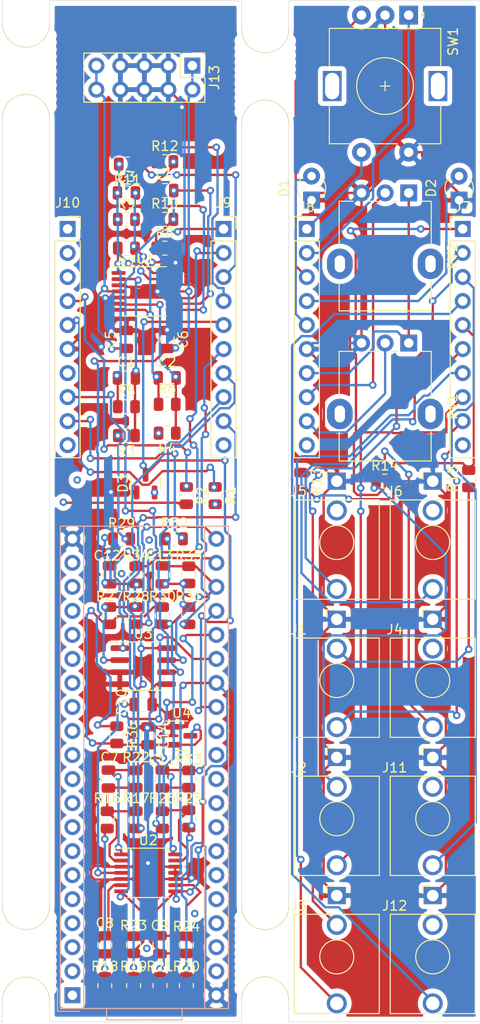
<source format=kicad_pcb>
(kicad_pcb (version 20171130) (host pcbnew "(5.1.12-1-10_14)")
  (layers (0 F.Cu signal) (1 In1.Cu signal) (2 In2.Cu signal) (31 B.Cu signal) (34 B.Paste user hide) (35 F.Paste user) (36 B.SilkS user hide) (37 F.SilkS user hide) (38 B.Mask user hide) (39 F.Mask user hide) (44 Edge.Cuts user hide))
  (net 0 "")
  (net 1 "Net-(C1-Pad2)")
  (net 2 "Net-(C1-Pad1)")
  (net 3 "Net-(C2-Pad2)")
  (net 4 "Net-(C2-Pad1)")
  (net 5 "Net-(C3-Pad2)")
  (net 6 "Net-(C3-Pad1)")
  (net 7 "Net-(C4-Pad2)")
  (net 8 "Net-(C4-Pad1)")
  (net 9 GND)
  (net 10 +12V)
  (net 11 -12V)
  (net 12 "Net-(C7-Pad2)")
  (net 13 PITCH_1_CTRL)
  (net 14 "Net-(C8-Pad2)")
  (net 15 PITCH_2_CTRL)
  (net 16 "Net-(C9-Pad2)")
  (net 17 PITCH_3_CTRL)
  (net 18 +3.3VA)
  (net 19 "Net-(C11-Pad2)")
  (net 20 FM_CTRL)
  (net 21 "Net-(C12-Pad2)")
  (net 22 DETUNE_CTRL)
  (net 23 "Net-(C13-Pad2)")
  (net 24 SHAPE_CTRL)
  (net 25 -10V_REF)
  (net 26 TO_NOTE_LED)
  (net 27 GND_FROM_HEADER)
  (net 28 TO_ALT_LED)
  (net 29 NORMALIZATION_PROBE)
  (net 30 +3V3)
  (net 31 JACK_PITCH_1)
  (net 32 "Net-(J1-PadTN)")
  (net 33 JACK_PITCH_2)
  (net 34 "Net-(J2-PadTN)")
  (net 35 JACK_PITCH_3)
  (net 36 "Net-(J3-PadTN)")
  (net 37 JACK_FM)
  (net 38 "Net-(J4-PadTN)")
  (net 39 JACK_DETUNE)
  (net 40 "Net-(J5-PadTN)")
  (net 41 JACK_SHAPE)
  (net 42 "Net-(J6-PadTN)")
  (net 43 "Net-(J7-Pad10)")
  (net 44 PROBE_FROM_HEADER)
  (net 45 AUDIO_R_FROM_HEADER)
  (net 46 AUDIO_L_FROM_HEADER)
  (net 47 "Net-(J8-Pad10)")
  (net 48 SHAPE_FROM_KNOB)
  (net 49 DETUNE_FROM_KNOB)
  (net 50 3V3_FROM_HEADER)
  (net 51 B_FROM_ENC)
  (net 52 A_FROM_ENC)
  (net 53 CLICK_FROM_ENC)
  (net 54 "Net-(J9-Pad10)")
  (net 55 BOARD_PITCH_1)
  (net 56 BOARD_PITCH_2)
  (net 57 BOARD_PITCH_3)
  (net 58 BOARD_SHAPE)
  (net 59 AUDIO_R_TO_HEADER)
  (net 60 AUDIO_L_TO_HEADER)
  (net 61 BOARD_DETUNE)
  (net 62 BOARD_FM)
  (net 63 "Net-(J10-Pad10)")
  (net 64 BOARD_KNOB_SHAPE)
  (net 65 BOARD_KNOB_DETUNE)
  (net 66 NOTE_LED_FROM_DAISY)
  (net 67 ALT_LED_FROM_DAISY)
  (net 68 ENC_B)
  (net 69 ENC_A)
  (net 70 ENC_CLICK)
  (net 71 "Net-(J11-PadTN)")
  (net 72 "Net-(J12-PadTN)")
  (net 73 "Net-(A1-Pad5)")
  (net 74 "Net-(A1-Pad4)")
  (net 75 AUDIO_OUT_L)
  (net 76 AUDIO_OUT_R)
  (net 77 "Net-(A1-Pad2)")
  (net 78 "Net-(A1-Pad3)")
  (net 79 "Net-(A1-Pad6)")
  (net 80 "Net-(A1-Pad7)")
  (net 81 "Net-(A1-Pad8)")
  (net 82 "Net-(A1-Pad9)")
  (net 83 "Net-(A1-Pad10)")
  (net 84 "Net-(A1-Pad11)")
  (net 85 "Net-(A1-Pad14)")
  (net 86 "Net-(A1-Pad15)")
  (net 87 "Net-(A1-Pad16)")
  (net 88 "Net-(A1-Pad17)")
  (net 89 "Net-(A1-Pad29)")
  (net 90 "Net-(A1-Pad30)")
  (net 91 "Net-(A1-Pad31)")
  (net 92 "Net-(A1-Pad32)")
  (net 93 "Net-(A1-Pad33)")
  (net 94 "Net-(A1-Pad34)")
  (net 95 "Net-(A1-Pad35)")
  (net 96 "Net-(A1-Pad36)")
  (net 97 "Net-(A1-Pad37)")
  (net 98 +5V)
  (module Panelization:mouse-bite-5mm-slot (layer F.Cu) (at 105.88 91.45 90)
    (fp_text reference mouse-bite-5mm-slot hide)
    (fp_text value VAL** hide)
    (pad "" np_thru_hole circle (at 1.5 -2.5 90) (size 0.5 0.5) (drill 0.5) (layers *.Cu *.Mask))
    (pad "" np_thru_hole circle (at -3.75 -2.5 90) (size 0.5 0.5) (drill 0.5) (layers *.Cu *.Mask))
    (pad "" np_thru_hole circle (at 0 -2.5 90) (size 0.5 0.5) (drill 0.5) (layers *.Cu *.Mask))
    (pad "" np_thru_hole circle (at -1.5 -2.5 90) (size 0.5 0.5) (drill 0.5) (layers *.Cu *.Mask))
    (pad "" np_thru_hole circle (at -2.25 -2.5 90) (size 0.5 0.5) (drill 0.5) (layers *.Cu *.Mask))
    (pad "" np_thru_hole circle (at 2.25 -2.5 90) (size 0.5 0.5) (drill 0.5) (layers *.Cu *.Mask))
    (pad "" np_thru_hole circle (at -0.75 -2.5 90) (size 0.5 0.5) (drill 0.5) (layers *.Cu *.Mask))
    (pad "" np_thru_hole circle (at -3 -2.5 90) (size 0.5 0.5) (drill 0.5) (layers *.Cu *.Mask))
    (pad "" np_thru_hole circle (at -3 -2.5 90) (size 0.5 0.5) (drill 0.5) (layers *.Cu *.Mask))
    (pad "" np_thru_hole circle (at 3 -2.5 90) (size 0.5 0.5) (drill 0.5) (layers *.Cu *.Mask))
    (pad "" np_thru_hole circle (at 0.75 -2.5 90) (size 0.5 0.5) (drill 0.5) (layers *.Cu *.Mask))
    (pad "" np_thru_hole circle (at 3.75 -2.5 90) (size 0.5 0.5) (drill 0.5) (layers *.Cu *.Mask))
    (pad "" np_thru_hole circle (at 3.75 2.5 90) (size 0.5 0.5) (drill 0.5) (layers *.Cu *.Mask))
    (pad "" np_thru_hole circle (at -3 2.5 90) (size 0.5 0.5) (drill 0.5) (layers *.Cu *.Mask))
    (pad "" np_thru_hole circle (at -3 2.5 90) (size 0.5 0.5) (drill 0.5) (layers *.Cu *.Mask))
    (pad "" np_thru_hole circle (at -0.75 2.5 90) (size 0.5 0.5) (drill 0.5) (layers *.Cu *.Mask))
    (pad "" np_thru_hole circle (at 2.25 2.5 90) (size 0.5 0.5) (drill 0.5) (layers *.Cu *.Mask))
    (pad "" np_thru_hole circle (at -2.25 2.5 90) (size 0.5 0.5) (drill 0.5) (layers *.Cu *.Mask))
    (pad "" np_thru_hole circle (at -1.5 2.5 90) (size 0.5 0.5) (drill 0.5) (layers *.Cu *.Mask))
    (pad "" np_thru_hole circle (at 0 2.5 90) (size 0.5 0.5) (drill 0.5) (layers *.Cu *.Mask))
    (pad "" np_thru_hole circle (at 0.75 2.5 90) (size 0.5 0.5) (drill 0.5) (layers *.Cu *.Mask))
    (pad "" np_thru_hole circle (at -3.75 2.5 90) (size 0.5 0.5) (drill 0.5) (layers *.Cu *.Mask))
    (pad "" np_thru_hole circle (at 3 2.5 90) (size 0.5 0.5) (drill 0.5) (layers *.Cu *.Mask))
    (pad "" np_thru_hole circle (at 1.5 2.5 90) (size 0.5 0.5) (drill 0.5) (layers *.Cu *.Mask))
  )
  (module Panelization:mouse-bite-5mm-slot (layer F.Cu) (at 105.88 184.16 90)
    (fp_text reference mouse-bite-5mm-slot hide)
    (fp_text value VAL** hide)
    (pad "" np_thru_hole circle (at 1.5 2.5 90) (size 0.5 0.5) (drill 0.5) (layers *.Cu *.Mask))
    (pad "" np_thru_hole circle (at 3 2.5 90) (size 0.5 0.5) (drill 0.5) (layers *.Cu *.Mask))
    (pad "" np_thru_hole circle (at -3.75 2.5 90) (size 0.5 0.5) (drill 0.5) (layers *.Cu *.Mask))
    (pad "" np_thru_hole circle (at 0.75 2.5 90) (size 0.5 0.5) (drill 0.5) (layers *.Cu *.Mask))
    (pad "" np_thru_hole circle (at 0 2.5 90) (size 0.5 0.5) (drill 0.5) (layers *.Cu *.Mask))
    (pad "" np_thru_hole circle (at -1.5 2.5 90) (size 0.5 0.5) (drill 0.5) (layers *.Cu *.Mask))
    (pad "" np_thru_hole circle (at -2.25 2.5 90) (size 0.5 0.5) (drill 0.5) (layers *.Cu *.Mask))
    (pad "" np_thru_hole circle (at 2.25 2.5 90) (size 0.5 0.5) (drill 0.5) (layers *.Cu *.Mask))
    (pad "" np_thru_hole circle (at -0.75 2.5 90) (size 0.5 0.5) (drill 0.5) (layers *.Cu *.Mask))
    (pad "" np_thru_hole circle (at -3 2.5 90) (size 0.5 0.5) (drill 0.5) (layers *.Cu *.Mask))
    (pad "" np_thru_hole circle (at -3 2.5 90) (size 0.5 0.5) (drill 0.5) (layers *.Cu *.Mask))
    (pad "" np_thru_hole circle (at 3.75 2.5 90) (size 0.5 0.5) (drill 0.5) (layers *.Cu *.Mask))
    (pad "" np_thru_hole circle (at 3.75 -2.5 90) (size 0.5 0.5) (drill 0.5) (layers *.Cu *.Mask))
    (pad "" np_thru_hole circle (at 0.75 -2.5 90) (size 0.5 0.5) (drill 0.5) (layers *.Cu *.Mask))
    (pad "" np_thru_hole circle (at 3 -2.5 90) (size 0.5 0.5) (drill 0.5) (layers *.Cu *.Mask))
    (pad "" np_thru_hole circle (at -3 -2.5 90) (size 0.5 0.5) (drill 0.5) (layers *.Cu *.Mask))
    (pad "" np_thru_hole circle (at -3 -2.5 90) (size 0.5 0.5) (drill 0.5) (layers *.Cu *.Mask))
    (pad "" np_thru_hole circle (at -0.75 -2.5 90) (size 0.5 0.5) (drill 0.5) (layers *.Cu *.Mask))
    (pad "" np_thru_hole circle (at 2.25 -2.5 90) (size 0.5 0.5) (drill 0.5) (layers *.Cu *.Mask))
    (pad "" np_thru_hole circle (at -2.25 -2.5 90) (size 0.5 0.5) (drill 0.5) (layers *.Cu *.Mask))
    (pad "" np_thru_hole circle (at -1.5 -2.5 90) (size 0.5 0.5) (drill 0.5) (layers *.Cu *.Mask))
    (pad "" np_thru_hole circle (at 0 -2.5 90) (size 0.5 0.5) (drill 0.5) (layers *.Cu *.Mask))
    (pad "" np_thru_hole circle (at -3.75 -2.5 90) (size 0.5 0.5) (drill 0.5) (layers *.Cu *.Mask))
    (pad "" np_thru_hole circle (at 1.5 -2.5 90) (size 0.5 0.5) (drill 0.5) (layers *.Cu *.Mask))
  )
  (module Panelization:mouse-bite-5mm-slot (layer F.Cu) (at 80.55 184.17 90)
    (fp_text reference mouse-bite-5mm-slot hide)
    (fp_text value VAL** hide)
    (pad "" np_thru_hole circle (at 1.5 -2.5 90) (size 0.5 0.5) (drill 0.5) (layers *.Cu *.Mask))
    (pad "" np_thru_hole circle (at -3.75 -2.5 90) (size 0.5 0.5) (drill 0.5) (layers *.Cu *.Mask))
    (pad "" np_thru_hole circle (at 0 -2.5 90) (size 0.5 0.5) (drill 0.5) (layers *.Cu *.Mask))
    (pad "" np_thru_hole circle (at -1.5 -2.5 90) (size 0.5 0.5) (drill 0.5) (layers *.Cu *.Mask))
    (pad "" np_thru_hole circle (at -2.25 -2.5 90) (size 0.5 0.5) (drill 0.5) (layers *.Cu *.Mask))
    (pad "" np_thru_hole circle (at 2.25 -2.5 90) (size 0.5 0.5) (drill 0.5) (layers *.Cu *.Mask))
    (pad "" np_thru_hole circle (at -0.75 -2.5 90) (size 0.5 0.5) (drill 0.5) (layers *.Cu *.Mask))
    (pad "" np_thru_hole circle (at -3 -2.5 90) (size 0.5 0.5) (drill 0.5) (layers *.Cu *.Mask))
    (pad "" np_thru_hole circle (at -3 -2.5 90) (size 0.5 0.5) (drill 0.5) (layers *.Cu *.Mask))
    (pad "" np_thru_hole circle (at 3 -2.5 90) (size 0.5 0.5) (drill 0.5) (layers *.Cu *.Mask))
    (pad "" np_thru_hole circle (at 0.75 -2.5 90) (size 0.5 0.5) (drill 0.5) (layers *.Cu *.Mask))
    (pad "" np_thru_hole circle (at 3.75 -2.5 90) (size 0.5 0.5) (drill 0.5) (layers *.Cu *.Mask))
    (pad "" np_thru_hole circle (at 3.75 2.5 90) (size 0.5 0.5) (drill 0.5) (layers *.Cu *.Mask))
    (pad "" np_thru_hole circle (at -3 2.5 90) (size 0.5 0.5) (drill 0.5) (layers *.Cu *.Mask))
    (pad "" np_thru_hole circle (at -3 2.5 90) (size 0.5 0.5) (drill 0.5) (layers *.Cu *.Mask))
    (pad "" np_thru_hole circle (at -0.75 2.5 90) (size 0.5 0.5) (drill 0.5) (layers *.Cu *.Mask))
    (pad "" np_thru_hole circle (at 2.25 2.5 90) (size 0.5 0.5) (drill 0.5) (layers *.Cu *.Mask))
    (pad "" np_thru_hole circle (at -2.25 2.5 90) (size 0.5 0.5) (drill 0.5) (layers *.Cu *.Mask))
    (pad "" np_thru_hole circle (at -1.5 2.5 90) (size 0.5 0.5) (drill 0.5) (layers *.Cu *.Mask))
    (pad "" np_thru_hole circle (at 0 2.5 90) (size 0.5 0.5) (drill 0.5) (layers *.Cu *.Mask))
    (pad "" np_thru_hole circle (at 0.75 2.5 90) (size 0.5 0.5) (drill 0.5) (layers *.Cu *.Mask))
    (pad "" np_thru_hole circle (at -3.75 2.5 90) (size 0.5 0.5) (drill 0.5) (layers *.Cu *.Mask))
    (pad "" np_thru_hole circle (at 3 2.5 90) (size 0.5 0.5) (drill 0.5) (layers *.Cu *.Mask))
    (pad "" np_thru_hole circle (at 1.5 2.5 90) (size 0.5 0.5) (drill 0.5) (layers *.Cu *.Mask))
  )
  (module Panelization:mouse-bite-5mm-slot (layer F.Cu) (at 80.55 90.87 90)
    (fp_text reference mouse-bite-5mm-slot hide)
    (fp_text value VAL** hide)
    (pad "" np_thru_hole circle (at 1.5 2.5 90) (size 0.5 0.5) (drill 0.5) (layers *.Cu *.Mask))
    (pad "" np_thru_hole circle (at 3 2.5 90) (size 0.5 0.5) (drill 0.5) (layers *.Cu *.Mask))
    (pad "" np_thru_hole circle (at -3.75 2.5 90) (size 0.5 0.5) (drill 0.5) (layers *.Cu *.Mask))
    (pad "" np_thru_hole circle (at 0.75 2.5 90) (size 0.5 0.5) (drill 0.5) (layers *.Cu *.Mask))
    (pad "" np_thru_hole circle (at 0 2.5 90) (size 0.5 0.5) (drill 0.5) (layers *.Cu *.Mask))
    (pad "" np_thru_hole circle (at -1.5 2.5 90) (size 0.5 0.5) (drill 0.5) (layers *.Cu *.Mask))
    (pad "" np_thru_hole circle (at -2.25 2.5 90) (size 0.5 0.5) (drill 0.5) (layers *.Cu *.Mask))
    (pad "" np_thru_hole circle (at 2.25 2.5 90) (size 0.5 0.5) (drill 0.5) (layers *.Cu *.Mask))
    (pad "" np_thru_hole circle (at -0.75 2.5 90) (size 0.5 0.5) (drill 0.5) (layers *.Cu *.Mask))
    (pad "" np_thru_hole circle (at -3 2.5 90) (size 0.5 0.5) (drill 0.5) (layers *.Cu *.Mask))
    (pad "" np_thru_hole circle (at -3 2.5 90) (size 0.5 0.5) (drill 0.5) (layers *.Cu *.Mask))
    (pad "" np_thru_hole circle (at 3.75 2.5 90) (size 0.5 0.5) (drill 0.5) (layers *.Cu *.Mask))
    (pad "" np_thru_hole circle (at 3.75 -2.5 90) (size 0.5 0.5) (drill 0.5) (layers *.Cu *.Mask))
    (pad "" np_thru_hole circle (at 0.75 -2.5 90) (size 0.5 0.5) (drill 0.5) (layers *.Cu *.Mask))
    (pad "" np_thru_hole circle (at 3 -2.5 90) (size 0.5 0.5) (drill 0.5) (layers *.Cu *.Mask))
    (pad "" np_thru_hole circle (at -3 -2.5 90) (size 0.5 0.5) (drill 0.5) (layers *.Cu *.Mask))
    (pad "" np_thru_hole circle (at -3 -2.5 90) (size 0.5 0.5) (drill 0.5) (layers *.Cu *.Mask))
    (pad "" np_thru_hole circle (at -0.75 -2.5 90) (size 0.5 0.5) (drill 0.5) (layers *.Cu *.Mask))
    (pad "" np_thru_hole circle (at 2.25 -2.5 90) (size 0.5 0.5) (drill 0.5) (layers *.Cu *.Mask))
    (pad "" np_thru_hole circle (at -2.25 -2.5 90) (size 0.5 0.5) (drill 0.5) (layers *.Cu *.Mask))
    (pad "" np_thru_hole circle (at -1.5 -2.5 90) (size 0.5 0.5) (drill 0.5) (layers *.Cu *.Mask))
    (pad "" np_thru_hole circle (at 0 -2.5 90) (size 0.5 0.5) (drill 0.5) (layers *.Cu *.Mask))
    (pad "" np_thru_hole circle (at -3.75 -2.5 90) (size 0.5 0.5) (drill 0.5) (layers *.Cu *.Mask))
    (pad "" np_thru_hole circle (at 1.5 -2.5 90) (size 0.5 0.5) (drill 0.5) (layers *.Cu *.Mask))
  )
  (module LED_THT:LED_D3.0mm (layer F.Cu) (at 110.793 104.532 90)
    (fp_text reference D1 (at 1.27 -2.96 90) (layer F.SilkS))
    (fp_text value LED)
    (pad 2 thru_hole circle (at 2.54 0 90) (size 1.8 1.8) (drill 0.9) (layers *.Cu *.Mask) (net 26 TO_NOTE_LED))
    (pad 1 thru_hole rect (at 0 0 90) (size 1.8 1.8) (drill 0.9) (layers *.Cu *.Mask) (net 27 GND_FROM_HEADER))
  )
  (module Rotary_Encoder:RotaryEncoder_Alps_EC11E-Switch_Vertical_H20mm (layer F.Cu) (at 121.072783 84.96961 270)
    (fp_text reference SW1 (at 2.8 -4.7 270) (layer F.SilkS))
    (fp_text value Rotary_Encoder_Switch)
    (pad A thru_hole rect (at 0 0 270) (size 2 2) (drill 1) (layers *.Cu *.Mask) (net 52 A_FROM_ENC))
    (pad C thru_hole circle (at 0 2.5 270) (size 2 2) (drill 1) (layers *.Cu *.Mask) (net 27 GND_FROM_HEADER))
    (pad B thru_hole circle (at 0 5 270) (size 2 2) (drill 1) (layers *.Cu *.Mask) (net 51 B_FROM_ENC))
    (pad MP thru_hole rect (at 7.5 -3.1 270) (size 3.2 2) (drill oval 2.8 1.5) (layers *.Cu *.Mask))
    (pad MP thru_hole rect (at 7.5 8.1 270) (size 3.2 2) (drill oval 2.8 1.5) (layers *.Cu *.Mask))
    (pad S2 thru_hole circle (at 14.5 0 270) (size 2 2) (drill 1) (layers *.Cu *.Mask) (net 27 GND_FROM_HEADER))
    (pad S1 thru_hole circle (at 14.5 5 270) (size 2 2) (drill 1) (layers *.Cu *.Mask) (net 53 CLICK_FROM_ENC))
  )
  (module LED_THT:LED_D3.0mm (layer F.Cu) (at 126.414 104.532 90)
    (fp_text reference D2 (at 1.27 -2.96 90) (layer F.SilkS))
    (fp_text value LED)
    (pad 2 thru_hole circle (at 2.54 0 90) (size 1.8 1.8) (drill 0.9) (layers *.Cu *.Mask) (net 28 TO_ALT_LED))
    (pad 1 thru_hole rect (at 0 0 90) (size 1.8 1.8) (drill 0.9) (layers *.Cu *.Mask) (net 27 GND_FROM_HEADER))
  )
  (module Package_SO:TSSOP-14_4.4x5mm_P0.65mm (layer F.Cu) (at 93.495 175.665)
    (fp_text reference U2 (at 0 -3.45) (layer F.SilkS))
    (fp_text value MCP6004)
    (pad 14 smd roundrect (at 2.8625 -1.95) (size 1.475 0.4) (layers F.Cu F.Paste F.Mask) (net 20 FM_CTRL))
    (pad 13 smd roundrect (at 2.8625 -1.3) (size 1.475 0.4) (layers F.Cu F.Paste F.Mask) (net 19 "Net-(C11-Pad2)"))
    (pad 12 smd roundrect (at 2.8625 -0.65) (size 1.475 0.4) (layers F.Cu F.Paste F.Mask) (net 9 GND))
    (pad 11 smd roundrect (at 2.8625 0) (size 1.475 0.4) (layers F.Cu F.Paste F.Mask) (net 9 GND))
    (pad 10 smd roundrect (at 2.8625 0.65) (size 1.475 0.4) (layers F.Cu F.Paste F.Mask) (net 9 GND))
    (pad 9 smd roundrect (at 2.8625 1.3) (size 1.475 0.4) (layers F.Cu F.Paste F.Mask) (net 16 "Net-(C9-Pad2)"))
    (pad 8 smd roundrect (at 2.8625 1.95) (size 1.475 0.4) (layers F.Cu F.Paste F.Mask) (net 17 PITCH_3_CTRL))
    (pad 7 smd roundrect (at -2.8625 1.95) (size 1.475 0.4) (layers F.Cu F.Paste F.Mask) (net 15 PITCH_2_CTRL))
    (pad 6 smd roundrect (at -2.8625 1.3) (size 1.475 0.4) (layers F.Cu F.Paste F.Mask) (net 14 "Net-(C8-Pad2)"))
    (pad 5 smd roundrect (at -2.8625 0.65) (size 1.475 0.4) (layers F.Cu F.Paste F.Mask) (net 9 GND))
    (pad 4 smd roundrect (at -2.8625 0) (size 1.475 0.4) (layers F.Cu F.Paste F.Mask) (net 18 +3.3VA))
    (pad 3 smd roundrect (at -2.8625 -0.65) (size 1.475 0.4) (layers F.Cu F.Paste F.Mask) (net 9 GND))
    (pad 2 smd roundrect (at -2.8625 -1.3) (size 1.475 0.4) (layers F.Cu F.Paste F.Mask) (net 12 "Net-(C7-Pad2)"))
    (pad 1 smd roundrect (at -2.8625 -1.95) (size 1.475 0.4) (layers F.Cu F.Paste F.Mask) (net 13 PITCH_1_CTRL))
  )
  (module Package_SO:TSSOP-14_4.4x5mm_P0.65mm (layer F.Cu) (at 93.216 114.184)
    (fp_text reference U1 (at 0 -3.45) (layer F.SilkS))
    (fp_text value TL074)
    (pad 14 smd roundrect (at 2.8625 -1.95) (size 1.475 0.4) (layers F.Cu F.Paste F.Mask) (net 6 "Net-(C3-Pad1)"))
    (pad 13 smd roundrect (at 2.8625 -1.3) (size 1.475 0.4) (layers F.Cu F.Paste F.Mask) (net 5 "Net-(C3-Pad2)"))
    (pad 12 smd roundrect (at 2.8625 -0.65) (size 1.475 0.4) (layers F.Cu F.Paste F.Mask) (net 9 GND))
    (pad 11 smd roundrect (at 2.8625 0) (size 1.475 0.4) (layers F.Cu F.Paste F.Mask) (net 11 -12V))
    (pad 10 smd roundrect (at 2.8625 0.65) (size 1.475 0.4) (layers F.Cu F.Paste F.Mask) (net 9 GND))
    (pad 9 smd roundrect (at 2.8625 1.3) (size 1.475 0.4) (layers F.Cu F.Paste F.Mask) (net 7 "Net-(C4-Pad2)"))
    (pad 8 smd roundrect (at 2.8625 1.95) (size 1.475 0.4) (layers F.Cu F.Paste F.Mask) (net 8 "Net-(C4-Pad1)"))
    (pad 7 smd roundrect (at -2.8625 1.95) (size 1.475 0.4) (layers F.Cu F.Paste F.Mask) (net 4 "Net-(C2-Pad1)"))
    (pad 6 smd roundrect (at -2.8625 1.3) (size 1.475 0.4) (layers F.Cu F.Paste F.Mask) (net 3 "Net-(C2-Pad2)"))
    (pad 5 smd roundrect (at -2.8625 0.65) (size 1.475 0.4) (layers F.Cu F.Paste F.Mask) (net 9 GND))
    (pad 4 smd roundrect (at -2.8625 0) (size 1.475 0.4) (layers F.Cu F.Paste F.Mask) (net 10 +12V))
    (pad 3 smd roundrect (at -2.8625 -0.65) (size 1.475 0.4) (layers F.Cu F.Paste F.Mask) (net 9 GND))
    (pad 2 smd roundrect (at -2.8625 -1.3) (size 1.475 0.4) (layers F.Cu F.Paste F.Mask) (net 1 "Net-(C1-Pad2)"))
    (pad 1 smd roundrect (at -2.8625 -1.95) (size 1.475 0.4) (layers F.Cu F.Paste F.Mask) (net 2 "Net-(C1-Pad1)"))
  )
  (module Connector_PinHeader_2.54mm:PinHeader_2x05_P2.54mm_Vertical (layer F.Cu) (at 98.169 90.308 270)
    (fp_text reference J13 (at 1.27 -2.33 90) (layer F.SilkS))
    (fp_text value conn)
    (pad 10 thru_hole oval (at 2.54 10.16 270) (size 1.7 1.7) (drill 1) (layers *.Cu *.Mask) (net 10 +12V))
    (pad 9 thru_hole oval (at 0 10.16 270) (size 1.7 1.7) (drill 1) (layers *.Cu *.Mask) (net 10 +12V))
    (pad 8 thru_hole oval (at 2.54 7.62 270) (size 1.7 1.7) (drill 1) (layers *.Cu *.Mask) (net 9 GND))
    (pad 7 thru_hole oval (at 0 7.62 270) (size 1.7 1.7) (drill 1) (layers *.Cu *.Mask) (net 9 GND))
    (pad 6 thru_hole oval (at 2.54 5.08 270) (size 1.7 1.7) (drill 1) (layers *.Cu *.Mask) (net 9 GND))
    (pad 5 thru_hole oval (at 0 5.08 270) (size 1.7 1.7) (drill 1) (layers *.Cu *.Mask) (net 9 GND))
    (pad 4 thru_hole oval (at 2.54 2.54 270) (size 1.7 1.7) (drill 1) (layers *.Cu *.Mask) (net 9 GND))
    (pad 3 thru_hole oval (at 0 2.54 270) (size 1.7 1.7) (drill 1) (layers *.Cu *.Mask) (net 9 GND))
    (pad 2 thru_hole oval (at 2.54 0 270) (size 1.7 1.7) (drill 1) (layers *.Cu *.Mask) (net 11 -12V))
    (pad 1 thru_hole rect (at 0 0 270) (size 1.7 1.7) (drill 1) (layers *.Cu *.Mask) (net 11 -12V))
  )
  (module Package_SO:SOIC-8_3.9x4.9mm_P1.27mm (layer F.Cu) (at 92.962 153.808)
    (fp_text reference U3 (at 0 -3.4) (layer F.SilkS))
    (fp_text value MCP6002)
    (pad 8 smd roundrect (at 2.475 -1.905) (size 1.95 0.6) (layers F.Cu F.Paste F.Mask) (net 18 +3.3VA))
    (pad 7 smd roundrect (at 2.475 -0.635) (size 1.95 0.6) (layers F.Cu F.Paste F.Mask) (net 24 SHAPE_CTRL))
    (pad 6 smd roundrect (at 2.475 0.635) (size 1.95 0.6) (layers F.Cu F.Paste F.Mask) (net 23 "Net-(C13-Pad2)"))
    (pad 5 smd roundrect (at 2.475 1.905) (size 1.95 0.6) (layers F.Cu F.Paste F.Mask) (net 9 GND))
    (pad 4 smd roundrect (at -2.475 1.905) (size 1.95 0.6) (layers F.Cu F.Paste F.Mask) (net 9 GND))
    (pad 3 smd roundrect (at -2.475 0.635) (size 1.95 0.6) (layers F.Cu F.Paste F.Mask) (net 9 GND))
    (pad 2 smd roundrect (at -2.475 -0.635) (size 1.95 0.6) (layers F.Cu F.Paste F.Mask) (net 21 "Net-(C12-Pad2)"))
    (pad 1 smd roundrect (at -2.475 -1.905) (size 1.95 0.6) (layers F.Cu F.Paste F.Mask) (net 22 DETUNE_CTRL))
  )
  (module Connector_PinSocket_2.54mm:PinSocket_1x10_P2.54mm_Vertical (layer F.Cu) (at 84.961 107.58)
    (fp_text reference J10 (at 0 -2.77) (layer F.SilkS))
    (fp_text value BOARD_CONN_2)
    (pad 10 thru_hole oval (at 0 22.86) (size 1.7 1.7) (drill 1) (layers *.Cu *.Mask) (net 63 "Net-(J10-Pad10)"))
    (pad 9 thru_hole oval (at 0 20.32) (size 1.7 1.7) (drill 1) (layers *.Cu *.Mask) (net 64 BOARD_KNOB_SHAPE))
    (pad 8 thru_hole oval (at 0 17.78) (size 1.7 1.7) (drill 1) (layers *.Cu *.Mask) (net 65 BOARD_KNOB_DETUNE))
    (pad 7 thru_hole oval (at 0 15.24) (size 1.7 1.7) (drill 1) (layers *.Cu *.Mask) (net 30 +3V3))
    (pad 6 thru_hole oval (at 0 12.7) (size 1.7 1.7) (drill 1) (layers *.Cu *.Mask) (net 9 GND))
    (pad 5 thru_hole oval (at 0 10.16) (size 1.7 1.7) (drill 1) (layers *.Cu *.Mask) (net 66 NOTE_LED_FROM_DAISY))
    (pad 4 thru_hole oval (at 0 7.62) (size 1.7 1.7) (drill 1) (layers *.Cu *.Mask) (net 67 ALT_LED_FROM_DAISY))
    (pad 3 thru_hole oval (at 0 5.08) (size 1.7 1.7) (drill 1) (layers *.Cu *.Mask) (net 68 ENC_B))
    (pad 2 thru_hole oval (at 0 2.54) (size 1.7 1.7) (drill 1) (layers *.Cu *.Mask) (net 69 ENC_A))
    (pad 1 thru_hole rect (at 0 0) (size 1.7 1.7) (drill 1) (layers *.Cu *.Mask) (net 70 ENC_CLICK))
  )
  (module Connector_PinSocket_2.54mm:PinSocket_1x10_P2.54mm_Vertical (layer F.Cu) (at 101.471 107.58)
    (fp_text reference J9 (at 0 -2.77) (layer F.SilkS))
    (fp_text value BOARD_CONN_1)
    (pad 10 thru_hole oval (at 0 22.86) (size 1.7 1.7) (drill 1) (layers *.Cu *.Mask) (net 54 "Net-(J9-Pad10)"))
    (pad 9 thru_hole oval (at 0 20.32) (size 1.7 1.7) (drill 1) (layers *.Cu *.Mask) (net 55 BOARD_PITCH_1))
    (pad 8 thru_hole oval (at 0 17.78) (size 1.7 1.7) (drill 1) (layers *.Cu *.Mask) (net 56 BOARD_PITCH_2))
    (pad 7 thru_hole oval (at 0 15.24) (size 1.7 1.7) (drill 1) (layers *.Cu *.Mask) (net 57 BOARD_PITCH_3))
    (pad 6 thru_hole oval (at 0 12.7) (size 1.7 1.7) (drill 1) (layers *.Cu *.Mask) (net 58 BOARD_SHAPE))
    (pad 5 thru_hole oval (at 0 10.16) (size 1.7 1.7) (drill 1) (layers *.Cu *.Mask) (net 29 NORMALIZATION_PROBE))
    (pad 4 thru_hole oval (at 0 7.62) (size 1.7 1.7) (drill 1) (layers *.Cu *.Mask) (net 59 AUDIO_R_TO_HEADER))
    (pad 3 thru_hole oval (at 0 5.08) (size 1.7 1.7) (drill 1) (layers *.Cu *.Mask) (net 60 AUDIO_L_TO_HEADER))
    (pad 2 thru_hole oval (at 0 2.54) (size 1.7 1.7) (drill 1) (layers *.Cu *.Mask) (net 61 BOARD_DETUNE))
    (pad 1 thru_hole rect (at 0 0) (size 1.7 1.7) (drill 1) (layers *.Cu *.Mask) (net 62 BOARD_FM))
  )
  (module Connector_PinHeader_2.54mm:PinHeader_1x10_P2.54mm_Vertical (layer F.Cu) (at 110.285 107.58)
    (fp_text reference J8 (at 0 -2.33) (layer F.SilkS))
    (fp_text value PANEL_HEADER_2)
    (pad 10 thru_hole oval (at 0 22.86) (size 1.7 1.7) (drill 1) (layers *.Cu *.Mask) (net 47 "Net-(J8-Pad10)"))
    (pad 9 thru_hole oval (at 0 20.32) (size 1.7 1.7) (drill 1) (layers *.Cu *.Mask) (net 48 SHAPE_FROM_KNOB))
    (pad 8 thru_hole oval (at 0 17.78) (size 1.7 1.7) (drill 1) (layers *.Cu *.Mask) (net 49 DETUNE_FROM_KNOB))
    (pad 7 thru_hole oval (at 0 15.24) (size 1.7 1.7) (drill 1) (layers *.Cu *.Mask) (net 50 3V3_FROM_HEADER))
    (pad 6 thru_hole oval (at 0 12.7) (size 1.7 1.7) (drill 1) (layers *.Cu *.Mask) (net 27 GND_FROM_HEADER))
    (pad 5 thru_hole oval (at 0 10.16) (size 1.7 1.7) (drill 1) (layers *.Cu *.Mask) (net 26 TO_NOTE_LED))
    (pad 4 thru_hole oval (at 0 7.62) (size 1.7 1.7) (drill 1) (layers *.Cu *.Mask) (net 28 TO_ALT_LED))
    (pad 3 thru_hole oval (at 0 5.08) (size 1.7 1.7) (drill 1) (layers *.Cu *.Mask) (net 51 B_FROM_ENC))
    (pad 2 thru_hole oval (at 0 2.54) (size 1.7 1.7) (drill 1) (layers *.Cu *.Mask) (net 52 A_FROM_ENC))
    (pad 1 thru_hole rect (at 0 0) (size 1.7 1.7) (drill 1) (layers *.Cu *.Mask) (net 53 CLICK_FROM_ENC))
  )
  (module Connector_PinHeader_2.54mm:PinHeader_1x10_P2.54mm_Vertical (layer F.Cu) (at 126.795 107.58)
    (fp_text reference J7 (at 0 -2.33) (layer F.SilkS))
    (fp_text value PANEL_HEADER_1)
    (pad 10 thru_hole oval (at 0 22.86) (size 1.7 1.7) (drill 1) (layers *.Cu *.Mask) (net 43 "Net-(J7-Pad10)"))
    (pad 9 thru_hole oval (at 0 20.32) (size 1.7 1.7) (drill 1) (layers *.Cu *.Mask) (net 31 JACK_PITCH_1))
    (pad 8 thru_hole oval (at 0 17.78) (size 1.7 1.7) (drill 1) (layers *.Cu *.Mask) (net 33 JACK_PITCH_2))
    (pad 7 thru_hole oval (at 0 15.24) (size 1.7 1.7) (drill 1) (layers *.Cu *.Mask) (net 35 JACK_PITCH_3))
    (pad 6 thru_hole oval (at 0 12.7) (size 1.7 1.7) (drill 1) (layers *.Cu *.Mask) (net 41 JACK_SHAPE))
    (pad 5 thru_hole oval (at 0 10.16) (size 1.7 1.7) (drill 1) (layers *.Cu *.Mask) (net 44 PROBE_FROM_HEADER))
    (pad 4 thru_hole oval (at 0 7.62) (size 1.7 1.7) (drill 1) (layers *.Cu *.Mask) (net 45 AUDIO_R_FROM_HEADER))
    (pad 3 thru_hole oval (at 0 5.08) (size 1.7 1.7) (drill 1) (layers *.Cu *.Mask) (net 46 AUDIO_L_FROM_HEADER))
    (pad 2 thru_hole oval (at 0 2.54) (size 1.7 1.7) (drill 1) (layers *.Cu *.Mask) (net 39 JACK_DETUNE))
    (pad 1 thru_hole rect (at 0 0) (size 1.7 1.7) (drill 1) (layers *.Cu *.Mask) (net 37 JACK_FM))
  )
  (module Device_Audio_Electrosmith_Daisy_Seed:Device_Audio_Electrosmith_Daisy_Seed (layer B.Cu) (at 85.469 188.606)
    (fp_text reference A1 (at 7.62 3.6) (layer B.SilkS) (effects (justify mirror)))
    (fp_text value Device_Audio_Electrosmith_Daisy_Seed_Rev4)
    (pad 40 thru_hole circle (at 15.24 0) (size 1.7 1.7) (drill 1) (layers *.Cu *.Mask) (net 9 GND))
    (pad 39 thru_hole circle (at 15.24 -2.54) (size 1.7 1.7) (drill 1) (layers *.Cu *.Mask) (net 98 +5V))
    (pad 38 thru_hole circle (at 15.24 -5.08) (size 1.7 1.7) (drill 1) (layers *.Cu *.Mask) (net 30 +3V3))
    (pad 37 thru_hole circle (at 15.24 -7.62) (size 1.7 1.7) (drill 1) (layers *.Cu *.Mask) (net 97 "Net-(A1-Pad37)"))
    (pad 36 thru_hole circle (at 15.24 -10.16) (size 1.7 1.7) (drill 1) (layers *.Cu *.Mask) (net 96 "Net-(A1-Pad36)"))
    (pad 35 thru_hole circle (at 15.24 -12.7) (size 1.7 1.7) (drill 1) (layers *.Cu *.Mask) (net 95 "Net-(A1-Pad35)"))
    (pad 34 thru_hole circle (at 15.24 -15.24) (size 1.7 1.7) (drill 1) (layers *.Cu *.Mask) (net 94 "Net-(A1-Pad34)"))
    (pad 33 thru_hole circle (at 15.24 -17.78) (size 1.7 1.7) (drill 1) (layers *.Cu *.Mask) (net 93 "Net-(A1-Pad33)"))
    (pad 32 thru_hole circle (at 15.24 -20.32) (size 1.7 1.7) (drill 1) (layers *.Cu *.Mask) (net 92 "Net-(A1-Pad32)"))
    (pad 31 thru_hole circle (at 15.24 -22.86) (size 1.7 1.7) (drill 1) (layers *.Cu *.Mask) (net 91 "Net-(A1-Pad31)"))
    (pad 30 thru_hole circle (at 15.24 -25.4) (size 1.7 1.7) (drill 1) (layers *.Cu *.Mask) (net 90 "Net-(A1-Pad30)"))
    (pad 29 thru_hole circle (at 15.24 -27.94) (size 1.7 1.7) (drill 1) (layers *.Cu *.Mask) (net 89 "Net-(A1-Pad29)"))
    (pad 28 thru_hole circle (at 15.24 -30.48) (size 1.7 1.7) (drill 1) (layers *.Cu *.Mask) (net 29 NORMALIZATION_PROBE))
    (pad 27 thru_hole circle (at 15.24 -33.02) (size 1.7 1.7) (drill 1) (layers *.Cu *.Mask) (net 17 PITCH_3_CTRL))
    (pad 26 thru_hole circle (at 15.24 -35.56) (size 1.7 1.7) (drill 1) (layers *.Cu *.Mask) (net 15 PITCH_2_CTRL))
    (pad 25 thru_hole circle (at 15.24 -38.1) (size 1.7 1.7) (drill 1) (layers *.Cu *.Mask) (net 13 PITCH_1_CTRL))
    (pad 24 thru_hole circle (at 15.24 -40.64) (size 1.7 1.7) (drill 1) (layers *.Cu *.Mask) (net 20 FM_CTRL))
    (pad 23 thru_hole circle (at 15.24 -43.18) (size 1.7 1.7) (drill 1) (layers *.Cu *.Mask) (net 24 SHAPE_CTRL))
    (pad 22 thru_hole circle (at 15.24 -45.72) (size 1.7 1.7) (drill 1) (layers *.Cu *.Mask) (net 22 DETUNE_CTRL))
    (pad 21 thru_hole circle (at 15.24 -48.26) (size 1.7 1.7) (drill 1) (layers *.Cu *.Mask) (net 18 +3.3VA))
    (pad 20 thru_hole circle (at 0 -48.26) (size 1.7 1.7) (drill 1) (layers *.Cu *.Mask) (net 9 GND))
    (pad 19 thru_hole circle (at 0 -45.72) (size 1.7 1.7) (drill 1) (layers *.Cu *.Mask) (net 76 AUDIO_OUT_R))
    (pad 18 thru_hole circle (at 0 -43.18) (size 1.7 1.7) (drill 1) (layers *.Cu *.Mask) (net 75 AUDIO_OUT_L))
    (pad 17 thru_hole circle (at 0 -40.64) (size 1.7 1.7) (drill 1) (layers *.Cu *.Mask) (net 88 "Net-(A1-Pad17)"))
    (pad 16 thru_hole circle (at 0 -38.1) (size 1.7 1.7) (drill 1) (layers *.Cu *.Mask) (net 87 "Net-(A1-Pad16)"))
    (pad 15 thru_hole circle (at 0 -35.56) (size 1.7 1.7) (drill 1) (layers *.Cu *.Mask) (net 86 "Net-(A1-Pad15)"))
    (pad 14 thru_hole circle (at 0 -33.02) (size 1.7 1.7) (drill 1) (layers *.Cu *.Mask) (net 85 "Net-(A1-Pad14)"))
    (pad 13 thru_hole circle (at 0 -30.48) (size 1.7 1.7) (drill 1) (layers *.Cu *.Mask) (net 69 ENC_A))
    (pad 12 thru_hole circle (at 0 -27.94) (size 1.7 1.7) (drill 1) (layers *.Cu *.Mask) (net 68 ENC_B))
    (pad 11 thru_hole circle (at 0 -25.4) (size 1.7 1.7) (drill 1) (layers *.Cu *.Mask) (net 84 "Net-(A1-Pad11)"))
    (pad 10 thru_hole circle (at 0 -22.86) (size 1.7 1.7) (drill 1) (layers *.Cu *.Mask) (net 83 "Net-(A1-Pad10)"))
    (pad 9 thru_hole circle (at 0 -20.32) (size 1.7 1.7) (drill 1) (layers *.Cu *.Mask) (net 82 "Net-(A1-Pad9)"))
    (pad 8 thru_hole circle (at 0 -17.78) (size 1.7 1.7) (drill 1) (layers *.Cu *.Mask) (net 81 "Net-(A1-Pad8)"))
    (pad 7 thru_hole circle (at 0 -15.24) (size 1.7 1.7) (drill 1) (layers *.Cu *.Mask) (net 80 "Net-(A1-Pad7)"))
    (pad 6 thru_hole circle (at 0 -12.7) (size 1.7 1.7) (drill 1) (layers *.Cu *.Mask) (net 79 "Net-(A1-Pad6)"))
    (pad 5 thru_hole circle (at 0 -10.16) (size 1.7 1.7) (drill 1) (layers *.Cu *.Mask) (net 73 "Net-(A1-Pad5)"))
    (pad 4 thru_hole circle (at 0 -7.62) (size 1.7 1.7) (drill 1) (layers *.Cu *.Mask) (net 74 "Net-(A1-Pad4)"))
    (pad 3 thru_hole circle (at 0 -5.08) (size 1.7 1.7) (drill 1) (layers *.Cu *.Mask) (net 78 "Net-(A1-Pad3)"))
    (pad 2 thru_hole circle (at 0 -2.54) (size 1.7 1.7) (drill 1) (layers *.Cu *.Mask) (net 77 "Net-(A1-Pad2)"))
    (pad 1 thru_hole rect (at 0 0) (size 1.7 1.7) (drill 1) (layers *.Cu *.Mask) (net 70 ENC_CLICK))
  )
  (module Package_TO_SOT_SMD:SOT-23 (layer F.Cu) (at 97.026 161.174)
    (fp_text reference U4 (at 0 -2.4) (layer F.SilkS))
    (fp_text value LM4040DBZ-10)
    (pad 1 smd roundrect (at -0.9375 -0.95) (size 1.475 0.6) (layers F.Cu F.Paste F.Mask) (net 9 GND))
    (pad 2 smd roundrect (at -0.9375 0.95) (size 1.475 0.6) (layers F.Cu F.Paste F.Mask) (net 25 -10V_REF))
    (pad 3 smd roundrect (at 0.9375 0) (size 1.475 0.6) (layers F.Cu F.Paste F.Mask))
  )
  (module Potentiometer_THT:Potentiometer_Alpha_RD901F-40-00D_Single_Vertical (layer F.Cu) (at 121.08 103.77 270)
    (fp_text reference RV2 (at 6.71 -4.64 270) (layer F.SilkS))
    (fp_text value 10K_B)
    (pad "" thru_hole oval (at 7.5 -2.3) (size 2.72 3.24) (drill oval 1.1 1.8) (layers *.Cu *.Mask))
    (pad "" thru_hole oval (at 7.5 7.3) (size 2.72 3.24) (drill oval 1.1 1.8) (layers *.Cu *.Mask))
    (pad 3 thru_hole circle (at 0 5) (size 1.8 1.8) (drill 1) (layers *.Cu *.Mask) (net 27 GND_FROM_HEADER))
    (pad 2 thru_hole circle (at 0 2.5) (size 1.8 1.8) (drill 1) (layers *.Cu *.Mask) (net 49 DETUNE_FROM_KNOB))
    (pad 1 thru_hole rect (at 0 0) (size 1.8 1.8) (drill 1) (layers *.Cu *.Mask) (net 50 3V3_FROM_HEADER))
  )
  (module Potentiometer_THT:Potentiometer_Alpha_RD901F-40-00D_Single_Vertical (layer F.Cu) (at 121.08 119.645 270)
    (fp_text reference RV1 (at 6.71 -4.64 270) (layer F.SilkS))
    (fp_text value 10K_B)
    (pad "" thru_hole oval (at 7.5 -2.3) (size 2.72 3.24) (drill oval 1.1 1.8) (layers *.Cu *.Mask))
    (pad "" thru_hole oval (at 7.5 7.3) (size 2.72 3.24) (drill oval 1.1 1.8) (layers *.Cu *.Mask))
    (pad 3 thru_hole circle (at 0 5) (size 1.8 1.8) (drill 1) (layers *.Cu *.Mask) (net 27 GND_FROM_HEADER))
    (pad 2 thru_hole circle (at 0 2.5) (size 1.8 1.8) (drill 1) (layers *.Cu *.Mask) (net 48 SHAPE_FROM_KNOB))
    (pad 1 thru_hole rect (at 0 0) (size 1.8 1.8) (drill 1) (layers *.Cu *.Mask) (net 50 3V3_FROM_HEADER))
  )
  (module Resistor_SMD:R_0805_2012Metric (layer F.Cu) (at 90.168 161.0705 270)
    (fp_text reference R36 (at 0 -1.65 90) (layer F.SilkS))
    (fp_text value 2K)
    (pad 2 smd roundrect (at 0.9125 0 270) (size 1.025 1.4) (layers F.Cu F.Paste F.Mask) (roundrect_rratio 0.2439004878048781) (net 25 -10V_REF))
    (pad 1 smd roundrect (at -0.9125 0 270) (size 1.025 1.4) (layers F.Cu F.Paste F.Mask) (roundrect_rratio 0.2439004878048781) (net 11 -12V))
  )
  (module Resistor_SMD:R_0805_2012Metric (layer F.Cu) (at 97.788 144.156 270)
    (fp_text reference R35 (at -2.032 0 180) (layer F.SilkS))
    (fp_text value 66K5)
    (pad 2 smd roundrect (at 0.9125 0 270) (size 1.025 1.4) (layers F.Cu F.Paste F.Mask) (roundrect_rratio 0.2439004878048781) (net 23 "Net-(C13-Pad2)"))
    (pad 1 smd roundrect (at -0.9125 0 270) (size 1.025 1.4) (layers F.Cu F.Paste F.Mask) (roundrect_rratio 0.2439004878048781) (net 24 SHAPE_CTRL))
  )
  (module Resistor_SMD:R_0805_2012Metric (layer F.Cu) (at 92.2 144.156 270)
    (fp_text reference R34 (at -2.032 0 180) (layer F.SilkS))
    (fp_text value 66K5)
    (pad 2 smd roundrect (at 0.9125 0 270) (size 1.025 1.4) (layers F.Cu F.Paste F.Mask) (roundrect_rratio 0.2439004878048781) (net 21 "Net-(C12-Pad2)"))
    (pad 1 smd roundrect (at -0.9125 0 270) (size 1.025 1.4) (layers F.Cu F.Paste F.Mask) (roundrect_rratio 0.2439004878048781) (net 22 DETUNE_CTRL))
  )
  (module Resistor_SMD:R_0805_2012Metric (layer F.Cu) (at 97.788 165.746 270)
    (fp_text reference R33 (at -2.032 0 180) (layer F.SilkS))
    (fp_text value 20K)
    (pad 2 smd roundrect (at 0.9125 0 270) (size 1.025 1.4) (layers F.Cu F.Paste F.Mask) (roundrect_rratio 0.2439004878048781) (net 19 "Net-(C11-Pad2)"))
    (pad 1 smd roundrect (at -0.9125 0 270) (size 1.025 1.4) (layers F.Cu F.Paste F.Mask) (roundrect_rratio 0.2439004878048781) (net 20 FM_CTRL))
  )
  (module Resistor_SMD:R_0805_2012Metric (layer F.Cu) (at 96.264 140.346)
    (fp_text reference R32 (at 0 -1.65) (layer F.SilkS))
    (fp_text value 66K5)
    (pad 2 smd roundrect (at 0.9125 0) (size 1.025 1.4) (layers F.Cu F.Paste F.Mask) (roundrect_rratio 0.2439004878048781) (net 64 BOARD_KNOB_SHAPE))
    (pad 1 smd roundrect (at -0.9125 0) (size 1.025 1.4) (layers F.Cu F.Paste F.Mask) (roundrect_rratio 0.2439004878048781) (net 23 "Net-(C13-Pad2)"))
  )
  (module Resistor_SMD:R_0805_2012Metric (layer F.Cu) (at 97.788 148.474 270)
    (fp_text reference R31 (at -2.032 0 180) (layer F.SilkS))
    (fp_text value 100K)
    (pad 2 smd roundrect (at 0.9125 0 270) (size 1.025 1.4) (layers F.Cu F.Paste F.Mask) (roundrect_rratio 0.2439004878048781) (net 58 BOARD_SHAPE))
    (pad 1 smd roundrect (at -0.9125 0 270) (size 1.025 1.4) (layers F.Cu F.Paste F.Mask) (roundrect_rratio 0.2439004878048781) (net 23 "Net-(C13-Pad2)"))
  )
  (module Resistor_SMD:R_0805_2012Metric (layer F.Cu) (at 94.994 148.474 90)
    (fp_text reference R30 (at 2.032 0 180) (layer F.SilkS))
    (fp_text value 200K)
    (pad 2 smd roundrect (at 0.9125 0 90) (size 1.025 1.4) (layers F.Cu F.Paste F.Mask) (roundrect_rratio 0.2439004878048781) (net 25 -10V_REF))
    (pad 1 smd roundrect (at -0.9125 0 90) (size 1.025 1.4) (layers F.Cu F.Paste F.Mask) (roundrect_rratio 0.2439004878048781) (net 23 "Net-(C13-Pad2)"))
  )
  (module Resistor_SMD:R_0805_2012Metric (layer F.Cu) (at 90.676 140.346)
    (fp_text reference R29 (at 0 -1.65) (layer F.SilkS))
    (fp_text value 66K5)
    (pad 2 smd roundrect (at 0.9125 0) (size 1.025 1.4) (layers F.Cu F.Paste F.Mask) (roundrect_rratio 0.2439004878048781) (net 65 BOARD_KNOB_DETUNE))
    (pad 1 smd roundrect (at -0.9125 0) (size 1.025 1.4) (layers F.Cu F.Paste F.Mask) (roundrect_rratio 0.2439004878048781) (net 21 "Net-(C12-Pad2)"))
  )
  (module Resistor_SMD:R_0805_2012Metric (layer F.Cu) (at 92.2 148.474 270)
    (fp_text reference R28 (at -2.032 0 180) (layer F.SilkS))
    (fp_text value 100K)
    (pad 2 smd roundrect (at 0.9125 0 270) (size 1.025 1.4) (layers F.Cu F.Paste F.Mask) (roundrect_rratio 0.2439004878048781) (net 61 BOARD_DETUNE))
    (pad 1 smd roundrect (at -0.9125 0 270) (size 1.025 1.4) (layers F.Cu F.Paste F.Mask) (roundrect_rratio 0.2439004878048781) (net 21 "Net-(C12-Pad2)"))
  )
  (module Resistor_SMD:R_0805_2012Metric (layer F.Cu) (at 89.406 148.474 270)
    (fp_text reference R27 (at -2.032 0 180) (layer F.SilkS))
    (fp_text value 200K)
    (pad 2 smd roundrect (at 0.9125 0 270) (size 1.025 1.4) (layers F.Cu F.Paste F.Mask) (roundrect_rratio 0.2439004878048781) (net 25 -10V_REF))
    (pad 1 smd roundrect (at -0.9125 0 270) (size 1.025 1.4) (layers F.Cu F.Paste F.Mask) (roundrect_rratio 0.2439004878048781) (net 21 "Net-(C12-Pad2)"))
  )
  (module Resistor_SMD:R_0805_2012Metric (layer F.Cu) (at 94.994 170.064 270)
    (fp_text reference R26 (at -2.286 0 180) (layer F.SilkS))
    (fp_text value 100K)
    (pad 2 smd roundrect (at 0.9125 0 270) (size 1.025 1.4) (layers F.Cu F.Paste F.Mask) (roundrect_rratio 0.2439004878048781) (net 62 BOARD_FM))
    (pad 1 smd roundrect (at -0.9125 0 270) (size 1.025 1.4) (layers F.Cu F.Paste F.Mask) (roundrect_rratio 0.2439004878048781) (net 19 "Net-(C11-Pad2)"))
  )
  (module Resistor_SMD:R_0805_2012Metric (layer F.Cu) (at 97.788 169.9605 270)
    (fp_text reference R25 (at -2.1825 0 180) (layer F.SilkS))
    (fp_text value 120K)
    (pad 2 smd roundrect (at 0.9125 0 270) (size 1.025 1.4) (layers F.Cu F.Paste F.Mask) (roundrect_rratio 0.2439004878048781) (net 25 -10V_REF))
    (pad 1 smd roundrect (at -0.9125 0 270) (size 1.025 1.4) (layers F.Cu F.Paste F.Mask) (roundrect_rratio 0.2439004878048781) (net 19 "Net-(C11-Pad2)"))
  )
  (module Resistor_SMD:R_0805_2012Metric (layer F.Cu) (at 97.534 183.272 90)
    (fp_text reference R24 (at 1.9285 0 180) (layer F.SilkS))
    (fp_text value 33K)
    (pad 2 smd roundrect (at 0.9125 0 90) (size 1.025 1.4) (layers F.Cu F.Paste F.Mask) (roundrect_rratio 0.2439004878048781) (net 16 "Net-(C9-Pad2)"))
    (pad 1 smd roundrect (at -0.9125 0 90) (size 1.025 1.4) (layers F.Cu F.Paste F.Mask) (roundrect_rratio 0.2439004878048781) (net 17 PITCH_3_CTRL))
  )
  (module Resistor_SMD:R_0805_2012Metric (layer F.Cu) (at 91.946 183.272 90)
    (fp_text reference R23 (at 2.032 0 180) (layer F.SilkS))
    (fp_text value 33K)
    (pad 2 smd roundrect (at 0.9125 0 90) (size 1.025 1.4) (layers F.Cu F.Paste F.Mask) (roundrect_rratio 0.2439004878048781) (net 14 "Net-(C8-Pad2)"))
    (pad 1 smd roundrect (at -0.9125 0 90) (size 1.025 1.4) (layers F.Cu F.Paste F.Mask) (roundrect_rratio 0.2439004878048781) (net 15 PITCH_2_CTRL))
  )
  (module Resistor_SMD:R_0805_2012Metric (layer F.Cu) (at 92.2 165.746 270)
    (fp_text reference R22 (at -2.286 0 180) (layer F.SilkS))
    (fp_text value 33K)
    (pad 2 smd roundrect (at 0.9125 0 270) (size 1.025 1.4) (layers F.Cu F.Paste F.Mask) (roundrect_rratio 0.2439004878048781) (net 12 "Net-(C7-Pad2)"))
    (pad 1 smd roundrect (at -0.9125 0 270) (size 1.025 1.4) (layers F.Cu F.Paste F.Mask) (roundrect_rratio 0.2439004878048781) (net 13 PITCH_1_CTRL))
  )
  (module Resistor_SMD:R_0805_2012Metric (layer F.Cu) (at 94.74 187.59 90)
    (fp_text reference R21 (at 2.032 0 180) (layer F.SilkS))
    (fp_text value 100K)
    (pad 2 smd roundrect (at 0.9125 0 90) (size 1.025 1.4) (layers F.Cu F.Paste F.Mask) (roundrect_rratio 0.2439004878048781) (net 57 BOARD_PITCH_3))
    (pad 1 smd roundrect (at -0.9125 0 90) (size 1.025 1.4) (layers F.Cu F.Paste F.Mask) (roundrect_rratio 0.2439004878048781) (net 16 "Net-(C9-Pad2)"))
  )
  (module Resistor_SMD:R_0805_2012Metric (layer F.Cu) (at 97.534 187.59 90)
    (fp_text reference R20 (at 2.032 0 180) (layer F.SilkS))
    (fp_text value 140K)
    (pad 2 smd roundrect (at 0.9125 0 90) (size 1.025 1.4) (layers F.Cu F.Paste F.Mask) (roundrect_rratio 0.2439004878048781) (net 25 -10V_REF))
    (pad 1 smd roundrect (at -0.9125 0 90) (size 1.025 1.4) (layers F.Cu F.Paste F.Mask) (roundrect_rratio 0.2439004878048781) (net 16 "Net-(C9-Pad2)"))
  )
  (module Resistor_SMD:R_0805_2012Metric (layer F.Cu) (at 91.946 187.59 90)
    (fp_text reference R19 (at 2.032 0 180) (layer F.SilkS))
    (fp_text value 100K)
    (pad 2 smd roundrect (at 0.9125 0 90) (size 1.025 1.4) (layers F.Cu F.Paste F.Mask) (roundrect_rratio 0.2439004878048781) (net 56 BOARD_PITCH_2))
    (pad 1 smd roundrect (at -0.9125 0 90) (size 1.025 1.4) (layers F.Cu F.Paste F.Mask) (roundrect_rratio 0.2439004878048781) (net 14 "Net-(C8-Pad2)"))
  )
  (module Resistor_SMD:R_0805_2012Metric (layer F.Cu) (at 88.898 187.59 90)
    (fp_text reference R18 (at 2.032 0 180) (layer F.SilkS))
    (fp_text value 140K)
    (pad 2 smd roundrect (at 0.9125 0 90) (size 1.025 1.4) (layers F.Cu F.Paste F.Mask) (roundrect_rratio 0.2439004878048781) (net 25 -10V_REF))
    (pad 1 smd roundrect (at -0.9125 0 90) (size 1.025 1.4) (layers F.Cu F.Paste F.Mask) (roundrect_rratio 0.2439004878048781) (net 14 "Net-(C8-Pad2)"))
  )
  (module Resistor_SMD:R_0805_2012Metric (layer F.Cu) (at 92.2 170.064 270)
    (fp_text reference R17 (at -2.286 0 180) (layer F.SilkS))
    (fp_text value 100K)
    (pad 2 smd roundrect (at 0.9125 0 270) (size 1.025 1.4) (layers F.Cu F.Paste F.Mask) (roundrect_rratio 0.2439004878048781) (net 55 BOARD_PITCH_1))
    (pad 1 smd roundrect (at -0.9125 0 270) (size 1.025 1.4) (layers F.Cu F.Paste F.Mask) (roundrect_rratio 0.2439004878048781) (net 12 "Net-(C7-Pad2)"))
  )
  (module Resistor_SMD:R_0805_2012Metric (layer F.Cu) (at 89.152 170.064 270)
    (fp_text reference R16 (at -2.286 0 180) (layer F.SilkS))
    (fp_text value 140K)
    (pad 2 smd roundrect (at 0.9125 0 270) (size 1.025 1.4) (layers F.Cu F.Paste F.Mask) (roundrect_rratio 0.2439004878048781) (net 25 -10V_REF))
    (pad 1 smd roundrect (at -0.9125 0 270) (size 1.025 1.4) (layers F.Cu F.Paste F.Mask) (roundrect_rratio 0.2439004878048781) (net 12 "Net-(C7-Pad2)"))
  )
  (module Resistor_SMD:R_0805_2012Metric (layer F.Cu) (at 127.43 133.996 90)
    (fp_text reference R15 (at 0 -1.65 90) (layer F.SilkS))
    (fp_text value 10K)
    (pad 1 smd roundrect (at -0.9125 0 90) (size 1.025 1.4) (layers F.Cu F.Paste F.Mask) (roundrect_rratio 0.2439004878048781) (net 32 "Net-(J1-PadTN)"))
    (pad 2 smd roundrect (at 0.9125 0 90) (size 1.025 1.4) (layers F.Cu F.Paste F.Mask) (roundrect_rratio 0.2439004878048781) (net 44 PROBE_FROM_HEADER))
  )
  (module Resistor_SMD:R_0805_2012Metric (layer F.Cu) (at 118.54 134.25)
    (fp_text reference R14 (at 0 -1.65) (layer F.SilkS))
    (fp_text value 10K)
    (pad 1 smd roundrect (at -0.9125 0) (size 1.025 1.4) (layers F.Cu F.Paste F.Mask) (roundrect_rratio 0.2439004878048781) (net 34 "Net-(J2-PadTN)"))
    (pad 2 smd roundrect (at 0.9125 0) (size 1.025 1.4) (layers F.Cu F.Paste F.Mask) (roundrect_rratio 0.2439004878048781) (net 44 PROBE_FROM_HEADER))
  )
  (module Resistor_SMD:R_0805_2012Metric (layer F.Cu) (at 109.65 134.25 270)
    (fp_text reference R13 (at 0 -1.65 90) (layer F.SilkS))
    (fp_text value 10K)
    (pad 1 smd roundrect (at -0.9125 0 270) (size 1.025 1.4) (layers F.Cu F.Paste F.Mask) (roundrect_rratio 0.2439004878048781) (net 36 "Net-(J3-PadTN)"))
    (pad 2 smd roundrect (at 0.9125 0 270) (size 1.025 1.4) (layers F.Cu F.Paste F.Mask) (roundrect_rratio 0.2439004878048781) (net 44 PROBE_FROM_HEADER))
  )
  (module Resistor_SMD:R_0805_2012Metric (layer F.Cu) (at 95.248 100.468)
    (fp_text reference R12 (at 0 -1.65) (layer F.SilkS))
    (fp_text value 1K)
    (pad 2 smd roundrect (at 0.9125 0) (size 1.025 1.4) (layers F.Cu F.Paste F.Mask) (roundrect_rratio 0.2439004878048781) (net 8 "Net-(C4-Pad1)"))
    (pad 1 smd roundrect (at -0.9125 0) (size 1.025 1.4) (layers F.Cu F.Paste F.Mask) (roundrect_rratio 0.2439004878048781) (net 59 AUDIO_R_TO_HEADER))
  )
  (module Resistor_SMD:R_0805_2012Metric (layer F.Cu) (at 91.2875 100.722 180)
    (fp_text reference R11 (at 0 -1.65) (layer F.SilkS))
    (fp_text value 1K)
    (pad 2 smd roundrect (at 0.9125 0 180) (size 1.025 1.4) (layers F.Cu F.Paste F.Mask) (roundrect_rratio 0.2439004878048781) (net 6 "Net-(C3-Pad1)"))
    (pad 1 smd roundrect (at -0.9125 0 180) (size 1.025 1.4) (layers F.Cu F.Paste F.Mask) (roundrect_rratio 0.2439004878048781) (net 60 AUDIO_L_TO_HEADER))
  )
  (module Resistor_SMD:R_0805_2012Metric (layer F.Cu) (at 95.248 106.564)
    (fp_text reference R10 (at 0 -1.65) (layer F.SilkS))
    (fp_text value 100K)
    (pad 2 smd roundrect (at 0.9125 0) (size 1.025 1.4) (layers F.Cu F.Paste F.Mask) (roundrect_rratio 0.2439004878048781) (net 7 "Net-(C4-Pad2)"))
    (pad 1 smd roundrect (at -0.9125 0) (size 1.025 1.4) (layers F.Cu F.Paste F.Mask) (roundrect_rratio 0.2439004878048781) (net 8 "Net-(C4-Pad1)"))
  )
  (module Resistor_SMD:R_0805_2012Metric (layer F.Cu) (at 91.184 106.564)
    (fp_text reference R9 (at 0 -1.65) (layer F.SilkS))
    (fp_text value 100K)
    (pad 2 smd roundrect (at 0.9125 0) (size 1.025 1.4) (layers F.Cu F.Paste F.Mask) (roundrect_rratio 0.2439004878048781) (net 5 "Net-(C3-Pad2)"))
    (pad 1 smd roundrect (at -0.9125 0) (size 1.025 1.4) (layers F.Cu F.Paste F.Mask) (roundrect_rratio 0.2439004878048781) (net 6 "Net-(C3-Pad1)"))
  )
  (module Resistor_SMD:R_0805_2012Metric (layer F.Cu) (at 95.248 109.612)
    (fp_text reference R8 (at 0 -1.65) (layer F.SilkS))
    (fp_text value 10K)
    (pad 2 smd roundrect (at 0.9125 0) (size 1.025 1.4) (layers F.Cu F.Paste F.Mask) (roundrect_rratio 0.2439004878048781) (net 4 "Net-(C2-Pad1)"))
    (pad 1 smd roundrect (at -0.9125 0) (size 1.025 1.4) (layers F.Cu F.Paste F.Mask) (roundrect_rratio 0.2439004878048781) (net 7 "Net-(C4-Pad2)"))
  )
  (module Resistor_SMD:R_0805_2012Metric (layer F.Cu) (at 91.184 109.612 180)
    (fp_text reference R7 (at 0 -1.65) (layer F.SilkS))
    (fp_text value 10K)
    (pad 2 smd roundrect (at 0.9125 0 180) (size 1.025 1.4) (layers F.Cu F.Paste F.Mask) (roundrect_rratio 0.2439004878048781) (net 2 "Net-(C1-Pad1)"))
    (pad 1 smd roundrect (at -0.9125 0 180) (size 1.025 1.4) (layers F.Cu F.Paste F.Mask) (roundrect_rratio 0.2439004878048781) (net 5 "Net-(C3-Pad2)"))
  )
  (module Resistor_SMD:R_0805_2012Metric (layer F.Cu) (at 95.502 126.122)
    (fp_text reference R6 (at 0 -1.65) (layer F.SilkS))
    (fp_text value 100K)
    (pad 2 smd roundrect (at 0.9125 0) (size 1.025 1.4) (layers F.Cu F.Paste F.Mask) (roundrect_rratio 0.2439004878048781) (net 3 "Net-(C2-Pad2)"))
    (pad 1 smd roundrect (at -0.9125 0) (size 1.025 1.4) (layers F.Cu F.Paste F.Mask) (roundrect_rratio 0.2439004878048781) (net 4 "Net-(C2-Pad1)"))
  )
  (module Resistor_SMD:R_0805_2012Metric (layer F.Cu) (at 91.184 126.376)
    (fp_text reference R5 (at 0 -1.65) (layer F.SilkS))
    (fp_text value 100K)
    (pad 2 smd roundrect (at 0.9125 0) (size 1.025 1.4) (layers F.Cu F.Paste F.Mask) (roundrect_rratio 0.2439004878048781) (net 1 "Net-(C1-Pad2)"))
    (pad 1 smd roundrect (at -0.9125 0) (size 1.025 1.4) (layers F.Cu F.Paste F.Mask) (roundrect_rratio 0.2439004878048781) (net 2 "Net-(C1-Pad1)"))
  )
  (module Resistor_SMD:R_0805_2012Metric (layer F.Cu) (at 95.502 129.17 180)
    (fp_text reference R4 (at 0 -1.65) (layer F.SilkS))
    (fp_text value 10K)
    (pad 2 smd roundrect (at 0.9125 0 180) (size 1.025 1.4) (layers F.Cu F.Paste F.Mask) (roundrect_rratio 0.2439004878048781) (net 76 AUDIO_OUT_R))
    (pad 1 smd roundrect (at -0.9125 0 180) (size 1.025 1.4) (layers F.Cu F.Paste F.Mask) (roundrect_rratio 0.2439004878048781) (net 3 "Net-(C2-Pad2)"))
  )
  (module Resistor_SMD:R_0805_2012Metric (layer F.Cu) (at 91.184 129.424 180)
    (fp_text reference R3 (at 0 -1.65) (layer F.SilkS))
    (fp_text value 10K)
    (pad 2 smd roundrect (at 0.9125 0 180) (size 1.025 1.4) (layers F.Cu F.Paste F.Mask) (roundrect_rratio 0.2439004878048781) (net 75 AUDIO_OUT_L))
    (pad 1 smd roundrect (at -0.9125 0 180) (size 1.025 1.4) (layers F.Cu F.Paste F.Mask) (roundrect_rratio 0.2439004878048781) (net 1 "Net-(C1-Pad2)"))
  )
  (module Resistor_SMD:R_0805_2012Metric (layer F.Cu) (at 97.534 135.774 270)
    (fp_text reference R2 (at 0 -1.65 90) (layer F.SilkS))
    (fp_text value 220)
    (pad 2 smd roundrect (at 0.9125 0 270) (size 1.025 1.4) (layers F.Cu F.Paste F.Mask) (roundrect_rratio 0.2439004878048781) (net 74 "Net-(A1-Pad4)"))
    (pad 1 smd roundrect (at -0.9125 0 270) (size 1.025 1.4) (layers F.Cu F.Paste F.Mask) (roundrect_rratio 0.2439004878048781) (net 67 ALT_LED_FROM_DAISY))
  )
  (module Resistor_SMD:R_0805_2012Metric (layer F.Cu) (at 100.582 135.774 270)
    (fp_text reference R1 (at 0 -1.65 90) (layer F.SilkS))
    (fp_text value 220)
    (pad 2 smd roundrect (at 0.9125 0 270) (size 1.025 1.4) (layers F.Cu F.Paste F.Mask) (roundrect_rratio 0.2439004878048781) (net 73 "Net-(A1-Pad5)"))
    (pad 1 smd roundrect (at -0.9125 0 270) (size 1.025 1.4) (layers F.Cu F.Paste F.Mask) (roundrect_rratio 0.2439004878048781) (net 66 NOTE_LED_FROM_DAISY))
  )
  (module Connector_Audio:Jack_3.5mm_QingPu_WQP-PJ398SM_Vertical_CircularHoles (layer F.Cu) (at 123.62 178.065)
    (fp_text reference J12 (at -4.03 1.08 180) (layer F.SilkS))
    (fp_text value AUDIO_R_JACK)
    (pad T thru_hole circle (at 0 11.4 180) (size 2.13 2.13) (drill 1.43) (layers *.Cu *.Mask) (net 45 AUDIO_R_FROM_HEADER))
    (pad S thru_hole rect (at 0 0 180) (size 1.93 1.83) (drill 1.22) (layers *.Cu *.Mask) (net 27 GND_FROM_HEADER))
    (pad TN thru_hole circle (at 0 3.1 180) (size 2.13 2.13) (drill 1.42) (layers *.Cu *.Mask) (net 72 "Net-(J12-PadTN)"))
  )
  (module Connector_Audio:Jack_3.5mm_QingPu_WQP-PJ398SM_Vertical_CircularHoles (layer F.Cu) (at 123.62 163.46)
    (fp_text reference J11 (at -4.03 1.08 180) (layer F.SilkS))
    (fp_text value AUDIO_L_JACK)
    (pad T thru_hole circle (at 0 11.4 180) (size 2.13 2.13) (drill 1.43) (layers *.Cu *.Mask) (net 46 AUDIO_L_FROM_HEADER))
    (pad S thru_hole rect (at 0 0 180) (size 1.93 1.83) (drill 1.22) (layers *.Cu *.Mask) (net 27 GND_FROM_HEADER))
    (pad TN thru_hole circle (at 0 3.1 180) (size 2.13 2.13) (drill 1.42) (layers *.Cu *.Mask) (net 71 "Net-(J11-PadTN)"))
  )
  (module Connector_Audio:Jack_3.5mm_QingPu_WQP-PJ398SM_Vertical_CircularHoles (layer F.Cu) (at 123.62 134.25)
    (fp_text reference J6 (at -4.03 1.08 180) (layer F.SilkS))
    (fp_text value "-5.0V to 5.0V")
    (pad T thru_hole circle (at 0 11.4 180) (size 2.13 2.13) (drill 1.43) (layers *.Cu *.Mask) (net 41 JACK_SHAPE))
    (pad S thru_hole rect (at 0 0 180) (size 1.93 1.83) (drill 1.22) (layers *.Cu *.Mask) (net 27 GND_FROM_HEADER))
    (pad TN thru_hole circle (at 0 3.1 180) (size 2.13 2.13) (drill 1.42) (layers *.Cu *.Mask) (net 42 "Net-(J6-PadTN)"))
  )
  (module Connector_Audio:Jack_3.5mm_QingPu_WQP-PJ398SM_Vertical_CircularHoles (layer F.Cu) (at 113.46 134.25)
    (fp_text reference J5 (at -4.03 1.08 180) (layer F.SilkS))
    (fp_text value "-5.0V to 5.0V")
    (pad T thru_hole circle (at 0 11.4 180) (size 2.13 2.13) (drill 1.43) (layers *.Cu *.Mask) (net 39 JACK_DETUNE))
    (pad S thru_hole rect (at 0 0 180) (size 1.93 1.83) (drill 1.22) (layers *.Cu *.Mask) (net 27 GND_FROM_HEADER))
    (pad TN thru_hole circle (at 0 3.1 180) (size 2.13 2.13) (drill 1.42) (layers *.Cu *.Mask) (net 40 "Net-(J5-PadTN)"))
  )
  (module Connector_Audio:Jack_3.5mm_QingPu_WQP-PJ398SM_Vertical_CircularHoles (layer F.Cu) (at 123.62 148.855)
    (fp_text reference J4 (at -4.03 1.08 180) (layer F.SilkS))
    (fp_text value "-8.0V to 8.0V")
    (pad T thru_hole circle (at 0 11.4 180) (size 2.13 2.13) (drill 1.43) (layers *.Cu *.Mask) (net 37 JACK_FM))
    (pad S thru_hole rect (at 0 0 180) (size 1.93 1.83) (drill 1.22) (layers *.Cu *.Mask) (net 27 GND_FROM_HEADER))
    (pad TN thru_hole circle (at 0 3.1 180) (size 2.13 2.13) (drill 1.42) (layers *.Cu *.Mask) (net 38 "Net-(J4-PadTN)"))
  )
  (module Connector_Audio:Jack_3.5mm_QingPu_WQP-PJ398SM_Vertical_CircularHoles (layer F.Cu) (at 113.46 178.065)
    (fp_text reference J3 (at -4.03 1.08 180) (layer F.SilkS))
    (fp_text value "-3.0V to 7.0V")
    (pad T thru_hole circle (at 0 11.4 180) (size 2.13 2.13) (drill 1.43) (layers *.Cu *.Mask) (net 35 JACK_PITCH_3))
    (pad S thru_hole rect (at 0 0 180) (size 1.93 1.83) (drill 1.22) (layers *.Cu *.Mask) (net 27 GND_FROM_HEADER))
    (pad TN thru_hole circle (at 0 3.1 180) (size 2.13 2.13) (drill 1.42) (layers *.Cu *.Mask) (net 36 "Net-(J3-PadTN)"))
  )
  (module Connector_Audio:Jack_3.5mm_QingPu_WQP-PJ398SM_Vertical_CircularHoles (layer F.Cu) (at 113.46 163.46)
    (fp_text reference J2 (at -4.03 1.08 180) (layer F.SilkS))
    (fp_text value "-3.0V to 7.0V")
    (pad T thru_hole circle (at 0 11.4 180) (size 2.13 2.13) (drill 1.43) (layers *.Cu *.Mask) (net 33 JACK_PITCH_2))
    (pad S thru_hole rect (at 0 0 180) (size 1.93 1.83) (drill 1.22) (layers *.Cu *.Mask) (net 27 GND_FROM_HEADER))
    (pad TN thru_hole circle (at 0 3.1 180) (size 2.13 2.13) (drill 1.42) (layers *.Cu *.Mask) (net 34 "Net-(J2-PadTN)"))
  )
  (module Connector_Audio:Jack_3.5mm_QingPu_WQP-PJ398SM_Vertical_CircularHoles (layer F.Cu) (at 113.46 148.855)
    (fp_text reference J1 (at -4.03 1.08 180) (layer F.SilkS))
    (fp_text value "-3.0V to 7.0V")
    (pad T thru_hole circle (at 0 11.4 180) (size 2.13 2.13) (drill 1.43) (layers *.Cu *.Mask) (net 31 JACK_PITCH_1))
    (pad S thru_hole rect (at 0 0 180) (size 1.93 1.83) (drill 1.22) (layers *.Cu *.Mask) (net 27 GND_FROM_HEADER))
    (pad TN thru_hole circle (at 0 3.1 180) (size 2.13 2.13) (drill 1.42) (layers *.Cu *.Mask) (net 32 "Net-(J1-PadTN)"))
  )
  (module Package_TO_SOT_SMD:SOT-23 (layer F.Cu) (at 93.216 134.504 90)
    (fp_text reference D3 (at 0 -2.4 90) (layer F.SilkS))
    (fp_text value BAT54S)
    (pad 3 smd roundrect (at 0.9375 0 90) (size 1.475 0.6) (layers F.Cu F.Paste F.Mask) (net 29 NORMALIZATION_PROBE))
    (pad 2 smd roundrect (at -0.9375 0.95 90) (size 1.475 0.6) (layers F.Cu F.Paste F.Mask) (net 30 +3V3))
    (pad 1 smd roundrect (at -0.9375 -0.95 90) (size 1.475 0.6) (layers F.Cu F.Paste F.Mask) (net 9 GND))
  )
  (module Capacitor_SMD:C_0805_2012Metric (layer F.Cu) (at 93.47 161.174 270)
    (fp_text reference C14 (at 0 -1.68 90) (layer F.SilkS))
    (fp_text value 100NF)
    (pad 2 smd roundrect (at 0.95 0 270) (size 1 1.45) (layers F.Cu F.Paste F.Mask) (net 25 -10V_REF))
    (pad 1 smd roundrect (at -0.95 0 270) (size 1 1.45) (layers F.Cu F.Paste F.Mask) (net 9 GND))
  )
  (module Capacitor_SMD:C_0805_2012Metric (layer F.Cu) (at 94.994 144.156 270)
    (fp_text reference C13 (at -2.032 0.254 180) (layer F.SilkS))
    (fp_text value 100P)
    (pad 2 smd roundrect (at 0.95 0 270) (size 1 1.45) (layers F.Cu F.Paste F.Mask) (net 23 "Net-(C13-Pad2)"))
    (pad 1 smd roundrect (at -0.95 0 270) (size 1 1.45) (layers F.Cu F.Paste F.Mask) (net 24 SHAPE_CTRL))
  )
  (module Capacitor_SMD:C_0805_2012Metric (layer F.Cu) (at 89.406 144.156 270)
    (fp_text reference C12 (at -2.032 0.254 180) (layer F.SilkS))
    (fp_text value 100P)
    (pad 2 smd roundrect (at 0.95 0 270) (size 1 1.45) (layers F.Cu F.Paste F.Mask) (net 21 "Net-(C12-Pad2)"))
    (pad 1 smd roundrect (at -0.95 0 270) (size 1 1.45) (layers F.Cu F.Paste F.Mask) (net 22 DETUNE_CTRL))
  )
  (module Capacitor_SMD:C_0805_2012Metric (layer F.Cu) (at 94.994 165.746 270)
    (fp_text reference C11 (at -2.032 0 180) (layer F.SilkS))
    (fp_text value 1N)
    (pad 2 smd roundrect (at 0.95 0 270) (size 1 1.45) (layers F.Cu F.Paste F.Mask) (net 19 "Net-(C11-Pad2)"))
    (pad 1 smd roundrect (at -0.95 0 270) (size 1 1.45) (layers F.Cu F.Paste F.Mask) (net 20 FM_CTRL))
  )
  (module Capacitor_SMD:C_0805_2012Metric (layer F.Cu) (at 92.962 157.872)
    (fp_text reference C10 (at -2.286 -0.254 90) (layer F.SilkS))
    (fp_text value 100NF)
    (pad 2 smd roundrect (at 0.95 0) (size 1 1.45) (layers F.Cu F.Paste F.Mask) (net 9 GND))
    (pad 1 smd roundrect (at -0.95 0) (size 1 1.45) (layers F.Cu F.Paste F.Mask) (net 18 +3.3VA))
  )
  (module Capacitor_SMD:C_0805_2012Metric (layer F.Cu) (at 94.74 183.272 90)
    (fp_text reference C9 (at 2.032 0 180) (layer F.SilkS))
    (fp_text value 1N)
    (pad 2 smd roundrect (at 0.95 0 90) (size 1 1.45) (layers F.Cu F.Paste F.Mask) (net 16 "Net-(C9-Pad2)"))
    (pad 1 smd roundrect (at -0.95 0 90) (size 1 1.45) (layers F.Cu F.Paste F.Mask) (net 17 PITCH_3_CTRL))
  )
  (module Capacitor_SMD:C_0805_2012Metric (layer F.Cu) (at 88.898 183.272 90)
    (fp_text reference C8 (at 2.286 0 180) (layer F.SilkS))
    (fp_text value 1N)
    (pad 2 smd roundrect (at 0.95 0 90) (size 1 1.45) (layers F.Cu F.Paste F.Mask) (net 14 "Net-(C8-Pad2)"))
    (pad 1 smd roundrect (at -0.95 0 90) (size 1 1.45) (layers F.Cu F.Paste F.Mask) (net 15 PITCH_2_CTRL))
  )
  (module Capacitor_SMD:C_0805_2012Metric (layer F.Cu) (at 89.279 165.746 270)
    (fp_text reference C7 (at -2.286 -0.127 180) (layer F.SilkS))
    (fp_text value 1N)
    (pad 2 smd roundrect (at 0.95 0 270) (size 1 1.45) (layers F.Cu F.Paste F.Mask) (net 12 "Net-(C7-Pad2)"))
    (pad 1 smd roundrect (at -0.95 0 270) (size 1 1.45) (layers F.Cu F.Paste F.Mask) (net 13 PITCH_1_CTRL))
  )
  (module Capacitor_SMD:C_0805_2012Metric (layer F.Cu) (at 95.502 119.264 270)
    (fp_text reference C6 (at 0 -1.68 90) (layer F.SilkS))
    (fp_text value 100NF)
    (pad 2 smd roundrect (at 0.95 0 270) (size 1 1.45) (layers F.Cu F.Paste F.Mask) (net 11 -12V))
    (pad 1 smd roundrect (at -0.95 0 270) (size 1 1.45) (layers F.Cu F.Paste F.Mask) (net 9 GND))
  )
  (module Capacitor_SMD:C_0805_2012Metric (layer F.Cu) (at 91.184 119.264 90)
    (fp_text reference C5 (at 0 -1.68 90) (layer F.SilkS))
    (fp_text value 100NF)
    (pad 2 smd roundrect (at 0.95 0 90) (size 1 1.45) (layers F.Cu F.Paste F.Mask) (net 9 GND))
    (pad 1 smd roundrect (at -0.95 0 90) (size 1 1.45) (layers F.Cu F.Paste F.Mask) (net 10 +12V))
  )
  (module Capacitor_SMD:C_0805_2012Metric (layer F.Cu) (at 95.248 103.516)
    (fp_text reference C4 (at 0 -1.68) (layer F.SilkS))
    (fp_text value 47PF)
    (pad 2 smd roundrect (at 0.95 0) (size 1 1.45) (layers F.Cu F.Paste F.Mask) (net 7 "Net-(C4-Pad2)"))
    (pad 1 smd roundrect (at -0.95 0) (size 1 1.45) (layers F.Cu F.Paste F.Mask) (net 8 "Net-(C4-Pad1)"))
  )
  (module Capacitor_SMD:C_0805_2012Metric (layer F.Cu) (at 91.184 103.77)
    (fp_text reference C3 (at 0 -1.68) (layer F.SilkS))
    (fp_text value 47PF)
    (pad 2 smd roundrect (at 0.95 0) (size 1 1.45) (layers F.Cu F.Paste F.Mask) (net 5 "Net-(C3-Pad2)"))
    (pad 1 smd roundrect (at -0.95 0) (size 1 1.45) (layers F.Cu F.Paste F.Mask) (net 6 "Net-(C3-Pad1)"))
  )
  (module Capacitor_SMD:C_0805_2012Metric (layer F.Cu) (at 95.502 123.328)
    (fp_text reference C2 (at 0 -1.68) (layer F.SilkS))
    (fp_text value 47PF)
    (pad 2 smd roundrect (at 0.95 0) (size 1 1.45) (layers F.Cu F.Paste F.Mask) (net 3 "Net-(C2-Pad2)"))
    (pad 1 smd roundrect (at -0.95 0) (size 1 1.45) (layers F.Cu F.Paste F.Mask) (net 4 "Net-(C2-Pad1)"))
  )
  (module Capacitor_SMD:C_0805_2012Metric (layer F.Cu) (at 91.184 123.328)
    (fp_text reference C1 (at 0 -1.68) (layer F.SilkS))
    (fp_text value 47PF)
    (pad 2 smd roundrect (at 0.95 0) (size 1 1.45) (layers F.Cu F.Paste F.Mask) (net 1 "Net-(C1-Pad2)"))
    (pad 1 smd roundrect (at -0.95 0) (size 1 1.45) (layers F.Cu F.Paste F.Mask) (net 2 "Net-(C1-Pad1)"))
  )
  (gr_arc (start 105.88 96.45) (end 108.38 96.45) (angle -180) (layer Edge.Cuts) (width 0.05))
  (gr_arc (start 105.88 86.45) (end 103.38 86.45) (angle -180) (layer Edge.Cuts) (width 0.05))
  (gr_arc (start 105.88 179.16) (end 103.38 179.16) (angle -180) (layer Edge.Cuts) (width 0.05))
  (gr_arc (start 105.88 189.16) (end 108.38 189.16) (angle -180) (layer Edge.Cuts) (width 0.05))
  (gr_arc (start 80.55 179.17) (end 78.05 179.17) (angle -180) (layer Edge.Cuts) (width 0.05))
  (gr_arc (start 80.55 189.2) (end 83.05 189.2) (angle -180) (layer Edge.Cuts) (width 0.05))
  (gr_arc (start 80.55 95.83) (end 83.05 95.83) (angle -180) (layer Edge.Cuts) (width 0.05))
  (gr_arc (start 80.55 85.85) (end 78.05 85.85) (angle -180) (layer Edge.Cuts) (width 0.05))
  (gr_text FM (at 73.08 140.12) (layer F.SilkS) (effects (font (size 1.3 1.3) (thickness 0.325) italic)))
  (gr_text "out L" (at 73.255 154.179) (layer F.SilkS) (effects (font (size 1.3 1.3) (thickness 0.325) italic)))
  (gr_text "out R" (at 73.175 168.229) (layer F.SilkS) (effects (font (size 1.3 1.3) (thickness 0.325) italic)))
  (gr_text "v/o 3" (at 63.155 168.279) (layer F.SilkS) (effects (font (size 1.3 1.3) (thickness 0.325) italic)))
  (gr_text "v/o 2" (at 62.975 154.119) (layer F.SilkS) (effects (font (size 1.3 1.3) (thickness 0.325) italic)))
  (gr_text "v/o 1" (at 62.995 140.089) (layer F.SilkS) (effects (font (size 1.3 1.3) (thickness 0.325) italic)))
  (gr_text detune (at 62.955 126.029) (layer F.SilkS) (effects (font (size 1.3 1.3) (thickness 0.325) italic)))
  (gr_line (start 108.38 189.16) (end 108.38 191.4) (layer Edge.Cuts) (width 0.05))
  (gr_line (start 108.38 96.45) (end 108.38 179.16) (layer Edge.Cuts) (width 0.05))
  (gr_line (start 108.38 83.45) (end 108.38 86.45) (layer Edge.Cuts) (width 0.05))
  (gr_line (start 103.38 83.45) (end 103.38 86.45) (layer Edge.Cuts) (width 0.05))
  (gr_line (start 103.38 96.45) (end 103.38 179.16) (layer Edge.Cuts) (width 0.05))
  (gr_line (start 103.38 189.16) (end 103.38 191.4) (layer Edge.Cuts) (width 0.05))
  (gr_line (start 83.05 83.45) (end 83.05 85.85) (layer Edge.Cuts) (width 0.05))
  (gr_line (start 83.05 95.83) (end 83.05 179.17) (layer Edge.Cuts) (width 0.05))
  (gr_line (start 83.05 189.2) (end 83.05 191.4) (layer Edge.Cuts) (width 0.05))
  (gr_line (start 78.05 63.1) (end 78.05 85.85) (layer Edge.Cuts) (width 0.05))
  (gr_line (start 78.05 189.2) (end 78.05 191.4) (layer Edge.Cuts) (width 0.05))
  (gr_arc (start 65.3 188.5) (end 65.3 190.1) (angle -180) (layer Edge.Cuts) (width 0.05))
  (gr_arc (start 60.5 188.5) (end 60.5 186.9) (angle -180) (layer Edge.Cuts) (width 0.05))
  (gr_line (start 60.5 186.9) (end 65.3 186.9) (layer Edge.Cuts) (width 0.05))
  (gr_line (start 60.5 190.1) (end 65.3 190.1) (layer Edge.Cuts) (width 0.05))
  (gr_line (start 60.6 67.6) (end 65.4 67.6) (layer Edge.Cuts) (width 0.05))
  (gr_line (start 60.6 64.4) (end 65.4 64.4) (layer Edge.Cuts) (width 0.05))
  (gr_arc (start 60.6 66) (end 60.6 64.4) (angle -180) (layer Edge.Cuts) (width 0.05))
  (gr_arc (start 65.4 66) (end 65.4 67.6) (angle -180) (layer Edge.Cuts) (width 0.05))
  (gr_circle (center 71.305 184.317158) (end 71.505 184.117158) (layer F.SilkS) (width 0.12))
  (gr_circle (center 71.305 184.634316) (end 71.305 184.317158) (layer F.SilkS) (width 0.12))
  (gr_line (start 70.987842 184.634316) (end 71.022158 184.317158) (layer F.SilkS) (width 0.12))
  (gr_poly (pts (xy 71.622158 184.634316) (xy 71.587842 184.917158) (xy 71.305 185.2) (xy 71.022158 184.917158) (xy 70.987842 184.634316) (xy 71.022158 184.317158) (xy 71.305 184.034316)) (layer F.SilkS) (width 0.1))
  (gr_poly (pts (xy 71.587842 184.317158) (xy 71.305 184.317158) (xy 71.305 184.034316)) (layer F.SilkS) (width 0.1))
  (gr_line (start 71.622158 184.634316) (end 71.587842 184.917158) (layer F.SilkS) (width 0.12))
  (gr_line (start 71.022158 184.917158) (end 70.987842 184.634316) (layer F.SilkS) (width 0.12))
  (gr_line (start 71.587842 184.317158) (end 71.622158 184.634316) (layer F.SilkS) (width 0.12))
  (gr_circle (center 71.305 184.917158) (end 71.505 184.717158) (layer F.SilkS) (width 0.12))
  (gr_circle (center -1 -0.482842) (end -0.8 -0.682842) (layer F.SilkS) (width 0.12))
  (gr_circle (center -1 -0.165684) (end -1 -0.482842) (layer F.SilkS) (width 0.12))
  (gr_line (start -1.317158 -0.165684) (end -1.282842 -0.482842) (layer F.SilkS) (width 0.12))
  (gr_poly (pts (xy -0.682842 -0.165684) (xy -0.717158 0.117158) (xy -1 0.4) (xy -1.282842 0.117158) (xy -1.317158 -0.165684) (xy -1.282842 -0.482842) (xy -1 -0.765684)) (layer F.SilkS) (width 0.1))
  (gr_poly (pts (xy -0.717158 -0.482842) (xy -1 -0.482842) (xy -1 -0.765684)) (layer F.SilkS) (width 0.1))
  (gr_line (start -0.682842 -0.165684) (end -0.717158 0.117158) (layer F.SilkS) (width 0.12))
  (gr_line (start -1.282842 0.117158) (end -1.317158 -0.165684) (layer F.SilkS) (width 0.12))
  (gr_line (start -0.717158 -0.482842) (end -0.682842 -0.165684) (layer F.SilkS) (width 0.12))
  (gr_circle (center -1 0.117158) (end -0.8 -0.082842) (layer F.SilkS) (width 0.12))
  (gr_circle (center 72.905 184.317158) (end 73.105 184.117158) (layer F.SilkS) (width 0.12))
  (gr_circle (center 72.905 184.634316) (end 72.905 184.317158) (layer F.SilkS) (width 0.12))
  (gr_line (start 72.587842 184.634316) (end 72.622158 184.317158) (layer F.SilkS) (width 0.12))
  (gr_poly (pts (xy 73.222158 184.634316) (xy 73.187842 184.917158) (xy 72.905 185.2) (xy 72.622158 184.917158) (xy 72.587842 184.634316) (xy 72.622158 184.317158) (xy 72.905 184.034316)) (layer F.SilkS) (width 0.1))
  (gr_poly (pts (xy 73.187842 184.317158) (xy 72.905 184.317158) (xy 72.905 184.034316)) (layer F.SilkS) (width 0.1))
  (gr_line (start 73.222158 184.634316) (end 73.187842 184.917158) (layer F.SilkS) (width 0.12))
  (gr_line (start 72.622158 184.917158) (end 72.587842 184.634316) (layer F.SilkS) (width 0.12))
  (gr_line (start 73.187842 184.317158) (end 73.222158 184.634316) (layer F.SilkS) (width 0.12))
  (gr_circle (center 72.905 184.917158) (end 73.105 184.717158) (layer F.SilkS) (width 0.12))
  (gr_arc (start 72.105 185.4) (end 70.305 186.2) (angle -132.0750221) (layer F.SilkS) (width 0.5))
  (gr_line (start 72.105 180.4) (end 74.505 183.4) (layer F.SilkS) (width 0.5))
  (gr_line (start 69.705 183.4) (end 72.105 180.4) (layer F.SilkS) (width 0.5))
  (gr_arc (start 72.105 185.4) (end 69.705 183.4) (angle -259.6) (layer F.SilkS) (width 0.5))
  (gr_text sainchaw (at 68 71.6) (layer F.SilkS) (effects (font (size 2.5 2.5) (thickness 0.625) italic)))
  (gr_text alt (at 74.295 88.011) (layer F.SilkS) (effects (font (size 1.3 1.3) (thickness 0.325) italic)))
  (gr_text note (at 61.722 88.011) (layer F.SilkS) (effects (font (size 1.3 1.3) (thickness 0.325) italic)))
  (gr_arc (start 67.754499 101.345999) (end 64.135 94.234) (angle -108) (layer F.SilkS) (width 0.5))
  (gr_arc (start 68.0085 101.346) (end 73.723499 107.060999) (angle -107) (layer F.SilkS) (width 0.5))
  (gr_arc (start 67.945 117.348) (end 74.929999 121.538999) (angle -242.3) (layer F.SilkS) (width 0.5))
  (gr_text detune (at 67.945 93.599) (layer F.SilkS) (effects (font (size 1.3 1.3) (thickness 0.325) italic)))
  (gr_line (start 72.771 125.857) (end 69.85 120.65) (layer F.SilkS) (width 0.5))
  (gr_arc (start 71.247 126.492) (end 72.898 126.492) (angle -22.6) (layer F.SilkS) (width 0.5))
  (gr_line (start 72.898 128.778) (end 72.898 126.492) (layer F.SilkS) (width 0.5))
  (gr_line (start 74.803 124.587) (end 75.946 124.587) (layer F.SilkS) (width 0.5))
  (gr_line (start 74.803 122.936) (end 74.803 124.587) (layer F.SilkS) (width 0.5))
  (gr_line (start 73.66 122.936) (end 74.803 122.936) (layer F.SilkS) (width 0.5))
  (gr_line (start 73.66 124.587) (end 73.66 122.936) (layer F.SilkS) (width 0.5))
  (gr_line (start 73.406 124.587) (end 73.66 124.587) (layer F.SilkS) (width 0.5))
  (gr_line (start 61.595 124.587) (end 62.103 124.587) (layer F.SilkS) (width 0.5))
  (gr_line (start 61.595 123.063) (end 61.595 124.587) (layer F.SilkS) (width 0.5))
  (gr_line (start 59.944 124.587) (end 61.595 123.063) (layer F.SilkS) (width 0.5))
  (gr_line (start 59.69 124.587) (end 59.944 124.587) (layer F.SilkS) (width 0.5))
  (gr_circle (center 74.1934 91.2114) (end 76.1746 91.187609) (layer F.SilkS) (width 0.5))
  (gr_circle (center 61.6204 91.260591) (end 63.6016 91.2368) (layer F.SilkS) (width 0.5))
  (gr_arc (start 69.85 89.535) (end 67.945 89.535) (angle -90) (layer F.SilkS) (width 0.5))
  (gr_arc (start 66.04 89.535) (end 66.04 91.44) (angle -90) (layer F.SilkS) (width 0.5))
  (gr_line (start 72.1614 91.44) (end 69.85 91.44) (layer F.SilkS) (width 0.5))
  (gr_line (start 66.04 91.44) (end 63.6524 91.44) (layer F.SilkS) (width 0.5))
  (gr_line (start 67.945 85.344) (end 67.945 89.535) (layer F.SilkS) (width 0.5))
  (gr_circle (center 68.0212 101.346) (end 70.8787 103.886) (layer Edge.Cuts) (width 0.05))
  (gr_circle (center 72.9742 130.937) (end 74.4982 132.461) (layer Edge.Cuts) (width 0.05))
  (gr_circle (center 62.8142 130.937) (end 64.3382 132.461) (layer Edge.Cuts) (width 0.05))
  (gr_circle (center 62.8142 145.542) (end 64.3382 147.066) (layer Edge.Cuts) (width 0.05))
  (gr_circle (center 72.9742 145.542) (end 74.4982 147.066) (layer Edge.Cuts) (width 0.05))
  (gr_circle (center 72.9742 160.147) (end 74.4982 161.671) (layer Edge.Cuts) (width 0.05))
  (gr_circle (center 62.8142 160.147) (end 64.3382 161.671) (layer Edge.Cuts) (width 0.05))
  (gr_circle (center 62.8142 174.752) (end 64.3382 176.276) (layer Edge.Cuts) (width 0.05))
  (gr_circle (center 72.9742 174.752) (end 74.4982 176.276) (layer Edge.Cuts) (width 0.05))
  (gr_circle (center 67.944494 117.348) (end 70.801994 119.888) (layer Edge.Cuts) (width 0.05))
  (gr_circle (center 67.919504 82.677) (end 70.967504 81.28) (layer Edge.Cuts) (width 0.05))
  (gr_line (start 57.7342 63.1) (end 57.7342 191.4) (layer Edge.Cuts) (width 0.05))
  (gr_line (start 57.7342 63.1) (end 77.7342 63.1) (layer Edge.Cuts) (width 0.05))
  (gr_line (start 57.7342 191.4) (end 77.7 191.4) (layer Edge.Cuts) (width 0.05))
  (gr_line (start 78.05 95.83) (end 78.05 179.17) (layer Edge.Cuts) (width 0.05))
  (gr_line (start 77.7342 63.1) (end 78.05 63.1) (layer Edge.Cuts) (width 0.05))
  (gr_line (start 77.7 191.4) (end 78.05 191.4) (layer Edge.Cuts) (width 0.05))
  (gr_line (start 103.056 191.4) (end 103.376 191.4) (layer Edge.Cuts) (width 0.05))
  (gr_line (start 128.38 191.4) (end 128.7 191.4) (layer Edge.Cuts) (width 0.05))
  (gr_line (start 128.38 83.45) (end 128.7 83.45) (layer Edge.Cuts) (width 0.05))
  (gr_line (start 83.05 83.45) (end 103.38 83.45) (layer Edge.Cuts) (width 0.05))
  (gr_line (start 83.05 191.4) (end 103.056 191.4) (layer Edge.Cuts) (width 0.05))
  (gr_line (start 128.7 83.45) (end 128.7 191.4) (layer Edge.Cuts) (width 0.05))
  (gr_line (start 108.38 191.4) (end 128.38 191.4) (layer Edge.Cuts) (width 0.05))
  (gr_line (start 108.38 83.45) (end 128.38 83.45) (layer Edge.Cuts) (width 0.05))
  (segment (start 92.0965 129.424) (end 92.0965 126.376) (width 0.25) (layer F.Cu) (net 1))
  (segment (start 92.0965 123.3655) (end 92.134 123.328) (width 0.25) (layer F.Cu) (net 1))
  (segment (start 92.0965 126.376) (end 92.0965 123.3655) (width 0.25) (layer F.Cu) (net 1))
  (via (at 92.2 122.566) (size 0.8) (drill 0.4) (layers F.Cu B.Cu) (net 1))
  (segment (start 92.134 122.632) (end 92.2 122.566) (width 0.25) (layer F.Cu) (net 1))
  (segment (start 92.134 123.328) (end 92.134 122.632) (width 0.25) (layer F.Cu) (net 1))
  (via (at 92.4224 112.983361) (size 0.8) (drill 0.4) (layers F.Cu B.Cu) (net 1))
  (segment (start 92.323039 112.884) (end 92.4224 112.983361) (width 0.25) (layer F.Cu) (net 1))
  (segment (start 92.2 122.566) (end 92.2 113.205761) (width 0.25) (layer B.Cu) (net 1))
  (segment (start 92.2 113.205761) (end 92.4224 112.983361) (width 0.25) (layer B.Cu) (net 1))
  (segment (start 90.3535 112.884) (end 92.323039 112.884) (width 0.25) (layer F.Cu) (net 1))
  (segment (start 90.2715 123.3655) (end 90.234 123.328) (width 0.25) (layer F.Cu) (net 2))
  (segment (start 90.2715 126.376) (end 90.2715 123.3655) (width 0.25) (layer F.Cu) (net 2))
  (via (at 90.168 123.074) (size 0.8) (drill 0.4) (layers F.Cu B.Cu) (net 2))
  (segment (start 90.234 123.14) (end 90.168 123.074) (width 0.25) (layer F.Cu) (net 2))
  (segment (start 90.234 123.328) (end 90.234 123.14) (width 0.25) (layer F.Cu) (net 2))
  (via (at 90.295 111.263) (size 0.8) (drill 0.4) (layers F.Cu B.Cu) (net 2))
  (segment (start 90.295 112.1755) (end 90.3535 112.234) (width 0.25) (layer F.Cu) (net 2))
  (segment (start 90.295 111.263) (end 90.295 112.1755) (width 0.25) (layer F.Cu) (net 2))
  (segment (start 90.295 109.6355) (end 90.2715 109.612) (width 0.25) (layer F.Cu) (net 2))
  (segment (start 90.295 111.263) (end 90.295 109.6355) (width 0.25) (layer F.Cu) (net 2))
  (segment (start 90.567999 112.101684) (end 90.295 111.828685) (width 0.25) (layer B.Cu) (net 2))
  (segment (start 90.168 123.074) (end 90.567999 122.674001) (width 0.25) (layer B.Cu) (net 2))
  (segment (start 90.567999 122.674001) (end 90.567999 112.101684) (width 0.25) (layer B.Cu) (net 2))
  (segment (start 90.295 111.828685) (end 90.295 111.263) (width 0.25) (layer B.Cu) (net 2))
  (segment (start 96.4145 129.17) (end 96.4145 126.122) (width 0.25) (layer F.Cu) (net 3))
  (segment (start 96.4145 123.3655) (end 96.452 123.328) (width 0.25) (layer F.Cu) (net 3))
  (segment (start 96.4145 126.122) (end 96.4145 123.3655) (width 0.25) (layer F.Cu) (net 3))
  (segment (start 96.452 123.262) (end 96.391 123.201) (width 0.25) (layer F.Cu) (net 3))
  (via (at 96.391 123.201) (size 0.8) (drill 0.4) (layers F.Cu B.Cu) (net 3))
  (segment (start 96.452 123.328) (end 96.452 123.262) (width 0.25) (layer F.Cu) (net 3))
  (segment (start 94.74 121.55) (end 94.74 115.581) (width 0.25) (layer B.Cu) (net 3))
  (via (at 94.74 115.581) (size 0.8) (drill 0.4) (layers F.Cu B.Cu) (net 3))
  (segment (start 96.391 123.201) (end 94.74 121.55) (width 0.25) (layer B.Cu) (net 3))
  (segment (start 90.4505 115.581) (end 90.3535 115.484) (width 0.25) (layer F.Cu) (net 3))
  (segment (start 94.74 115.581) (end 90.4505 115.581) (width 0.25) (layer F.Cu) (net 3))
  (segment (start 94.5895 123.3655) (end 94.552 123.328) (width 0.25) (layer F.Cu) (net 4))
  (segment (start 94.5895 126.122) (end 94.5895 123.3655) (width 0.25) (layer F.Cu) (net 4))
  (via (at 94.359 123.201) (size 0.8) (drill 0.4) (layers F.Cu B.Cu) (net 4))
  (segment (start 94.486 123.328) (end 94.359 123.201) (width 0.25) (layer F.Cu) (net 4))
  (segment (start 94.552 123.328) (end 94.486 123.328) (width 0.25) (layer F.Cu) (net 4))
  (segment (start 90.3535 116.134) (end 93.194679 116.134) (width 0.25) (layer F.Cu) (net 4))
  (segment (start 93.959001 116.898322) (end 93.706982 116.646303) (width 0.25) (layer B.Cu) (net 4))
  (segment (start 94.359 123.201) (end 93.959001 122.801001) (width 0.25) (layer B.Cu) (net 4))
  (segment (start 93.194679 116.134) (end 93.706982 116.646303) (width 0.25) (layer F.Cu) (net 4))
  (via (at 93.706982 116.646303) (size 0.8) (drill 0.4) (layers F.Cu B.Cu) (net 4))
  (segment (start 93.959001 122.801001) (end 93.959001 116.898322) (width 0.25) (layer B.Cu) (net 4))
  (segment (start 93.706982 116.646303) (end 93.706982 111.283757) (width 0.25) (layer B.Cu) (net 4))
  (segment (start 93.706982 111.283757) (end 93.886809 111.10393) (width 0.25) (layer B.Cu) (net 4))
  (segment (start 96.1605 109.612) (end 94.66857 111.10393) (width 0.25) (layer F.Cu) (net 4))
  (segment (start 94.66857 111.10393) (end 93.886809 111.10393) (width 0.25) (layer F.Cu) (net 4))
  (via (at 93.886809 111.10393) (size 0.8) (drill 0.4) (layers F.Cu B.Cu) (net 4))
  (via (at 92.073 106.437) (size 0.8) (drill 0.4) (layers F.Cu B.Cu) (net 5))
  (segment (start 92.0965 106.4605) (end 92.073 106.437) (width 0.25) (layer F.Cu) (net 5))
  (segment (start 92.0965 106.564) (end 92.0965 106.4605) (width 0.25) (layer F.Cu) (net 5))
  (via (at 92.134 103.77) (size 0.8) (drill 0.4) (layers F.Cu B.Cu) (net 5))
  (segment (start 92.073 103.831) (end 92.134 103.77) (width 0.25) (layer B.Cu) (net 5))
  (segment (start 92.073 106.437) (end 92.073 103.831) (width 0.25) (layer B.Cu) (net 5))
  (via (at 92.708 112.025) (size 0.8) (drill 0.4) (layers F.Cu B.Cu) (net 5))
  (segment (start 93.567 112.884) (end 92.708 112.025) (width 0.25) (layer F.Cu) (net 5))
  (segment (start 96.0785 112.884) (end 93.567 112.884) (width 0.25) (layer F.Cu) (net 5))
  (segment (start 92.708 110.755) (end 92.962 110.501) (width 0.25) (layer B.Cu) (net 5))
  (via (at 92.962 110.501) (size 0.8) (drill 0.4) (layers F.Cu B.Cu) (net 5))
  (segment (start 92.708 112.025) (end 92.708 110.755) (width 0.25) (layer B.Cu) (net 5))
  (via (at 91.956208 109.408468) (size 0.8) (drill 0.4) (layers F.Cu B.Cu) (net 5))
  (segment (start 92.073 106.437) (end 92.073 109.291676) (width 0.25) (layer B.Cu) (net 5))
  (segment (start 92.073 109.291676) (end 91.956208 109.408468) (width 0.25) (layer B.Cu) (net 5))
  (segment (start 92.962 110.4775) (end 92.0965 109.612) (width 0.25) (layer F.Cu) (net 5))
  (segment (start 92.962 110.501) (end 92.962 110.4775) (width 0.25) (layer F.Cu) (net 5))
  (via (at 90.422 100.722) (size 0.8) (drill 0.4) (layers F.Cu B.Cu) (net 6))
  (segment (start 90.375 100.722) (end 90.422 100.722) (width 0.25) (layer F.Cu) (net 6))
  (via (at 90.234 103.77) (size 0.8) (drill 0.4) (layers F.Cu B.Cu) (net 6))
  (segment (start 90.422 103.582) (end 90.234 103.77) (width 0.25) (layer B.Cu) (net 6))
  (segment (start 90.422 100.722) (end 90.422 103.582) (width 0.25) (layer B.Cu) (net 6))
  (via (at 90.2715 106.564) (size 0.8) (drill 0.4) (layers F.Cu B.Cu) (net 6))
  (segment (start 90.234 106.5265) (end 90.2715 106.564) (width 0.25) (layer B.Cu) (net 6))
  (segment (start 90.234 103.77) (end 90.234 106.5265) (width 0.25) (layer B.Cu) (net 6))
  (via (at 91.405671 111.238442) (size 0.8) (drill 0.4) (layers F.Cu B.Cu) (net 6))
  (segment (start 90.2715 106.564) (end 90.2715 110.104271) (width 0.25) (layer B.Cu) (net 6))
  (segment (start 93.990004 112.234) (end 92.994446 111.238442) (width 0.25) (layer F.Cu) (net 6))
  (segment (start 92.994446 111.238442) (end 91.405671 111.238442) (width 0.25) (layer F.Cu) (net 6))
  (segment (start 90.2715 110.104271) (end 91.405671 111.238442) (width 0.25) (layer B.Cu) (net 6))
  (segment (start 96.0785 112.234) (end 93.990004 112.234) (width 0.25) (layer F.Cu) (net 6))
  (segment (start 99.028 115.484) (end 100.074 114.438) (width 0.25) (layer F.Cu) (net 7))
  (segment (start 96.0785 115.484) (end 99.028 115.484) (width 0.25) (layer F.Cu) (net 7))
  (via (at 100.074 114.438) (size 0.8) (drill 0.4) (layers F.Cu B.Cu) (net 7))
  (via (at 100.074 103.516) (size 0.8) (drill 0.4) (layers F.Cu B.Cu) (net 7))
  (segment (start 100.074 103.516) (end 96.198 103.516) (width 0.25) (layer F.Cu) (net 7))
  (via (at 96.198 103.516) (size 0.8) (drill 0.4) (layers F.Cu B.Cu) (net 7))
  (via (at 96.1605 106.564) (size 0.8) (drill 0.4) (layers F.Cu B.Cu) (net 7))
  (segment (start 96.198 106.5265) (end 96.1605 106.564) (width 0.25) (layer B.Cu) (net 7))
  (segment (start 96.198 103.516) (end 96.198 106.5265) (width 0.25) (layer B.Cu) (net 7))
  (segment (start 94.3355 108.389) (end 96.1605 106.564) (width 0.25) (layer F.Cu) (net 7))
  (segment (start 94.3355 109.612) (end 94.3355 108.389) (width 0.25) (layer F.Cu) (net 7))
  (segment (start 100.074 106.055587) (end 100.074 103.516) (width 0.25) (layer B.Cu) (net 7))
  (segment (start 99.845988 106.283599) (end 100.074 106.055587) (width 0.25) (layer B.Cu) (net 7))
  (segment (start 99.845988 114.209988) (end 99.845988 106.283599) (width 0.25) (layer B.Cu) (net 7))
  (segment (start 100.074 114.438) (end 99.845988 114.209988) (width 0.25) (layer B.Cu) (net 7))
  (via (at 99.312 105.548) (size 0.8) (drill 0.4) (layers F.Cu B.Cu) (net 8))
  (segment (start 95.751499 105.148001) (end 94.3355 106.564) (width 0.25) (layer F.Cu) (net 8))
  (segment (start 98.912001 105.148001) (end 95.751499 105.148001) (width 0.25) (layer F.Cu) (net 8))
  (segment (start 99.312 105.548) (end 98.912001 105.148001) (width 0.25) (layer F.Cu) (net 8))
  (segment (start 94.3355 106.564) (end 94.3355 103.5535) (width 0.25) (layer F.Cu) (net 8))
  (segment (start 94.3355 103.5535) (end 94.298 103.516) (width 0.25) (layer F.Cu) (net 8))
  (via (at 96.1605 100.468) (size 0.8) (drill 0.4) (layers F.Cu B.Cu) (net 8))
  (via (at 99.33608 116.140298) (size 0.8) (drill 0.4) (layers F.Cu B.Cu) (net 8))
  (segment (start 96.0785 116.134) (end 99.329782 116.134) (width 0.25) (layer F.Cu) (net 8))
  (segment (start 99.329782 116.134) (end 99.33608 116.140298) (width 0.25) (layer F.Cu) (net 8))
  (segment (start 94.298 103.516) (end 94.298 102.791) (width 0.25) (layer F.Cu) (net 8))
  (segment (start 94.298 102.791) (end 96.1605 100.9285) (width 0.25) (layer F.Cu) (net 8))
  (segment (start 96.1605 100.9285) (end 96.1605 100.468) (width 0.25) (layer F.Cu) (net 8))
  (segment (start 99.33608 110.324658) (end 99.33608 116.140298) (width 0.25) (layer B.Cu) (net 8))
  (segment (start 99.395977 105.631977) (end 99.395977 110.264761) (width 0.25) (layer B.Cu) (net 8))
  (segment (start 99.312 105.548) (end 99.395977 105.631977) (width 0.25) (layer B.Cu) (net 8))
  (segment (start 99.395977 110.264761) (end 99.33608 110.324658) (width 0.25) (layer B.Cu) (net 8))
  (segment (start 89.845 176.315) (end 90.6325 176.315) (width 0.25) (layer F.Cu) (net 9))
  (segment (start 96.3575 176.315) (end 96.3575 175.665) (width 0.25) (layer F.Cu) (net 9))
  (segment (start 96.3575 175.015) (end 96.3575 175.665) (width 0.25) (layer F.Cu) (net 9))
  (segment (start 93.912 157.872) (end 93.912 156.16) (width 0.25) (layer F.Cu) (net 9))
  (segment (start 94.359 155.713) (end 95.437 155.713) (width 0.25) (layer F.Cu) (net 9))
  (segment (start 93.912 156.16) (end 94.359 155.713) (width 0.25) (layer F.Cu) (net 9))
  (segment (start 94.462 151.903) (end 95.437 151.903) (width 0.25) (layer F.Cu) (net 18))
  (segment (start 95.437 155.713) (end 94.462 155.713) (width 0.25) (layer F.Cu) (net 9))
  (segment (start 90.570499 176.377001) (end 90.6325 176.315) (width 0.25) (layer F.Cu) (net 9))
  (segment (start 87.447999 175.303999) (end 87.447999 176.000001) (width 0.25) (layer F.Cu) (net 9))
  (segment (start 87.447999 176.000001) (end 87.824999 176.377001) (width 0.25) (layer F.Cu) (net 9))
  (segment (start 87.824999 174.926999) (end 87.447999 175.303999) (width 0.25) (layer F.Cu) (net 9))
  (segment (start 88.521001 174.926999) (end 87.824999 174.926999) (width 0.25) (layer F.Cu) (net 9))
  (segment (start 88.609002 175.015) (end 88.521001 174.926999) (width 0.25) (layer F.Cu) (net 9))
  (segment (start 90.6325 175.015) (end 88.609002 175.015) (width 0.25) (layer F.Cu) (net 9))
  (segment (start 87.824999 176.377001) (end 90.570499 176.377001) (width 0.25) (layer F.Cu) (net 9))
  (segment (start 96.3575 176.315) (end 90.6325 176.315) (width 0.25) (layer F.Cu) (net 9))
  (via (at 93.47 174.636) (size 0.8) (drill 0.4) (layers F.Cu B.Cu) (net 9))
  (segment (start 93.345 174.761) (end 93.47 174.636) (width 0.25) (layer F.Cu) (net 9))
  (segment (start 93.345 175.015) (end 93.345 174.761) (width 0.25) (layer F.Cu) (net 9))
  (segment (start 96.3575 175.015) (end 93.345 175.015) (width 0.25) (layer F.Cu) (net 9))
  (segment (start 93.345 175.015) (end 90.6325 175.015) (width 0.25) (layer F.Cu) (net 9))
  (segment (start 99.529002 187.426002) (end 99.529002 172.890998) (width 0.25) (layer B.Cu) (net 9))
  (segment (start 96.3575 176.315) (end 97.962031 176.315) (width 0.25) (layer F.Cu) (net 9))
  (segment (start 97.962031 176.315) (end 98.07899 176.198041) (width 0.25) (layer F.Cu) (net 9))
  (segment (start 99.529002 172.890998) (end 99.152002 172.513998) (width 0.25) (layer B.Cu) (net 9))
  (segment (start 98.07899 172.891006) (end 98.07899 176.198041) (width 0.25) (layer B.Cu) (net 9))
  (via (at 98.07899 176.198041) (size 0.8) (drill 0.4) (layers F.Cu B.Cu) (net 9))
  (segment (start 99.152002 172.513998) (end 98.455998 172.513998) (width 0.25) (layer B.Cu) (net 9))
  (segment (start 100.709 188.606) (end 99.529002 187.426002) (width 0.25) (layer B.Cu) (net 9))
  (segment (start 98.455998 172.513998) (end 98.07899 172.891006) (width 0.25) (layer B.Cu) (net 9))
  (segment (start 93.47 174.636) (end 93.47 160.406928) (width 0.25) (layer B.Cu) (net 9))
  (via (at 93.39726 160.334188) (size 0.8) (drill 0.4) (layers F.Cu B.Cu) (net 9))
  (segment (start 93.47 160.406928) (end 93.39726 160.334188) (width 0.25) (layer B.Cu) (net 9))
  (segment (start 96.0885 160.224) (end 93.507448 160.224) (width 0.25) (layer F.Cu) (net 9))
  (segment (start 93.507448 160.224) (end 93.39726 160.334188) (width 0.25) (layer F.Cu) (net 9))
  (segment (start 90.487 154.443) (end 92.765004 154.443) (width 0.25) (layer F.Cu) (net 9))
  (segment (start 93.912 155.589996) (end 93.912 157.872) (width 0.25) (layer F.Cu) (net 9))
  (segment (start 92.765004 154.443) (end 93.912 155.589996) (width 0.25) (layer F.Cu) (net 9))
  (via (at 88.958472 114.883135) (size 0.8) (drill 0.4) (layers F.Cu B.Cu) (net 9))
  (segment (start 90.304365 114.883135) (end 90.3535 114.834) (width 0.25) (layer F.Cu) (net 9))
  (segment (start 88.958472 114.883135) (end 90.304365 114.883135) (width 0.25) (layer F.Cu) (net 9))
  (segment (start 96.0785 114.834) (end 96.153501 114.909001) (width 0.25) (layer F.Cu) (net 9))
  (segment (start 96.153501 113.458999) (end 96.0785 113.534) (width 0.25) (layer F.Cu) (net 9))
  (segment (start 98.136001 114.909001) (end 98.513001 114.532001) (width 0.25) (layer F.Cu) (net 9))
  (segment (start 98.513001 113.835999) (end 98.136001 113.458999) (width 0.25) (layer F.Cu) (net 9))
  (segment (start 96.153501 114.909001) (end 98.136001 114.909001) (width 0.25) (layer F.Cu) (net 9))
  (segment (start 90.3535 114.834) (end 91.091 114.834) (width 0.25) (layer F.Cu) (net 9))
  (segment (start 98.513001 114.532001) (end 98.513001 113.835999) (width 0.25) (layer F.Cu) (net 9))
  (via (at 95.502 118.248) (size 0.8) (drill 0.4) (layers F.Cu B.Cu) (net 9))
  (segment (start 95.502 118.314) (end 95.502 118.248) (width 0.25) (layer F.Cu) (net 9))
  (via (at 94.486 114.184) (size 0.8) (drill 0.4) (layers F.Cu B.Cu) (net 9))
  (segment (start 95.502 115.2) (end 94.486 114.184) (width 0.25) (layer B.Cu) (net 9))
  (segment (start 95.502 118.248) (end 95.502 115.2) (width 0.25) (layer B.Cu) (net 9))
  (segment (start 94.486 113.676) (end 94.486 114.184) (width 0.25) (layer F.Cu) (net 9))
  (segment (start 94.501 114.199) (end 94.486 114.184) (width 0.25) (layer F.Cu) (net 9))
  (segment (start 94.501 114.834) (end 94.501 114.199) (width 0.25) (layer F.Cu) (net 9))
  (segment (start 91.091 114.834) (end 94.501 114.834) (width 0.25) (layer F.Cu) (net 9))
  (segment (start 94.501 114.834) (end 95.39833 114.834) (width 0.25) (layer F.Cu) (net 9))
  (via (at 89.56999 118.375) (size 0.8) (drill 0.4) (layers F.Cu B.Cu) (net 9))
  (segment (start 89.63099 118.314) (end 89.56999 118.375) (width 0.25) (layer F.Cu) (net 9))
  (segment (start 91.184 118.314) (end 89.63099 118.314) (width 0.25) (layer F.Cu) (net 9))
  (segment (start 88.958472 114.883135) (end 88.958472 117.763482) (width 0.25) (layer B.Cu) (net 9))
  (segment (start 88.958472 117.763482) (end 89.56999 118.375) (width 0.25) (layer B.Cu) (net 9))
  (segment (start 86.866 118.375) (end 84.961 120.28) (width 0.25) (layer F.Cu) (net 9))
  (segment (start 89.56999 118.375) (end 86.866 118.375) (width 0.25) (layer F.Cu) (net 9))
  (segment (start 98.136001 113.458999) (end 97.624001 113.458999) (width 0.25) (layer F.Cu) (net 9))
  (segment (start 97.624001 113.458999) (end 96.153501 113.458999) (width 0.25) (layer F.Cu) (net 9))
  (segment (start 95.629 92.848) (end 93.089 92.848) (width 0.25) (layer F.Cu) (net 9))
  (segment (start 93.089 92.848) (end 90.549 92.848) (width 0.25) (layer F.Cu) (net 9))
  (segment (start 90.549 92.848) (end 90.549 90.308) (width 0.25) (layer F.Cu) (net 9))
  (segment (start 90.549 90.308) (end 93.089 90.308) (width 0.25) (layer F.Cu) (net 9))
  (segment (start 93.089 90.308) (end 95.629 90.308) (width 0.25) (layer F.Cu) (net 9))
  (segment (start 95.629 90.308) (end 95.629 92.848) (width 0.25) (layer F.Cu) (net 9))
  (segment (start 92.770401 113.708362) (end 91.265362 113.708362) (width 0.25) (layer F.Cu) (net 9))
  (segment (start 91.265362 113.708362) (end 91.091 113.534) (width 0.25) (layer F.Cu) (net 9))
  (segment (start 92.944763 113.534) (end 92.770401 113.708362) (width 0.25) (layer F.Cu) (net 9))
  (segment (start 96.0785 113.534) (end 92.944763 113.534) (width 0.25) (layer F.Cu) (net 9))
  (segment (start 91.091 113.534) (end 90.3535 113.534) (width 0.25) (layer F.Cu) (net 9))
  (via (at 96.38643 111.149029) (size 0.8) (drill 0.4) (layers F.Cu B.Cu) (net 9))
  (segment (start 97.624001 113.458999) (end 97.624001 112.3866) (width 0.25) (layer F.Cu) (net 9))
  (via (at 97.06299 94.700299) (size 0.8) (drill 0.4) (layers F.Cu B.Cu) (net 9))
  (segment (start 97.624001 112.3866) (end 96.38643 111.149029) (width 0.25) (layer F.Cu) (net 9))
  (segment (start 95.629 92.848) (end 97.06299 94.28199) (width 0.25) (layer F.Cu) (net 9))
  (segment (start 97.06299 94.28199) (end 97.06299 94.700299) (width 0.25) (layer F.Cu) (net 9))
  (segment (start 96.38643 111.149029) (end 97.337989 110.19747) (width 0.25) (layer B.Cu) (net 9))
  (segment (start 97.337989 110.19747) (end 97.337989 94.975298) (width 0.25) (layer B.Cu) (net 9))
  (segment (start 97.337989 94.975298) (end 97.06299 94.700299) (width 0.25) (layer B.Cu) (net 9))
  (via (at 89.319148 141.683605) (size 0.8) (drill 0.4) (layers F.Cu B.Cu) (net 9))
  (segment (start 89.969094 145.031507) (end 89.500988 144.563401) (width 0.25) (layer B.Cu) (net 9))
  (segment (start 89.500988 141.865445) (end 89.319148 141.683605) (width 0.25) (layer B.Cu) (net 9))
  (segment (start 89.500988 144.563401) (end 89.500988 141.865445) (width 0.25) (layer B.Cu) (net 9))
  (segment (start 85.469 140.346) (end 86.806605 141.683605) (width 0.25) (layer F.Cu) (net 9))
  (segment (start 86.806605 141.683605) (end 89.319148 141.683605) (width 0.25) (layer F.Cu) (net 9))
  (segment (start 89.319148 141.683605) (end 89.719147 141.283606) (width 0.25) (layer B.Cu) (net 9))
  (via (at 89.54649 135.393) (size 0.8) (drill 0.4) (layers F.Cu B.Cu) (net 9))
  (segment (start 89.59499 135.4415) (end 89.54649 135.393) (width 0.25) (layer F.Cu) (net 9))
  (segment (start 92.266 135.4415) (end 89.59499 135.4415) (width 0.25) (layer F.Cu) (net 9))
  (segment (start 89.719147 135.565657) (end 89.54649 135.393) (width 0.25) (layer B.Cu) (net 9))
  (segment (start 89.719147 141.283606) (end 89.719147 135.565657) (width 0.25) (layer B.Cu) (net 9))
  (via (at 88.517 120.026) (size 0.8) (drill 0.4) (layers F.Cu B.Cu) (net 9))
  (segment (start 94.747814 160.334188) (end 93.39726 160.334188) (width 0.25) (layer F.Cu) (net 9))
  (segment (start 94.412 157.872) (end 95.338001 158.798001) (width 0.25) (layer F.Cu) (net 9))
  (segment (start 95.338001 159.744001) (end 94.747814 160.334188) (width 0.25) (layer F.Cu) (net 9))
  (segment (start 93.912 157.872) (end 94.412 157.872) (width 0.25) (layer F.Cu) (net 9))
  (segment (start 95.338001 158.798001) (end 95.338001 159.744001) (width 0.25) (layer F.Cu) (net 9))
  (segment (start 90.487 154.443) (end 90.487 155.713) (width 0.25) (layer F.Cu) (net 9))
  (segment (start 89.169455 114.184) (end 88.872298 113.886843) (width 0.25) (layer F.Cu) (net 10))
  (via (at 88.872298 113.886843) (size 0.8) (drill 0.4) (layers F.Cu B.Cu) (net 10))
  (segment (start 90.3535 114.184) (end 89.169455 114.184) (width 0.25) (layer F.Cu) (net 10))
  (segment (start 88.872298 93.711298) (end 88.009 92.848) (width 0.25) (layer B.Cu) (net 10))
  (segment (start 88.872298 113.886843) (end 88.872298 93.711298) (width 0.25) (layer B.Cu) (net 10))
  (segment (start 88.009 92.848) (end 88.009 90.308) (width 0.25) (layer B.Cu) (net 10))
  (segment (start 88.872298 113.886843) (end 88.23347 114.525671) (width 0.25) (layer B.Cu) (net 10))
  (segment (start 88.23347 114.525671) (end 88.23347 118.321928) (width 0.25) (layer B.Cu) (net 10))
  (segment (start 91.184 120.214) (end 89.709617 120.214) (width 0.25) (layer F.Cu) (net 10))
  (segment (start 88.23347 118.321928) (end 89.634737 119.723195) (width 0.25) (layer B.Cu) (net 10))
  (segment (start 89.634737 119.723195) (end 89.634737 120.28888) (width 0.25) (layer B.Cu) (net 10))
  (segment (start 89.709617 120.214) (end 89.634737 120.28888) (width 0.25) (layer F.Cu) (net 10))
  (via (at 89.634737 120.28888) (size 0.8) (drill 0.4) (layers F.Cu B.Cu) (net 10))
  (via (at 88.136 160.031) (size 0.8) (drill 0.4) (layers F.Cu B.Cu) (net 11))
  (segment (start 90.168 160.158) (end 88.263 160.158) (width 0.25) (layer F.Cu) (net 11))
  (segment (start 88.263 160.158) (end 88.136 160.031) (width 0.25) (layer F.Cu) (net 11))
  (via (at 96.391 120.153) (size 0.8) (drill 0.4) (layers F.Cu B.Cu) (net 11))
  (segment (start 96.33 120.214) (end 96.391 120.153) (width 0.25) (layer F.Cu) (net 11))
  (segment (start 95.502 120.214) (end 96.33 120.214) (width 0.25) (layer F.Cu) (net 11))
  (via (at 97.788 114.184) (size 0.8) (drill 0.4) (layers F.Cu B.Cu) (net 11))
  (segment (start 97.788 118.756) (end 97.788 114.184) (width 0.25) (layer B.Cu) (net 11))
  (segment (start 96.391 120.153) (end 97.788 118.756) (width 0.25) (layer B.Cu) (net 11))
  (segment (start 97.788 114.184) (end 96.0785 114.184) (width 0.25) (layer F.Cu) (net 11))
  (segment (start 97.788 114.184) (end 97.788 93.229) (width 0.25) (layer B.Cu) (net 11))
  (segment (start 97.788 93.229) (end 98.169 92.848) (width 0.25) (layer B.Cu) (net 11))
  (segment (start 98.169 92.848) (end 98.169 90.308) (width 0.25) (layer B.Cu) (net 11))
  (via (at 87.79199 121.55) (size 0.8) (drill 0.4) (layers F.Cu B.Cu) (net 11))
  (segment (start 88.045999 153.521001) (end 88.045999 148.778551) (width 0.25) (layer B.Cu) (net 11))
  (segment (start 94.166 121.55) (end 87.79199 121.55) (width 0.25) (layer F.Cu) (net 11))
  (segment (start 88.136 160.031) (end 89.496001 158.670999) (width 0.25) (layer B.Cu) (net 11))
  (segment (start 88.045999 148.778551) (end 88.544024 148.280526) (width 0.25) (layer B.Cu) (net 11))
  (segment (start 88.17299 142.246862) (end 88.144135 142.218007) (width 0.25) (layer B.Cu) (net 11))
  (segment (start 95.502 120.214) (end 94.166 121.55) (width 0.25) (layer F.Cu) (net 11))
  (segment (start 89.496001 154.971003) (end 88.045999 153.521001) (width 0.25) (layer B.Cu) (net 11))
  (segment (start 88.17299 141.120348) (end 88.17299 131.284545) (width 0.25) (layer B.Cu) (net 11))
  (segment (start 88.144135 142.218007) (end 88.144135 141.149203) (width 0.25) (layer B.Cu) (net 11))
  (segment (start 88.144135 141.149203) (end 88.17299 141.120348) (width 0.25) (layer B.Cu) (net 11))
  (segment (start 88.17299 147.909492) (end 88.17299 142.246862) (width 0.25) (layer B.Cu) (net 11))
  (segment (start 88.17299 131.284545) (end 88.096478 131.208033) (width 0.25) (layer B.Cu) (net 11))
  (segment (start 88.096478 131.208033) (end 88.096478 130.512029) (width 0.25) (layer B.Cu) (net 11))
  (segment (start 88.17299 130.435517) (end 88.17299 121.931) (width 0.25) (layer B.Cu) (net 11))
  (segment (start 88.17299 121.931) (end 87.79199 121.55) (width 0.25) (layer B.Cu) (net 11))
  (segment (start 88.544024 148.280526) (end 88.17299 147.909492) (width 0.25) (layer B.Cu) (net 11))
  (segment (start 88.096478 130.512029) (end 88.17299 130.435517) (width 0.25) (layer B.Cu) (net 11))
  (segment (start 89.496001 158.670999) (end 89.496001 154.971003) (width 0.25) (layer B.Cu) (net 11))
  (segment (start 89.152 166.823) (end 89.279 166.696) (width 0.25) (layer F.Cu) (net 12))
  (segment (start 89.152 169.1515) (end 89.152 166.823) (width 0.25) (layer F.Cu) (net 12))
  (segment (start 92.2 169.1515) (end 92.2 166.6585) (width 0.25) (layer F.Cu) (net 12))
  (segment (start 89.3165 166.6585) (end 89.279 166.696) (width 0.25) (layer F.Cu) (net 12))
  (segment (start 92.2 166.6585) (end 89.3165 166.6585) (width 0.25) (layer F.Cu) (net 12))
  (segment (start 89.152 169.1515) (end 92.2 169.1515) (width 0.25) (layer F.Cu) (net 12))
  (segment (start 90.17701 170.17651) (end 89.152 169.1515) (width 0.25) (layer F.Cu) (net 12))
  (segment (start 90.17701 171.889992) (end 90.17701 170.17651) (width 0.25) (layer F.Cu) (net 12))
  (segment (start 89.406 172.661002) (end 90.17701 171.889992) (width 0.25) (layer F.Cu) (net 12))
  (segment (start 89.406 173.877058) (end 89.406 172.661002) (width 0.25) (layer F.Cu) (net 12))
  (segment (start 89.893942 174.365) (end 89.406 173.877058) (width 0.25) (layer F.Cu) (net 12))
  (segment (start 90.6325 174.365) (end 89.893942 174.365) (width 0.25) (layer F.Cu) (net 12))
  (segment (start 92.1625 164.796) (end 92.2 164.8335) (width 0.25) (layer F.Cu) (net 13))
  (segment (start 89.279 164.796) (end 92.1625 164.796) (width 0.25) (layer F.Cu) (net 13))
  (via (at 90.295 165.492) (size 0.8) (drill 0.4) (layers F.Cu B.Cu) (net 13))
  (segment (start 89.975 165.492) (end 89.279 164.796) (width 0.25) (layer F.Cu) (net 13))
  (segment (start 90.295 165.492) (end 89.975 165.492) (width 0.25) (layer F.Cu) (net 13))
  (segment (start 90.6325 173.272849) (end 90.344651 172.985) (width 0.25) (layer F.Cu) (net 13))
  (via (at 90.344651 172.985) (size 0.8) (drill 0.4) (layers F.Cu B.Cu) (net 13))
  (segment (start 90.344651 165.541651) (end 90.295 165.492) (width 0.25) (layer B.Cu) (net 13))
  (segment (start 90.344651 172.985) (end 90.344651 165.541651) (width 0.25) (layer B.Cu) (net 13))
  (segment (start 90.6325 173.715) (end 90.6325 173.272849) (width 0.25) (layer F.Cu) (net 13))
  (segment (start 92.2 164.8335) (end 93.498824 163.534676) (width 0.25) (layer F.Cu) (net 13))
  (via (at 95.106025 163.534676) (size 0.8) (drill 0.4) (layers F.Cu B.Cu) (net 13))
  (segment (start 93.498824 163.534676) (end 95.106025 163.534676) (width 0.25) (layer F.Cu) (net 13))
  (via (at 98.169 157.618) (size 0.8) (drill 0.4) (layers F.Cu B.Cu) (net 13))
  (segment (start 95.106025 163.534676) (end 95.106025 160.014066) (width 0.25) (layer B.Cu) (net 13))
  (segment (start 95.465012 159.655079) (end 95.465012 157.643412) (width 0.25) (layer B.Cu) (net 13))
  (segment (start 98.169 157.618) (end 95.490424 157.618) (width 0.25) (layer F.Cu) (net 13))
  (segment (start 95.106025 160.014066) (end 95.465012 159.655079) (width 0.25) (layer B.Cu) (net 13))
  (segment (start 95.490424 157.618) (end 95.465012 157.643412) (width 0.25) (layer F.Cu) (net 13))
  (via (at 95.465012 157.643412) (size 0.8) (drill 0.4) (layers F.Cu B.Cu) (net 13))
  (segment (start 98.169 157.618) (end 98.169 151.86601) (width 0.25) (layer B.Cu) (net 13))
  (segment (start 100.709 150.506) (end 97.57099 150.506) (width 0.25) (layer F.Cu) (net 13))
  (segment (start 98.169 151.86601) (end 97.18999 150.887) (width 0.25) (layer B.Cu) (net 13))
  (via (at 97.18999 150.887) (size 0.8) (drill 0.4) (layers F.Cu B.Cu) (net 13))
  (segment (start 97.57099 150.506) (end 97.18999 150.887) (width 0.25) (layer F.Cu) (net 13))
  (segment (start 88.898 188.5025) (end 91.946 188.5025) (width 0.25) (layer F.Cu) (net 14))
  (segment (start 88.9355 182.3595) (end 88.898 182.322) (width 0.25) (layer F.Cu) (net 14))
  (segment (start 91.946 182.3595) (end 88.9355 182.3595) (width 0.25) (layer F.Cu) (net 14))
  (segment (start 88.2865 188.5025) (end 88.898 188.5025) (width 0.25) (layer F.Cu) (net 14))
  (segment (start 87.84799 183.37201) (end 87.84799 188.06399) (width 0.25) (layer F.Cu) (net 14))
  (segment (start 87.84799 188.06399) (end 88.2865 188.5025) (width 0.25) (layer F.Cu) (net 14))
  (segment (start 88.898 182.322) (end 87.84799 183.37201) (width 0.25) (layer F.Cu) (net 14))
  (segment (start 91.946 182.3595) (end 91.946 181.847) (width 0.25) (layer F.Cu) (net 14))
  (segment (start 88.898 182.256) (end 88.898 182.322) (width 0.25) (layer F.Cu) (net 14))
  (segment (start 89.279 181.875) (end 88.898 182.256) (width 0.25) (layer F.Cu) (net 14))
  (segment (start 89.279 177.531) (end 89.279 181.875) (width 0.25) (layer F.Cu) (net 14))
  (segment (start 89.845 176.965) (end 89.279 177.531) (width 0.25) (layer F.Cu) (net 14))
  (segment (start 90.6325 176.965) (end 89.845 176.965) (width 0.25) (layer F.Cu) (net 14))
  (segment (start 91.9085 184.222) (end 91.946 184.1845) (width 0.25) (layer F.Cu) (net 15))
  (segment (start 88.898 184.222) (end 91.9085 184.222) (width 0.25) (layer F.Cu) (net 15))
  (via (at 90.549 178.192) (size 0.8) (drill 0.4) (layers F.Cu B.Cu) (net 15))
  (segment (start 90.6325 178.1085) (end 90.549 178.192) (width 0.25) (layer F.Cu) (net 15))
  (segment (start 90.6325 177.615) (end 90.6325 178.1085) (width 0.25) (layer F.Cu) (net 15))
  (via (at 94.74 150.76) (size 0.8) (drill 0.4) (layers F.Cu B.Cu) (net 15))
  (segment (start 94.74 150.76) (end 95.989986 150.76) (width 0.25) (layer F.Cu) (net 15))
  (segment (start 95.989986 150.76) (end 98.275986 153.046) (width 0.25) (layer F.Cu) (net 15))
  (segment (start 98.275986 153.046) (end 100.709 153.046) (width 0.25) (layer F.Cu) (net 15))
  (segment (start 91.946 183.976998) (end 91.946 184.1845) (width 0.25) (layer F.Cu) (net 15))
  (segment (start 90.6325 177.615) (end 92.97101 179.95351) (width 0.25) (layer F.Cu) (net 15))
  (segment (start 92.97101 179.95351) (end 92.97101 182.951988) (width 0.25) (layer F.Cu) (net 15))
  (segment (start 92.97101 182.951988) (end 91.946 183.976998) (width 0.25) (layer F.Cu) (net 15))
  (via (at 90.96699 158.85581) (size 0.8) (drill 0.4) (layers F.Cu B.Cu) (net 15))
  (segment (start 91.020001 158.597001) (end 91.020001 158.802799) (width 0.25) (layer F.Cu) (net 15))
  (segment (start 91.020001 158.802799) (end 90.96699 158.85581) (width 0.25) (layer F.Cu) (net 15))
  (segment (start 91.422009 159.310829) (end 90.96699 158.85581) (width 0.25) (layer B.Cu) (net 15))
  (segment (start 90.549 178.192) (end 91.422009 177.318991) (width 0.25) (layer B.Cu) (net 15))
  (segment (start 91.422009 177.318991) (end 91.422009 159.310829) (width 0.25) (layer B.Cu) (net 15))
  (segment (start 91.50718 159.396) (end 94.613 159.396) (width 0.25) (layer F.Cu) (net 15))
  (segment (start 94.74 159.269) (end 94.613 159.396) (width 0.25) (layer B.Cu) (net 15))
  (segment (start 90.96699 158.85581) (end 91.50718 159.396) (width 0.25) (layer F.Cu) (net 15))
  (segment (start 94.74 150.76) (end 94.74 159.269) (width 0.25) (layer B.Cu) (net 15))
  (via (at 94.613 159.396) (size 0.8) (drill 0.4) (layers F.Cu B.Cu) (net 15))
  (segment (start 94.74 188.5025) (end 97.534 188.5025) (width 0.25) (layer F.Cu) (net 16))
  (segment (start 98.55901 183.38451) (end 97.534 182.3595) (width 0.25) (layer F.Cu) (net 16))
  (segment (start 98.55901 187.47749) (end 98.55901 183.38451) (width 0.25) (layer F.Cu) (net 16))
  (segment (start 97.534 188.5025) (end 98.55901 187.47749) (width 0.25) (layer F.Cu) (net 16))
  (segment (start 97.4965 182.322) (end 97.534 182.3595) (width 0.25) (layer F.Cu) (net 16))
  (segment (start 94.74 182.322) (end 97.4965 182.322) (width 0.25) (layer F.Cu) (net 16))
  (segment (start 96.363502 176.958998) (end 98.263002 176.958998) (width 0.25) (layer F.Cu) (net 16))
  (segment (start 97.534 179.203998) (end 97.534 182.3595) (width 0.25) (layer F.Cu) (net 16))
  (segment (start 99.021001 177.716997) (end 97.534 179.203998) (width 0.25) (layer F.Cu) (net 16))
  (segment (start 96.3575 176.965) (end 96.363502 176.958998) (width 0.25) (layer F.Cu) (net 16))
  (segment (start 98.263002 176.958998) (end 99.021001 177.716997) (width 0.25) (layer F.Cu) (net 16))
  (segment (start 94.7775 184.1845) (end 94.74 184.222) (width 0.25) (layer F.Cu) (net 17))
  (segment (start 97.534 184.1845) (end 94.7775 184.1845) (width 0.25) (layer F.Cu) (net 17))
  (via (at 97.915 177.684) (size 0.8) (drill 0.4) (layers F.Cu B.Cu) (net 17))
  (segment (start 97.846 177.615) (end 97.915 177.684) (width 0.25) (layer F.Cu) (net 17))
  (via (at 96.46531 178.442376) (size 0.8) (drill 0.4) (layers F.Cu B.Cu) (net 17))
  (segment (start 96.3575 178.334566) (end 96.46531 178.442376) (width 0.25) (layer F.Cu) (net 17))
  (segment (start 96.3575 177.615) (end 96.3575 178.334566) (width 0.25) (layer F.Cu) (net 17))
  (segment (start 96.3575 177.615) (end 97.846 177.615) (width 0.25) (layer F.Cu) (net 17))
  (segment (start 98.804 176.795) (end 98.804 173.239) (width 0.25) (layer B.Cu) (net 17))
  (segment (start 97.915 177.684) (end 98.804 176.795) (width 0.25) (layer B.Cu) (net 17))
  (via (at 98.804 173.239) (size 0.8) (drill 0.4) (layers F.Cu B.Cu) (net 17))
  (via (at 99.266194 168.14172) (size 0.8) (drill 0.4) (layers F.Cu B.Cu) (net 17))
  (segment (start 98.804 173.239) (end 99.266194 172.776806) (width 0.25) (layer F.Cu) (net 17))
  (segment (start 99.266194 172.776806) (end 99.266194 168.14172) (width 0.25) (layer F.Cu) (net 17))
  (segment (start 101.273001 164.381001) (end 101.884001 163.770001) (width 0.25) (layer B.Cu) (net 17))
  (segment (start 99.266194 165.594808) (end 99.656001 165.205001) (width 0.25) (layer B.Cu) (net 17))
  (segment (start 100.144999 164.381001) (end 101.273001 164.381001) (width 0.25) (layer B.Cu) (net 17))
  (segment (start 99.656001 165.205001) (end 99.656001 164.869999) (width 0.25) (layer B.Cu) (net 17))
  (segment (start 101.884001 163.770001) (end 101.884001 156.761001) (width 0.25) (layer B.Cu) (net 17))
  (segment (start 99.656001 164.869999) (end 100.144999 164.381001) (width 0.25) (layer B.Cu) (net 17))
  (segment (start 99.266194 168.14172) (end 99.266194 165.594808) (width 0.25) (layer B.Cu) (net 17))
  (segment (start 101.884001 156.761001) (end 100.709 155.586) (width 0.25) (layer B.Cu) (net 17))
  (segment (start 97.434451 155.586) (end 97.18999 155.830461) (width 0.25) (layer F.Cu) (net 17))
  (segment (start 100.709 155.586) (end 97.434451 155.586) (width 0.25) (layer F.Cu) (net 17))
  (segment (start 96.916991 156.10346) (end 97.18999 155.830461) (width 0.25) (layer B.Cu) (net 17))
  (segment (start 96.46531 178.442376) (end 96.46531 176.102306) (width 0.25) (layer B.Cu) (net 17))
  (segment (start 96.46531 176.102306) (end 96.916991 175.650625) (width 0.25) (layer B.Cu) (net 17))
  (segment (start 96.916991 175.650625) (end 96.916991 156.10346) (width 0.25) (layer B.Cu) (net 17))
  (via (at 97.18999 155.830461) (size 0.8) (drill 0.4) (layers F.Cu B.Cu) (net 17))
  (segment (start 96.3575 177.615) (end 93.68999 180.28251) (width 0.25) (layer F.Cu) (net 17))
  (segment (start 93.68999 180.28251) (end 93.68999 182.927999) (width 0.25) (layer F.Cu) (net 17))
  (segment (start 94.74 183.978009) (end 94.74 184.222) (width 0.25) (layer F.Cu) (net 17))
  (segment (start 93.68999 182.927999) (end 94.74 183.978009) (width 0.25) (layer F.Cu) (net 17))
  (segment (start 88.186 175.665) (end 88.173 175.652) (width 0.25) (layer F.Cu) (net 18))
  (via (at 88.173 175.652) (size 0.8) (drill 0.4) (layers F.Cu B.Cu) (net 18))
  (segment (start 90.6325 175.665) (end 88.186 175.665) (width 0.25) (layer F.Cu) (net 18))
  (via (at 92.962 155.713) (size 0.8) (drill 0.4) (layers F.Cu B.Cu) (net 18))
  (via (at 93.343 139.076) (size 0.8) (drill 0.4) (layers F.Cu B.Cu) (net 18))
  (segment (start 99.439 139.076) (end 100.709 140.346) (width 0.25) (layer F.Cu) (net 18))
  (segment (start 93.343 139.076) (end 99.439 139.076) (width 0.25) (layer F.Cu) (net 18))
  (segment (start 90.241989 160.366745) (end 90.241989 157.994551) (width 0.25) (layer B.Cu) (net 18))
  (segment (start 90.401305 157.835235) (end 90.96699 157.835235) (width 0.25) (layer B.Cu) (net 18))
  (segment (start 92.012 157.872) (end 91.003755 157.872) (width 0.25) (layer F.Cu) (net 18))
  (via (at 90.96699 157.835235) (size 0.8) (drill 0.4) (layers F.Cu B.Cu) (net 18))
  (segment (start 91.003755 157.872) (end 90.96699 157.835235) (width 0.25) (layer F.Cu) (net 18))
  (segment (start 88.173 175.652) (end 88.173 162.435734) (width 0.25) (layer B.Cu) (net 18))
  (segment (start 88.173 162.435734) (end 90.241989 160.366745) (width 0.25) (layer B.Cu) (net 18))
  (segment (start 90.241989 157.994551) (end 90.401305 157.835235) (width 0.25) (layer B.Cu) (net 18))
  (segment (start 92.744999 148.367003) (end 92.976918 148.135084) (width 0.25) (layer B.Cu) (net 18))
  (segment (start 93.026034 142.375435) (end 93.026034 140.975036) (width 0.25) (layer B.Cu) (net 18))
  (segment (start 92.976918 148.135084) (end 92.976918 142.424551) (width 0.25) (layer B.Cu) (net 18))
  (segment (start 93.026034 140.975036) (end 92.871999 140.821001) (width 0.25) (layer B.Cu) (net 18))
  (segment (start 92.871999 139.547001) (end 93.343 139.076) (width 0.25) (layer B.Cu) (net 18))
  (segment (start 92.962 155.713) (end 92.744999 155.495999) (width 0.25) (layer B.Cu) (net 18))
  (segment (start 92.976918 142.424551) (end 93.026034 142.375435) (width 0.25) (layer B.Cu) (net 18))
  (segment (start 92.871999 140.821001) (end 92.871999 139.547001) (width 0.25) (layer B.Cu) (net 18))
  (segment (start 92.012 157.872) (end 92.012 156.663) (width 0.25) (layer F.Cu) (net 18))
  (segment (start 92.012 156.663) (end 92.962 155.713) (width 0.25) (layer F.Cu) (net 18))
  (segment (start 92.797 151.903) (end 92.744999 151.955001) (width 0.25) (layer F.Cu) (net 18))
  (segment (start 95.437 151.903) (end 92.797 151.903) (width 0.25) (layer F.Cu) (net 18))
  (segment (start 92.744999 151.955001) (end 92.744999 148.367003) (width 0.25) (layer B.Cu) (net 18))
  (segment (start 92.744999 155.495999) (end 92.744999 151.955001) (width 0.25) (layer B.Cu) (net 18))
  (via (at 92.744999 151.955001) (size 0.8) (drill 0.4) (layers F.Cu B.Cu) (net 18))
  (segment (start 94.994 166.696) (end 94.994 169.1515) (width 0.25) (layer F.Cu) (net 19))
  (segment (start 95.0975 169.048) (end 94.994 169.1515) (width 0.25) (layer F.Cu) (net 19))
  (segment (start 97.788 169.048) (end 95.0975 169.048) (width 0.25) (layer F.Cu) (net 19))
  (segment (start 97.788 166.6585) (end 97.788 169.048) (width 0.25) (layer F.Cu) (net 19))
  (segment (start 95.0315 166.6585) (end 94.994 166.696) (width 0.25) (layer F.Cu) (net 19))
  (segment (start 97.788 166.6585) (end 95.0315 166.6585) (width 0.25) (layer F.Cu) (net 19))
  (segment (start 96.76299 170.07301) (end 97.788 169.048) (width 0.25) (layer F.Cu) (net 19))
  (segment (start 96.76299 172.270992) (end 96.76299 170.07301) (width 0.25) (layer F.Cu) (net 19))
  (segment (start 97.661 173.849) (end 97.661 173.169002) (width 0.25) (layer F.Cu) (net 19))
  (segment (start 97.661 173.169002) (end 96.76299 172.270992) (width 0.25) (layer F.Cu) (net 19))
  (segment (start 97.145 174.365) (end 97.661 173.849) (width 0.25) (layer F.Cu) (net 19))
  (segment (start 96.3575 174.365) (end 97.145 174.365) (width 0.25) (layer F.Cu) (net 19))
  (segment (start 97.7505 164.796) (end 97.788 164.8335) (width 0.25) (layer F.Cu) (net 20))
  (segment (start 94.994 164.796) (end 97.7505 164.796) (width 0.25) (layer F.Cu) (net 20))
  (via (at 95.883 165.492) (size 0.8) (drill 0.4) (layers F.Cu B.Cu) (net 20))
  (segment (start 95.187 164.796) (end 95.883 165.492) (width 0.25) (layer F.Cu) (net 20))
  (segment (start 94.994 164.796) (end 95.187 164.796) (width 0.25) (layer F.Cu) (net 20))
  (segment (start 95.883 172.858) (end 96.137 173.112) (width 0.25) (layer B.Cu) (net 20))
  (via (at 96.137 173.112) (size 0.8) (drill 0.4) (layers F.Cu B.Cu) (net 20))
  (segment (start 95.883 165.492) (end 95.883 172.858) (width 0.25) (layer B.Cu) (net 20))
  (segment (start 96.137 173.4945) (end 96.3575 173.715) (width 0.25) (layer F.Cu) (net 20))
  (segment (start 96.137 173.112) (end 96.137 173.4945) (width 0.25) (layer F.Cu) (net 20))
  (via (at 98.931 164.857) (size 0.8) (drill 0.4) (layers F.Cu B.Cu) (net 20))
  (segment (start 97.788 164.8335) (end 98.9075 164.8335) (width 0.25) (layer F.Cu) (net 20))
  (segment (start 98.9075 164.8335) (end 98.931 164.857) (width 0.25) (layer F.Cu) (net 20))
  (segment (start 99.533999 149.141001) (end 100.709 147.966) (width 0.25) (layer B.Cu) (net 20))
  (segment (start 99.533999 164.254001) (end 99.533999 149.141001) (width 0.25) (layer B.Cu) (net 20))
  (segment (start 98.931 164.857) (end 99.533999 164.254001) (width 0.25) (layer B.Cu) (net 20))
  (via (at 88.771 153.173) (size 0.8) (drill 0.4) (layers F.Cu B.Cu) (net 21))
  (segment (start 90.487 153.173) (end 88.771 153.173) (width 0.25) (layer F.Cu) (net 21))
  (via (at 88.898 147.5615) (size 0.8) (drill 0.4) (layers F.Cu B.Cu) (net 21))
  (via (at 88.898 140.219) (size 0.8) (drill 0.4) (layers F.Cu B.Cu) (net 21))
  (segment (start 89.6365 140.219) (end 89.7635 140.346) (width 0.25) (layer F.Cu) (net 21))
  (segment (start 88.898 140.219) (end 89.6365 140.219) (width 0.25) (layer F.Cu) (net 21))
  (segment (start 88.994034 147.76146) (end 88.794074 147.5615) (width 0.25) (layer B.Cu) (net 21))
  (segment (start 88.771 149.0702) (end 88.994034 148.847166) (width 0.25) (layer B.Cu) (net 21))
  (segment (start 88.994034 148.847166) (end 88.994034 147.76146) (width 0.25) (layer B.Cu) (net 21))
  (segment (start 88.771 153.173) (end 88.771 149.0702) (width 0.25) (layer B.Cu) (net 21))
  (segment (start 89.406 147.5615) (end 91.98857 147.5615) (width 0.25) (layer F.Cu) (net 21))
  (segment (start 91.98857 147.5615) (end 92.089731 147.460339) (width 0.25) (layer F.Cu) (net 21))
  (via (at 92.089731 147.460339) (size 0.8) (drill 0.4) (layers F.Cu B.Cu) (net 21))
  (via (at 92.251917 145.187815) (size 0.8) (drill 0.4) (layers F.Cu B.Cu) (net 21))
  (via (at 88.91958 144.996535) (size 0.8) (drill 0.4) (layers F.Cu B.Cu) (net 21))
  (segment (start 92.089731 145.350001) (end 92.251917 145.187815) (width 0.25) (layer B.Cu) (net 21))
  (segment (start 89.029045 145.106) (end 88.91958 144.996535) (width 0.25) (layer F.Cu) (net 21))
  (segment (start 89.406 145.106) (end 92.170102 145.106) (width 0.25) (layer F.Cu) (net 21))
  (segment (start 92.089731 147.460339) (end 92.089731 145.350001) (width 0.25) (layer B.Cu) (net 21))
  (segment (start 92.170102 145.106) (end 92.251917 145.187815) (width 0.25) (layer F.Cu) (net 21))
  (segment (start 89.406 145.106) (end 89.029045 145.106) (width 0.25) (layer F.Cu) (net 21))
  (segment (start 88.594146 142.031607) (end 88.91958 142.357041) (width 0.25) (layer B.Cu) (net 21))
  (segment (start 88.898 140.219) (end 88.898 141.031749) (width 0.25) (layer B.Cu) (net 21))
  (segment (start 88.898 141.031749) (end 88.594146 141.335603) (width 0.25) (layer B.Cu) (net 21))
  (segment (start 88.91958 142.357041) (end 88.91958 144.996535) (width 0.25) (layer B.Cu) (net 21))
  (segment (start 88.594146 141.335603) (end 88.594146 142.031607) (width 0.25) (layer B.Cu) (net 21))
  (via (at 90.803 151.903) (size 0.8) (drill 0.4) (layers F.Cu B.Cu) (net 22))
  (segment (start 90.487 151.903) (end 90.803 151.903) (width 0.25) (layer F.Cu) (net 22))
  (segment (start 97.09982 142.40599) (end 100.22899 142.40599) (width 0.25) (layer F.Cu) (net 22))
  (segment (start 94.28082 142.38099) (end 97.07482 142.38099) (width 0.25) (layer F.Cu) (net 22))
  (segment (start 93.41831 143.2435) (end 94.28082 142.38099) (width 0.25) (layer F.Cu) (net 22))
  (segment (start 92.2 143.2435) (end 93.41831 143.2435) (width 0.25) (layer F.Cu) (net 22))
  (segment (start 100.22899 142.40599) (end 100.709 142.886) (width 0.25) (layer F.Cu) (net 22))
  (segment (start 97.07482 142.38099) (end 97.09982 142.40599) (width 0.25) (layer F.Cu) (net 22))
  (via (at 91.40101 141.654633) (size 0.8) (drill 0.4) (layers F.Cu B.Cu) (net 22))
  (segment (start 90.803 151.903) (end 90.803 148.519434) (width 0.25) (layer B.Cu) (net 22))
  (segment (start 90.957367 141.654633) (end 91.40101 141.654633) (width 0.25) (layer F.Cu) (net 22))
  (segment (start 92.2 143.2435) (end 92.2 142.453623) (width 0.25) (layer F.Cu) (net 22))
  (segment (start 90.464707 144.890709) (end 89.950999 144.377001) (width 0.25) (layer B.Cu) (net 22))
  (segment (start 89.950999 143.104644) (end 91.40101 141.654633) (width 0.25) (layer B.Cu) (net 22))
  (segment (start 89.406 143.206) (end 90.957367 141.654633) (width 0.25) (layer F.Cu) (net 22))
  (segment (start 92.2 142.453623) (end 91.40101 141.654633) (width 0.25) (layer F.Cu) (net 22))
  (segment (start 90.803 148.519434) (end 90.464707 148.181141) (width 0.25) (layer B.Cu) (net 22))
  (segment (start 89.950999 144.377001) (end 89.950999 143.104644) (width 0.25) (layer B.Cu) (net 22))
  (segment (start 90.464707 148.181141) (end 90.464707 144.890709) (width 0.25) (layer B.Cu) (net 22))
  (via (at 96.899 154.443) (size 0.8) (drill 0.4) (layers F.Cu B.Cu) (net 23))
  (segment (start 95.437 154.443) (end 96.899 154.443) (width 0.25) (layer F.Cu) (net 23))
  (via (at 95.314 145.106) (size 0.8) (drill 0.4) (layers F.Cu B.Cu) (net 23))
  (segment (start 94.994 145.106) (end 95.314 145.106) (width 0.25) (layer F.Cu) (net 23))
  (segment (start 95.657085 149.3865) (end 95.739978 149.303607) (width 0.25) (layer F.Cu) (net 23))
  (segment (start 96.014977 149.578606) (end 95.739978 149.303607) (width 0.25) (layer B.Cu) (net 23))
  (segment (start 97.788 147.5615) (end 96.045893 149.303607) (width 0.25) (layer F.Cu) (net 23))
  (segment (start 96.045893 149.303607) (end 95.739978 149.303607) (width 0.25) (layer F.Cu) (net 23))
  (segment (start 96.899 154.443) (end 96.014977 153.558977) (width 0.25) (layer B.Cu) (net 23))
  (segment (start 97.15249 145.106) (end 97.18999 145.0685) (width 0.25) (layer F.Cu) (net 23))
  (segment (start 97.18999 147.26284) (end 97.18999 145.0685) (width 0.25) (layer B.Cu) (net 23))
  (via (at 97.18999 145.0685) (size 0.8) (drill 0.4) (layers F.Cu B.Cu) (net 23))
  (segment (start 97.48934 147.26284) (end 97.18999 147.26284) (width 0.25) (layer F.Cu) (net 23))
  (via (at 95.739978 149.303607) (size 0.8) (drill 0.4) (layers F.Cu B.Cu) (net 23))
  (segment (start 96.014977 153.558977) (end 96.014977 149.578606) (width 0.25) (layer B.Cu) (net 23))
  (via (at 97.18999 147.26284) (size 0.8) (drill 0.4) (layers F.Cu B.Cu) (net 23))
  (segment (start 94.994 149.3865) (end 95.657085 149.3865) (width 0.25) (layer F.Cu) (net 23))
  (segment (start 97.788 147.5615) (end 97.48934 147.26284) (width 0.25) (layer F.Cu) (net 23))
  (segment (start 95.314 145.106) (end 97.15249 145.106) (width 0.25) (layer F.Cu) (net 23))
  (via (at 95.497022 140.346) (size 0.8) (drill 0.4) (layers F.Cu B.Cu) (net 23))
  (segment (start 95.713999 140.562977) (end 95.497022 140.346) (width 0.25) (layer B.Cu) (net 23))
  (segment (start 95.314 145.106) (end 95.713999 144.706001) (width 0.25) (layer B.Cu) (net 23))
  (segment (start 95.713999 144.706001) (end 95.713999 140.562977) (width 0.25) (layer B.Cu) (net 23))
  (segment (start 95.0315 143.2435) (end 94.994 143.206) (width 0.25) (layer F.Cu) (net 24))
  (segment (start 97.788 143.2435) (end 95.0315 143.2435) (width 0.25) (layer F.Cu) (net 24))
  (segment (start 98.5265 143.2435) (end 100.709 145.426) (width 0.25) (layer F.Cu) (net 24))
  (segment (start 97.788 143.2435) (end 98.5265 143.2435) (width 0.25) (layer F.Cu) (net 24))
  (segment (start 99.638914 146.496086) (end 98.89401 146.496086) (width 0.25) (layer F.Cu) (net 24))
  (via (at 97.18999 153.173) (size 0.8) (drill 0.4) (layers F.Cu B.Cu) (net 24))
  (segment (start 95.437 153.173) (end 97.18999 153.173) (width 0.25) (layer F.Cu) (net 24))
  (segment (start 96.464988 149.014998) (end 98.89401 146.585976) (width 0.25) (layer B.Cu) (net 24))
  (via (at 98.89401 146.496086) (size 0.8) (drill 0.4) (layers F.Cu B.Cu) (net 24))
  (segment (start 98.89401 146.585976) (end 98.89401 146.496086) (width 0.25) (layer B.Cu) (net 24))
  (segment (start 96.464988 152.447998) (end 96.464988 149.014998) (width 0.25) (layer B.Cu) (net 24))
  (segment (start 100.709 145.426) (end 99.638914 146.496086) (width 0.25) (layer F.Cu) (net 24))
  (segment (start 97.18999 153.173) (end 96.464988 152.447998) (width 0.25) (layer B.Cu) (net 24))
  (segment (start 96.69649 187.51501) (end 97.534 186.6775) (width 0.25) (layer F.Cu) (net 25))
  (segment (start 89.73551 187.51501) (end 96.69649 187.51501) (width 0.25) (layer F.Cu) (net 25))
  (segment (start 88.898 186.6775) (end 89.73551 187.51501) (width 0.25) (layer F.Cu) (net 25))
  (via (at 88.898 185.812) (size 0.8) (drill 0.4) (layers F.Cu B.Cu) (net 25))
  (segment (start 88.898 186.6775) (end 88.898 185.812) (width 0.25) (layer F.Cu) (net 25))
  (via (at 88.898 172.096) (size 0.8) (drill 0.4) (layers F.Cu B.Cu) (net 25))
  (segment (start 88.898 185.812) (end 88.898 172.096) (width 0.25) (layer B.Cu) (net 25))
  (segment (start 88.898 171.2305) (end 89.152 170.9765) (width 0.25) (layer F.Cu) (net 25))
  (segment (start 88.898 172.096) (end 88.898 171.2305) (width 0.25) (layer F.Cu) (net 25))
  (via (at 97.534 185.812) (size 0.8) (drill 0.4) (layers F.Cu B.Cu) (net 25))
  (segment (start 97.534 186.6775) (end 97.534 185.812) (width 0.25) (layer F.Cu) (net 25))
  (segment (start 93.47 162.124) (end 96.0885 162.124) (width 0.25) (layer F.Cu) (net 25))
  (segment (start 90.309 162.124) (end 90.168 161.983) (width 0.25) (layer F.Cu) (net 25))
  (segment (start 93.47 162.124) (end 90.309 162.124) (width 0.25) (layer F.Cu) (net 25))
  (segment (start 97.788 170.873) (end 97.788 171.87899) (width 0.25) (layer F.Cu) (net 25))
  (via (at 97.87801 171.969) (size 0.8) (drill 0.4) (layers F.Cu B.Cu) (net 25))
  (segment (start 97.788 171.87899) (end 97.87801 171.969) (width 0.25) (layer F.Cu) (net 25))
  (segment (start 97.062999 178.032001) (end 97.062999 176.141028) (width 0.25) (layer B.Cu) (net 25))
  (segment (start 97.534 178.503002) (end 97.062999 178.032001) (width 0.25) (layer B.Cu) (net 25))
  (segment (start 97.534 185.812) (end 97.534 178.503002) (width 0.25) (layer B.Cu) (net 25))
  (segment (start 97.628987 175.57504) (end 97.628987 172.218023) (width 0.25) (layer B.Cu) (net 25))
  (segment (start 97.628987 172.218023) (end 97.87801 171.969) (width 0.25) (layer B.Cu) (net 25))
  (segment (start 97.062999 176.141028) (end 97.628987 175.57504) (width 0.25) (layer B.Cu) (net 25))
  (segment (start 97.788 170.873) (end 97.884332 170.873) (width 0.25) (layer F.Cu) (net 25))
  (segment (start 97.884332 170.873) (end 98.088 170.669332) (width 0.25) (layer F.Cu) (net 25))
  (via (at 98.088 170.669332) (size 0.8) (drill 0.4) (layers F.Cu B.Cu) (net 25))
  (segment (start 98.088 170.669332) (end 98.088 160.823059) (width 0.25) (layer B.Cu) (net 25))
  (segment (start 99.056 161.490768) (end 99.056 160.655057) (width 0.25) (layer F.Cu) (net 25))
  (segment (start 98.422768 162.124) (end 99.056 161.490768) (width 0.25) (layer F.Cu) (net 25))
  (segment (start 98.088 160.823059) (end 98.656001 160.255058) (width 0.25) (layer B.Cu) (net 25))
  (segment (start 99.056 160.655057) (end 98.656001 160.255058) (width 0.25) (layer F.Cu) (net 25))
  (via (at 98.656001 160.255058) (size 0.8) (drill 0.4) (layers F.Cu B.Cu) (net 25))
  (segment (start 96.0885 162.124) (end 98.422768 162.124) (width 0.25) (layer F.Cu) (net 25))
  (segment (start 93.084006 148.54899) (end 94.071496 147.5615) (width 0.25) (layer F.Cu) (net 25))
  (segment (start 94.071496 147.5615) (end 94.994 147.5615) (width 0.25) (layer F.Cu) (net 25))
  (segment (start 89.406 149.3865) (end 90.24351 148.54899) (width 0.25) (layer F.Cu) (net 25))
  (segment (start 90.24351 148.54899) (end 93.084006 148.54899) (width 0.25) (layer F.Cu) (net 25))
  (segment (start 90.168 161.983) (end 87.646732 161.983) (width 0.25) (layer F.Cu) (net 25))
  (via (at 87.599732 161.936) (size 0.8) (drill 0.4) (layers F.Cu B.Cu) (net 25))
  (segment (start 87.646732 161.983) (end 87.599732 161.936) (width 0.25) (layer F.Cu) (net 25))
  (segment (start 89.406 149.3865) (end 88.906462 149.3865) (width 0.25) (layer F.Cu) (net 25))
  (segment (start 86.974001 148.402499) (end 87.448231 147.928269) (width 0.25) (layer B.Cu) (net 25))
  (segment (start 88.906462 149.3865) (end 87.448231 147.928269) (width 0.25) (layer F.Cu) (net 25))
  (segment (start 87.599732 161.936) (end 86.974001 161.310269) (width 0.25) (layer B.Cu) (net 25))
  (via (at 87.448231 147.928269) (size 0.8) (drill 0.4) (layers F.Cu B.Cu) (net 25))
  (segment (start 86.974001 161.310269) (end 86.974001 148.402499) (width 0.25) (layer B.Cu) (net 25))
  (segment (start 109.109999 116.564999) (end 110.285 117.74) (width 0.25) (layer B.Cu) (net 26))
  (segment (start 109.109999 102.405001) (end 109.109999 116.564999) (width 0.25) (layer B.Cu) (net 26))
  (segment (start 110.379999 102.405001) (end 110.793 101.992) (width 0.25) (layer B.Cu) (net 26))
  (segment (start 109.109999 102.405001) (end 110.379999 102.405001) (width 0.25) (layer B.Cu) (net 26))
  (segment (start 118.572783 96.96961) (end 121.072783 99.46961) (width 0.25) (layer F.Cu) (net 27))
  (segment (start 118.572783 84.96961) (end 118.572783 96.96961) (width 0.25) (layer F.Cu) (net 27))
  (segment (start 121.072783 99.46961) (end 122.49461 99.46961) (width 0.25) (layer F.Cu) (net 27))
  (segment (start 116.772393 103.77) (end 116.08 103.77) (width 0.25) (layer F.Cu) (net 27))
  (segment (start 121.072783 99.46961) (end 116.772393 103.77) (width 0.25) (layer F.Cu) (net 27))
  (segment (start 116.08 103.77) (end 116.08 119.645) (width 0.25) (layer F.Cu) (net 27))
  (segment (start 112.09499 132.88499) (end 113.46 134.25) (width 0.25) (layer F.Cu) (net 27))
  (segment (start 112.09499 122.08999) (end 112.09499 132.88499) (width 0.25) (layer F.Cu) (net 27))
  (segment (start 110.285 120.28) (end 112.09499 122.08999) (width 0.25) (layer F.Cu) (net 27))
  (segment (start 112.069999 135.640001) (end 112.069999 147.464999) (width 0.25) (layer F.Cu) (net 27))
  (segment (start 112.069999 147.464999) (end 113.46 148.855) (width 0.25) (layer F.Cu) (net 27))
  (segment (start 113.46 134.25) (end 112.069999 135.640001) (width 0.25) (layer F.Cu) (net 27))
  (segment (start 112.069999 162.069999) (end 113.46 163.46) (width 0.25) (layer F.Cu) (net 27))
  (segment (start 112.069999 150.245001) (end 112.069999 162.069999) (width 0.25) (layer F.Cu) (net 27))
  (segment (start 113.46 148.855) (end 112.069999 150.245001) (width 0.25) (layer F.Cu) (net 27))
  (segment (start 112.069999 164.850001) (end 112.069999 176.674999) (width 0.25) (layer F.Cu) (net 27))
  (segment (start 112.069999 176.674999) (end 113.46 178.065) (width 0.25) (layer F.Cu) (net 27))
  (segment (start 113.46 163.46) (end 112.069999 164.850001) (width 0.25) (layer F.Cu) (net 27))
  (segment (start 125.010001 176.674999) (end 125.010001 164.850001) (width 0.25) (layer F.Cu) (net 27))
  (segment (start 125.010001 164.850001) (end 123.62 163.46) (width 0.25) (layer F.Cu) (net 27))
  (segment (start 123.62 178.065) (end 125.010001 176.674999) (width 0.25) (layer F.Cu) (net 27))
  (segment (start 125.010001 150.245001) (end 123.62 148.855) (width 0.25) (layer F.Cu) (net 27))
  (segment (start 125.010001 162.069999) (end 125.010001 150.245001) (width 0.25) (layer F.Cu) (net 27))
  (segment (start 123.62 163.46) (end 125.010001 162.069999) (width 0.25) (layer F.Cu) (net 27))
  (segment (start 125.010001 135.640001) (end 123.62 134.25) (width 0.25) (layer F.Cu) (net 27))
  (segment (start 125.010001 147.464999) (end 125.010001 135.640001) (width 0.25) (layer F.Cu) (net 27))
  (segment (start 123.62 148.855) (end 125.010001 147.464999) (width 0.25) (layer F.Cu) (net 27))
  (segment (start 113.46 134.25) (end 123.62 134.25) (width 0.25) (layer B.Cu) (net 27))
  (segment (start 113.46 148.855) (end 123.62 148.855) (width 0.25) (layer B.Cu) (net 27))
  (segment (start 113.46 163.46) (end 123.62 163.46) (width 0.25) (layer B.Cu) (net 27))
  (segment (start 113.46 178.065) (end 123.62 178.065) (width 0.25) (layer B.Cu) (net 27))
  (segment (start 110.92 119.645) (end 110.285 120.28) (width 0.25) (layer B.Cu) (net 27))
  (segment (start 116.08 119.645) (end 110.92 119.645) (width 0.25) (layer B.Cu) (net 27))
  (segment (start 126.414 103.805002) (end 126.414 104.532) (width 0.25) (layer F.Cu) (net 27))
  (segment (start 122.49461 99.885612) (end 126.414 103.805002) (width 0.25) (layer F.Cu) (net 27))
  (segment (start 122.49461 99.46961) (end 122.49461 99.885612) (width 0.25) (layer F.Cu) (net 27))
  (segment (start 111.555 103.77) (end 110.793 104.532) (width 0.25) (layer F.Cu) (net 27))
  (segment (start 116.08 103.77) (end 111.555 103.77) (width 0.25) (layer F.Cu) (net 27))
  (segment (start 125.06501 104.360001) (end 124.934999 104.22999) (width 0.25) (layer B.Cu) (net 28))
  (segment (start 125.06501 112.227953) (end 125.06501 104.360001) (width 0.25) (layer B.Cu) (net 28))
  (segment (start 122.092963 115.2) (end 125.06501 112.227953) (width 0.25) (layer B.Cu) (net 28))
  (segment (start 110.285 115.2) (end 122.092963 115.2) (width 0.25) (layer B.Cu) (net 28))
  (segment (start 126.414 102.146998) (end 126.414 101.992) (width 0.25) (layer B.Cu) (net 28))
  (segment (start 124.934999 103.625999) (end 126.414 102.146998) (width 0.25) (layer B.Cu) (net 28))
  (segment (start 124.934999 104.22999) (end 124.934999 103.625999) (width 0.25) (layer B.Cu) (net 28))
  (via (at 92.962 132.599) (size 0.8) (drill 0.4) (layers F.Cu B.Cu) (net 29))
  (segment (start 93.216 132.853) (end 92.962 132.599) (width 0.25) (layer F.Cu) (net 29))
  (segment (start 93.216 133.5665) (end 93.216 132.853) (width 0.25) (layer F.Cu) (net 29))
  (segment (start 92.962 132.599) (end 92.962 117.491693) (width 0.25) (layer B.Cu) (net 29))
  (segment (start 101.471 117.74) (end 101.132838 117.401838) (width 0.25) (layer F.Cu) (net 29))
  (segment (start 101.132838 117.401838) (end 93.051855 117.401838) (width 0.25) (layer F.Cu) (net 29))
  (segment (start 92.962 117.491693) (end 93.051855 117.401838) (width 0.25) (layer B.Cu) (net 29))
  (via (at 93.051855 117.401838) (size 0.8) (drill 0.4) (layers F.Cu B.Cu) (net 29))
  (via (at 98.808989 158.504348) (size 0.8) (drill 0.4) (layers F.Cu B.Cu) (net 29))
  (segment (start 99.187337 158.126) (end 98.808989 158.504348) (width 0.25) (layer F.Cu) (net 29))
  (segment (start 100.709 158.126) (end 99.187337 158.126) (width 0.25) (layer F.Cu) (net 29))
  (via (at 99.15 148.49) (size 0.8) (drill 0.4) (layers F.Cu B.Cu) (net 29))
  (segment (start 99.083988 148.556012) (end 99.15 148.49) (width 0.25) (layer B.Cu) (net 29))
  (segment (start 99.083988 158.229349) (end 99.083988 148.556012) (width 0.25) (layer B.Cu) (net 29))
  (segment (start 98.808989 158.504348) (end 99.083988 158.229349) (width 0.25) (layer B.Cu) (net 29))
  (via (at 102.18 148.99) (size 0.8) (drill 0.4) (layers F.Cu B.Cu) (net 29))
  (segment (start 99.801001 149.141001) (end 102.028999 149.141001) (width 0.25) (layer F.Cu) (net 29))
  (segment (start 102.028999 149.141001) (end 102.18 148.99) (width 0.25) (layer F.Cu) (net 29))
  (segment (start 99.15 148.49) (end 99.801001 149.141001) (width 0.25) (layer F.Cu) (net 29))
  (via (at 101.62 132.06) (size 0.8) (drill 0.4) (layers F.Cu B.Cu) (net 29))
  (segment (start 101.62 139.517998) (end 101.62 132.06) (width 0.25) (layer B.Cu) (net 29))
  (segment (start 102.18 140.077998) (end 101.62 139.517998) (width 0.25) (layer B.Cu) (net 29))
  (segment (start 102.18 148.99) (end 102.18 140.077998) (width 0.25) (layer B.Cu) (net 29))
  (segment (start 101.62 132.06) (end 94.7225 132.06) (width 0.25) (layer F.Cu) (net 29))
  (segment (start 94.7225 132.06) (end 93.216 133.5665) (width 0.25) (layer F.Cu) (net 29))
  (via (at 93.343 183.653) (size 0.8) (drill 0.4) (layers F.Cu B.Cu) (net 30))
  (via (at 94.166 135.4415) (size 0.8) (drill 0.4) (layers F.Cu B.Cu) (net 30))
  (via (at 85.977 134.123) (size 0.8) (drill 0.4) (layers F.Cu B.Cu) (net 30))
  (via (at 126.16 134.25) (size 0.8) (drill 0.4) (layers F.Cu B.Cu) (net 31))
  (via (at 126.16 159.015) (size 0.8) (drill 0.4) (layers F.Cu B.Cu) (net 31))
  (segment (start 126.16 134.25) (end 126.16 159.015) (width 0.25) (layer F.Cu) (net 31))
  (segment (start 115.099999 158.615001) (end 113.46 160.255) (width 0.25) (layer B.Cu) (net 31))
  (segment (start 125.760001 158.615001) (end 115.099999 158.615001) (width 0.25) (layer B.Cu) (net 31))
  (segment (start 126.16 159.015) (end 125.760001 158.615001) (width 0.25) (layer B.Cu) (net 31))
  (via (at 124.89 131.61999) (size 0.8) (drill 0.4) (layers F.Cu B.Cu) (net 31))
  (segment (start 126.16 134.25) (end 124.89 132.98) (width 0.25) (layer B.Cu) (net 31))
  (segment (start 124.89 132.98) (end 124.89 131.61999) (width 0.25) (layer B.Cu) (net 31))
  (segment (start 125.515021 129.179979) (end 125.515021 130.994969) (width 0.25) (layer F.Cu) (net 31))
  (segment (start 126.795 127.9) (end 125.515021 129.179979) (width 0.25) (layer F.Cu) (net 31))
  (segment (start 125.515021 130.994969) (end 124.89 131.61999) (width 0.25) (layer F.Cu) (net 31))
  (via (at 127.43 152.03) (size 0.8) (drill 0.4) (layers F.Cu B.Cu) (net 32))
  (segment (start 127.43 134.805) (end 127.43 152.03) (width 0.25) (layer F.Cu) (net 32))
  (segment (start 114.850001 153.345001) (end 113.46 151.955) (width 0.25) (layer B.Cu) (net 32))
  (segment (start 126.114999 153.345001) (end 114.850001 153.345001) (width 0.25) (layer B.Cu) (net 32))
  (segment (start 127.43 152.03) (end 126.114999 153.345001) (width 0.25) (layer B.Cu) (net 32))
  (via (at 116 134.975) (size 0.8) (drill 0.4) (layers F.Cu B.Cu) (net 33))
  (via (at 116 137.425) (size 0.8) (drill 0.4) (layers F.Cu B.Cu) (net 33))
  (segment (start 116 134.975) (end 116 137.425) (width 0.25) (layer B.Cu) (net 33))
  (segment (start 116 172.32) (end 113.46 174.86) (width 0.25) (layer F.Cu) (net 33))
  (segment (start 116 137.425) (end 116 172.32) (width 0.25) (layer F.Cu) (net 33))
  (segment (start 125.06501 129.09001) (end 120.209583 129.09001) (width 0.25) (layer F.Cu) (net 33))
  (segment (start 116 129.17) (end 116 134.975) (width 0.25) (layer F.Cu) (net 33))
  (segment (start 120.13457 129.165023) (end 119.438566 129.165023) (width 0.25) (layer F.Cu) (net 33))
  (segment (start 119.438566 129.165023) (end 119.363553 129.09001) (width 0.25) (layer F.Cu) (net 33))
  (segment (start 125.06501 127.08999) (end 125.06501 129.09001) (width 0.25) (layer F.Cu) (net 33))
  (segment (start 116.07999 129.09001) (end 116 129.17) (width 0.25) (layer F.Cu) (net 33))
  (segment (start 119.363553 129.09001) (end 116.07999 129.09001) (width 0.25) (layer F.Cu) (net 33))
  (segment (start 120.209583 129.09001) (end 120.13457 129.165023) (width 0.25) (layer F.Cu) (net 33))
  (segment (start 126.795 125.36) (end 125.06501 127.08999) (width 0.25) (layer F.Cu) (net 33))
  (segment (start 112.792799 150.564999) (end 124.287201 150.564999) (width 0.25) (layer B.Cu) (net 34))
  (segment (start 124.287201 150.564999) (end 125.010001 149.842199) (width 0.25) (layer B.Cu) (net 34))
  (segment (start 112.069999 151.287799) (end 112.792799 150.564999) (width 0.25) (layer B.Cu) (net 34))
  (segment (start 125.010001 149.842199) (end 125.010001 141.990001) (width 0.25) (layer B.Cu) (net 34))
  (segment (start 112.069999 165.169999) (end 112.069999 151.287799) (width 0.25) (layer B.Cu) (net 34))
  (segment (start 113.46 166.56) (end 112.069999 165.169999) (width 0.25) (layer B.Cu) (net 34))
  (segment (start 117.995 134.975) (end 117.419495 134.975) (width 0.25) (layer B.Cu) (net 34))
  (via (at 117.419495 134.975) (size 0.8) (drill 0.4) (layers F.Cu B.Cu) (net 34))
  (segment (start 117.419495 134.458005) (end 117.6275 134.25) (width 0.25) (layer F.Cu) (net 34))
  (segment (start 117.419495 134.975) (end 117.419495 134.458005) (width 0.25) (layer F.Cu) (net 34))
  (segment (start 125.010001 141.990001) (end 117.995 134.975) (width 0.25) (layer B.Cu) (net 34))
  (via (at 109.65 174.255) (size 0.8) (drill 0.4) (layers F.Cu B.Cu) (net 35))
  (segment (start 109.65 185.655) (end 113.46 189.465) (width 0.25) (layer F.Cu) (net 35))
  (segment (start 109.65 174.255) (end 109.65 185.655) (width 0.25) (layer F.Cu) (net 35))
  (segment (start 119.184567 127.265) (end 114.834566 131.615001) (width 0.25) (layer B.Cu) (net 35))
  (segment (start 121.08 127.265) (end 119.184567 127.265) (width 0.25) (layer B.Cu) (net 35))
  (segment (start 114.834566 131.615001) (end 109.720999 131.615001) (width 0.25) (layer B.Cu) (net 35))
  (segment (start 121.69499 126.65001) (end 121.08 127.265) (width 0.25) (layer B.Cu) (net 35))
  (segment (start 122.682047 125.19999) (end 121.69499 126.187047) (width 0.25) (layer B.Cu) (net 35))
  (segment (start 125.525 122.82) (end 123.14501 125.19999) (width 0.25) (layer B.Cu) (net 35))
  (segment (start 123.14501 125.19999) (end 122.682047 125.19999) (width 0.25) (layer B.Cu) (net 35))
  (segment (start 109.250001 132.085999) (end 109.250001 173.855001) (width 0.25) (layer B.Cu) (net 35))
  (segment (start 121.69499 126.187047) (end 121.69499 126.65001) (width 0.25) (layer B.Cu) (net 35))
  (segment (start 109.250001 173.855001) (end 109.65 174.255) (width 0.25) (layer B.Cu) (net 35))
  (segment (start 109.720999 131.615001) (end 109.250001 132.085999) (width 0.25) (layer B.Cu) (net 35))
  (segment (start 126.795 122.82) (end 125.525 122.82) (width 0.25) (layer B.Cu) (net 35))
  (via (at 111.555 133.615) (size 0.8) (drill 0.4) (layers F.Cu B.Cu) (net 36))
  (segment (start 111.2775 133.3375) (end 111.555 133.615) (width 0.25) (layer F.Cu) (net 36))
  (segment (start 109.65 133.3375) (end 111.2775 133.3375) (width 0.25) (layer F.Cu) (net 36))
  (via (at 110.92 137.425) (size 0.8) (drill 0.4) (layers F.Cu B.Cu) (net 36))
  (segment (start 110.619998 137.124998) (end 110.92 137.425) (width 0.25) (layer B.Cu) (net 36))
  (segment (start 110.619998 134.550002) (end 110.619998 137.124998) (width 0.25) (layer B.Cu) (net 36))
  (segment (start 111.555 133.615) (end 110.619998 134.550002) (width 0.25) (layer B.Cu) (net 36))
  (segment (start 110.92 178.625) (end 113.46 181.165) (width 0.25) (layer F.Cu) (net 36))
  (segment (start 110.92 137.425) (end 110.92 178.625) (width 0.25) (layer F.Cu) (net 36))
  (via (at 122.35 107.58) (size 0.8) (drill 0.4) (layers F.Cu B.Cu) (net 37))
  (segment (start 126.795 107.58) (end 122.35 107.58) (width 0.25) (layer F.Cu) (net 37))
  (via (at 114.919154 107.769154) (size 0.8) (drill 0.4) (layers F.Cu B.Cu) (net 37))
  (segment (start 115.108308 107.58) (end 114.919154 107.769154) (width 0.25) (layer B.Cu) (net 37))
  (segment (start 122.35 107.58) (end 115.108308 107.58) (width 0.25) (layer B.Cu) (net 37))
  (via (at 121.08 133.525) (size 0.8) (drill 0.4) (layers F.Cu B.Cu) (net 37))
  (segment (start 121.08 157.715) (end 121.08 133.525) (width 0.25) (layer F.Cu) (net 37))
  (segment (start 123.62 160.255) (end 121.08 157.715) (width 0.25) (layer F.Cu) (net 37))
  (via (at 118.54 131.075) (size 0.8) (drill 0.4) (layers F.Cu B.Cu) (net 37))
  (segment (start 118.63 131.075) (end 118.54 131.075) (width 0.25) (layer B.Cu) (net 37))
  (segment (start 121.08 133.525) (end 118.63 131.075) (width 0.25) (layer B.Cu) (net 37))
  (segment (start 115.46501 108.31501) (end 114.919154 107.769154) (width 0.25) (layer F.Cu) (net 37))
  (segment (start 115.46501 118.446988) (end 115.46501 108.31501) (width 0.25) (layer F.Cu) (net 37))
  (segment (start 114.854999 119.056999) (end 115.46501 118.446988) (width 0.25) (layer F.Cu) (net 37))
  (segment (start 114.854999 120.233001) (end 114.854999 119.056999) (width 0.25) (layer F.Cu) (net 37))
  (segment (start 115.491999 120.870001) (end 114.854999 120.233001) (width 0.25) (layer F.Cu) (net 37))
  (segment (start 115.491999 129.041591) (end 115.491999 120.870001) (width 0.25) (layer F.Cu) (net 37))
  (segment (start 115.274999 129.258591) (end 115.491999 129.041591) (width 0.25) (layer F.Cu) (net 37))
  (segment (start 115.274999 135.323001) (end 115.274999 129.258591) (width 0.25) (layer F.Cu) (net 37))
  (segment (start 115.651999 135.700001) (end 115.274999 135.323001) (width 0.25) (layer F.Cu) (net 37))
  (segment (start 117.767496 135.700001) (end 115.651999 135.700001) (width 0.25) (layer F.Cu) (net 37))
  (segment (start 118.54 134.927497) (end 117.767496 135.700001) (width 0.25) (layer F.Cu) (net 37))
  (segment (start 118.54 131.075) (end 118.54 134.927497) (width 0.25) (layer F.Cu) (net 37))
  (via (at 123.62 115.2) (size 0.8) (drill 0.4) (layers F.Cu B.Cu) (net 39))
  (segment (start 125.619999 113.200001) (end 123.62 115.2) (width 0.25) (layer B.Cu) (net 39))
  (segment (start 125.619999 111.295001) (end 125.619999 113.200001) (width 0.25) (layer B.Cu) (net 39))
  (segment (start 126.795 110.12) (end 125.619999 111.295001) (width 0.25) (layer B.Cu) (net 39))
  (via (at 119.786568 128.440021) (size 0.8) (drill 0.4) (layers F.Cu B.Cu) (net 39))
  (segment (start 115.33659 132.889999) (end 119.786568 128.440021) (width 0.25) (layer B.Cu) (net 39))
  (segment (start 110.169989 142.359989) (end 110.169989 133.927009) (width 0.25) (layer B.Cu) (net 39))
  (segment (start 113.46 145.65) (end 110.169989 142.359989) (width 0.25) (layer B.Cu) (net 39))
  (segment (start 123.62 119.490002) (end 119.786568 123.323434) (width 0.25) (layer F.Cu) (net 39))
  (segment (start 119.786568 123.323434) (end 119.786568 128.440021) (width 0.25) (layer F.Cu) (net 39))
  (segment (start 123.62 115.2) (end 123.62 119.490002) (width 0.25) (layer F.Cu) (net 39))
  (segment (start 111.206999 132.889999) (end 115.33659 132.889999) (width 0.25) (layer B.Cu) (net 39))
  (segment (start 110.169989 133.927009) (end 111.206999 132.889999) (width 0.25) (layer B.Cu) (net 39))
  (via (at 121.501258 127.963546) (size 0.8) (drill 0.4) (layers F.Cu B.Cu) (net 41))
  (segment (start 121.69499 127.769814) (end 121.501258 127.963546) (width 0.25) (layer F.Cu) (net 41))
  (segment (start 121.69499 126.187047) (end 121.69499 127.769814) (width 0.25) (layer F.Cu) (net 41))
  (segment (start 121.715 122.185) (end 121.715 126.167037) (width 0.25) (layer F.Cu) (net 41))
  (segment (start 125.525 121.55) (end 122.35 121.55) (width 0.25) (layer F.Cu) (net 41))
  (segment (start 122.35 121.55) (end 121.715 122.185) (width 0.25) (layer F.Cu) (net 41))
  (segment (start 121.715 126.167037) (end 121.69499 126.187047) (width 0.25) (layer F.Cu) (net 41))
  (segment (start 126.795 120.28) (end 125.525 121.55) (width 0.25) (layer F.Cu) (net 41))
  (segment (start 109.719979 143.967181) (end 109.719978 133.740609) (width 0.25) (layer B.Cu) (net 41))
  (segment (start 122.229999 147.040001) (end 112.792799 147.040001) (width 0.25) (layer B.Cu) (net 41))
  (segment (start 121.252723 127.715011) (end 121.501258 127.963546) (width 0.25) (layer B.Cu) (net 41))
  (segment (start 109.719978 133.740609) (end 111.020599 132.439988) (width 0.25) (layer B.Cu) (net 41))
  (segment (start 119.370967 127.715011) (end 121.252723 127.715011) (width 0.25) (layer B.Cu) (net 41))
  (segment (start 114.64599 132.439988) (end 119.370967 127.715011) (width 0.25) (layer B.Cu) (net 41))
  (segment (start 112.792799 147.040001) (end 109.719979 143.967181) (width 0.25) (layer B.Cu) (net 41))
  (segment (start 111.020599 132.439988) (end 114.64599 132.439988) (width 0.25) (layer B.Cu) (net 41))
  (segment (start 123.62 145.65) (end 122.229999 147.040001) (width 0.25) (layer B.Cu) (net 41))
  (segment (start 110.352499 135.1625) (end 111.344999 136.155) (width 0.25) (layer F.Cu) (net 44))
  (via (at 111.344999 136.155) (size 0.8) (drill 0.4) (layers F.Cu B.Cu) (net 44))
  (segment (start 109.65 135.1625) (end 110.352499 135.1625) (width 0.25) (layer F.Cu) (net 44))
  (via (at 114.73 136.155) (size 0.8) (drill 0.4) (layers F.Cu B.Cu) (net 44))
  (segment (start 114.330001 135.755001) (end 114.73 136.155) (width 0.25) (layer B.Cu) (net 44))
  (segment (start 111.744998 135.755001) (end 114.330001 135.755001) (width 0.25) (layer B.Cu) (net 44))
  (segment (start 111.344999 136.155) (end 111.744998 135.755001) (width 0.25) (layer B.Cu) (net 44))
  (segment (start 127.970001 118.915001) (end 127.970001 132.439999) (width 0.25) (layer F.Cu) (net 44))
  (segment (start 127.970001 132.439999) (end 127.43 132.98) (width 0.25) (layer F.Cu) (net 44))
  (segment (start 126.795 117.74) (end 127.970001 118.915001) (width 0.25) (layer F.Cu) (net 44))
  (segment (start 126.795 132.345) (end 127.43 132.98) (width 0.25) (layer F.Cu) (net 44))
  (segment (start 119.4525 132.345) (end 126.795 132.345) (width 0.25) (layer F.Cu) (net 44))
  (segment (start 119.4525 134.25) (end 119.4525 132.345) (width 0.25) (layer F.Cu) (net 44))
  (segment (start 119.4525 136.155) (end 119.4525 134.25) (width 0.25) (layer F.Cu) (net 44))
  (segment (start 114.73 136.155) (end 119.4525 136.155) (width 0.25) (layer F.Cu) (net 44))
  (segment (start 113.657203 179.305001) (end 123.62 189.267798) (width 0.25) (layer B.Cu) (net 45))
  (segment (start 112.234999 179.305001) (end 113.657203 179.305001) (width 0.25) (layer B.Cu) (net 45))
  (segment (start 108.73001 175.800012) (end 112.234999 179.305001) (width 0.25) (layer B.Cu) (net 45))
  (segment (start 108.73001 119.90599) (end 108.73001 175.800012) (width 0.25) (layer B.Cu) (net 45))
  (segment (start 109.720999 118.915001) (end 108.73001 119.90599) (width 0.25) (layer B.Cu) (net 45))
  (segment (start 110.849001 118.915001) (end 109.720999 118.915001) (width 0.25) (layer B.Cu) (net 45))
  (segment (start 123.62 189.267798) (end 123.62 189.465) (width 0.25) (layer B.Cu) (net 45))
  (segment (start 113.199003 116.564999) (end 110.849001 118.915001) (width 0.25) (layer B.Cu) (net 45))
  (segment (start 125.430001 116.564999) (end 113.199003 116.564999) (width 0.25) (layer B.Cu) (net 45))
  (segment (start 126.795 115.2) (end 125.430001 116.564999) (width 0.25) (layer B.Cu) (net 45))
  (segment (start 128.155001 170.324999) (end 123.62 174.86) (width 0.25) (layer B.Cu) (net 46))
  (segment (start 125.619999 132.636997) (end 128.155001 135.171999) (width 0.25) (layer B.Cu) (net 46))
  (segment (start 128.155001 135.171999) (end 128.155001 170.324999) (width 0.25) (layer B.Cu) (net 46))
  (segment (start 125.619999 127.335999) (end 125.619999 132.636997) (width 0.25) (layer B.Cu) (net 46))
  (segment (start 126.230999 126.724999) (end 125.619999 127.335999) (width 0.25) (layer B.Cu) (net 46))
  (segment (start 127.169003 126.724999) (end 126.230999 126.724999) (width 0.25) (layer B.Cu) (net 46))
  (segment (start 127.970001 125.924001) (end 127.169003 126.724999) (width 0.25) (layer B.Cu) (net 46))
  (segment (start 127.970001 113.835001) (end 127.970001 125.924001) (width 0.25) (layer B.Cu) (net 46))
  (segment (start 126.795 112.66) (end 127.970001 113.835001) (width 0.25) (layer B.Cu) (net 46))
  (segment (start 118.58 124.987963) (end 118.58 119.645) (width 0.25) (layer B.Cu) (net 48))
  (segment (start 114.477953 129.09001) (end 118.58 124.987963) (width 0.25) (layer B.Cu) (net 48))
  (segment (start 111.47501 129.09001) (end 114.477953 129.09001) (width 0.25) (layer B.Cu) (net 48))
  (segment (start 110.285 127.9) (end 111.47501 129.09001) (width 0.25) (layer B.Cu) (net 48))
  (via (at 117.27 124.09) (size 0.8) (drill 0.4) (layers F.Cu B.Cu) (net 49))
  (segment (start 111.555 124.09) (end 117.27 124.09) (width 0.25) (layer B.Cu) (net 49))
  (segment (start 110.285 125.36) (end 111.555 124.09) (width 0.25) (layer B.Cu) (net 49))
  (segment (start 117.305001 124.054999) (end 117.305001 105.044999) (width 0.25) (layer F.Cu) (net 49))
  (segment (start 117.305001 105.044999) (end 118.58 103.77) (width 0.25) (layer F.Cu) (net 49))
  (segment (start 117.27 124.09) (end 117.305001 124.054999) (width 0.25) (layer F.Cu) (net 49))
  (segment (start 121.08 103.77) (end 121.08 119.645) (width 0.25) (layer F.Cu) (net 50))
  (segment (start 117.354999 118.415002) (end 117.354999 120.183003) (width 0.25) (layer B.Cu) (net 50))
  (segment (start 117.354999 120.195001) (end 117.354999 118.415002) (width 0.25) (layer B.Cu) (net 50))
  (segment (start 114.73 122.82) (end 117.354999 120.195001) (width 0.25) (layer B.Cu) (net 50))
  (segment (start 110.285 122.82) (end 114.73 122.82) (width 0.25) (layer B.Cu) (net 50))
  (segment (start 119.850002 118.415002) (end 121.08 119.645) (width 0.25) (layer B.Cu) (net 50))
  (segment (start 117.354999 118.415002) (end 119.850002 118.415002) (width 0.25) (layer B.Cu) (net 50))
  (segment (start 109.109999 91.932394) (end 109.109999 111.484999) (width 0.25) (layer F.Cu) (net 51))
  (segment (start 109.109999 111.484999) (end 110.285 112.66) (width 0.25) (layer F.Cu) (net 51))
  (segment (start 116.072783 84.96961) (end 109.109999 91.932394) (width 0.25) (layer F.Cu) (net 51))
  (segment (start 111.543002 110.12) (end 117.305001 104.358001) (width 0.25) (layer B.Cu) (net 52))
  (segment (start 121.072783 96.430612) (end 121.072783 84.96961) (width 0.25) (layer B.Cu) (net 52))
  (segment (start 117.305001 100.198394) (end 121.072783 96.430612) (width 0.25) (layer B.Cu) (net 52))
  (segment (start 117.305001 104.358001) (end 117.305001 100.198394) (width 0.25) (layer B.Cu) (net 52))
  (segment (start 110.285 110.12) (end 111.543002 110.12) (width 0.25) (layer B.Cu) (net 52))
  (segment (start 116.072783 101.792217) (end 116.072783 99.46961) (width 0.25) (layer B.Cu) (net 53))
  (segment (start 110.285 107.58) (end 116.072783 101.792217) (width 0.25) (layer B.Cu) (net 53))
  (via (at 102.751 138.06) (size 0.8) (drill 0.4) (layers F.Cu B.Cu) (net 55))
  (segment (start 102.751 129.18) (end 101.471 127.9) (width 0.25) (layer B.Cu) (net 55))
  (segment (start 102.751 138.06) (end 102.751 129.18) (width 0.25) (layer B.Cu) (net 55))
  (via (at 92.74499 170.953) (size 0.8) (drill 0.4) (layers F.Cu B.Cu) (net 55))
  (segment (start 92.72149 170.9765) (end 92.74499 170.953) (width 0.25) (layer F.Cu) (net 55))
  (segment (start 92.2 170.9765) (end 92.72149 170.9765) (width 0.25) (layer F.Cu) (net 55))
  (via (at 92.962 138.11302) (size 0.8) (drill 0.4) (layers F.Cu B.Cu) (net 55))
  (segment (start 94.325994 138.11302) (end 92.962 138.11302) (width 0.25) (layer F.Cu) (net 55))
  (segment (start 94.379014 138.06) (end 94.325994 138.11302) (width 0.25) (layer F.Cu) (net 55))
  (segment (start 102.751 138.06) (end 94.379014 138.06) (width 0.25) (layer F.Cu) (net 55))
  (segment (start 92.421988 156.24599) (end 92.019998 155.844) (width 0.25) (layer B.Cu) (net 55))
  (segment (start 92.74499 170.953) (end 92.421988 170.629998) (width 0.25) (layer B.Cu) (net 55))
  (segment (start 91.364729 147.808341) (end 91.364729 145.049684) (width 0.25) (layer B.Cu) (net 55))
  (segment (start 92.576023 142.189035) (end 92.576023 141.161436) (width 0.25) (layer B.Cu) (net 55))
  (segment (start 92.498966 142.266092) (end 92.576023 142.189035) (width 0.25) (layer B.Cu) (net 55))
  (segment (start 92.421988 170.629998) (end 92.421988 156.24599) (width 0.25) (layer B.Cu) (net 55))
  (segment (start 92.498966 143.915447) (end 92.498966 142.266092) (width 0.25) (layer B.Cu) (net 55))
  (segment (start 92.019998 155.844) (end 92.019998 148.46361) (width 0.25) (layer B.Cu) (net 55))
  (segment (start 92.019998 148.46361) (end 91.364729 147.808341) (width 0.25) (layer B.Cu) (net 55))
  (segment (start 92.421988 138.653032) (end 92.962 138.11302) (width 0.25) (layer B.Cu) (net 55))
  (segment (start 92.421988 141.007401) (end 92.421988 138.653032) (width 0.25) (layer B.Cu) (net 55))
  (segment (start 91.364729 145.049684) (end 92.498966 143.915447) (width 0.25) (layer B.Cu) (net 55))
  (segment (start 92.576023 141.161436) (end 92.421988 141.007401) (width 0.25) (layer B.Cu) (net 55))
  (segment (start 91.946 186.6775) (end 91.946 185.685) (width 0.25) (layer F.Cu) (net 56))
  (via (at 91.946 185.685) (size 0.8) (drill 0.4) (layers F.Cu B.Cu) (net 56))
  (segment (start 96.843061 130.159978) (end 95.774259 130.159978) (width 0.25) (layer B.Cu) (net 56))
  (segment (start 92.126012 141.347836) (end 92.126012 142.002635) (width 0.25) (layer B.Cu) (net 56))
  (segment (start 90.914718 147.994741) (end 91.569987 148.65001) (width 0.25) (layer B.Cu) (net 56))
  (segment (start 91.804911 134.790356) (end 91.804911 141.026735) (width 0.25) (layer B.Cu) (net 56))
  (segment (start 101.471 125.532039) (end 96.843061 130.159978) (width 0.25) (layer B.Cu) (net 56))
  (segment (start 95.133648 131.461619) (end 91.804911 134.790356) (width 0.25) (layer B.Cu) (net 56))
  (segment (start 95.133648 130.800589) (end 95.133648 131.461619) (width 0.25) (layer B.Cu) (net 56))
  (segment (start 91.804911 141.026735) (end 92.126012 141.347836) (width 0.25) (layer B.Cu) (net 56))
  (segment (start 92.126012 142.002635) (end 92.048955 142.079692) (width 0.25) (layer B.Cu) (net 56))
  (segment (start 92.048955 142.079692) (end 92.048955 143.729047) (width 0.25) (layer B.Cu) (net 56))
  (segment (start 91.569987 156.0304) (end 91.946 156.406413) (width 0.25) (layer B.Cu) (net 56))
  (segment (start 90.914718 144.863284) (end 90.914718 147.994741) (width 0.25) (layer B.Cu) (net 56))
  (segment (start 91.569987 148.65001) (end 91.569987 156.0304) (width 0.25) (layer B.Cu) (net 56))
  (segment (start 95.774259 130.159978) (end 95.133648 130.800589) (width 0.25) (layer B.Cu) (net 56))
  (segment (start 101.471 125.36) (end 101.471 125.532039) (width 0.25) (layer B.Cu) (net 56))
  (segment (start 92.048955 143.729047) (end 90.914718 144.863284) (width 0.25) (layer B.Cu) (net 56))
  (segment (start 91.946 156.406413) (end 91.946 185.685) (width 0.25) (layer B.Cu) (net 56))
  (via (at 94.74 185.812) (size 0.8) (drill 0.4) (layers F.Cu B.Cu) (net 57))
  (segment (start 94.74 186.6775) (end 94.74 185.812) (width 0.25) (layer F.Cu) (net 57))
  (segment (start 102.646001 125.924001) (end 102.646001 123.995001) (width 0.25) (layer B.Cu) (net 57))
  (segment (start 94.588999 145.454001) (end 94.588999 142.635) (width 0.25) (layer B.Cu) (net 57))
  (segment (start 94.74 185.812) (end 95.139999 185.412001) (width 0.25) (layer B.Cu) (net 57))
  (segment (start 95.564966 154.181968) (end 95.564966 150.511963) (width 0.25) (layer B.Cu) (net 57))
  (segment (start 94.74 149.686996) (end 94.74 145.605002) (width 0.25) (layer B.Cu) (net 57))
  (segment (start 101.116412 126.535001) (end 102.035001 126.535001) (width 0.25) (layer B.Cu) (net 57))
  (segment (start 96.190014 163.523689) (end 96.190014 154.807016) (width 0.25) (layer B.Cu) (net 57))
  (segment (start 95.583659 130.986989) (end 95.960659 130.609989) (width 0.25) (layer B.Cu) (net 57))
  (segment (start 97.041424 130.609989) (end 101.116412 126.535001) (width 0.25) (layer B.Cu) (net 57))
  (segment (start 95.139999 185.412001) (end 95.139999 164.573704) (width 0.25) (layer B.Cu) (net 57))
  (segment (start 95.564966 150.511963) (end 94.74 149.686996) (width 0.25) (layer B.Cu) (net 57))
  (segment (start 94.588999 142.635) (end 94.926057 142.297942) (width 0.25) (layer B.Cu) (net 57))
  (segment (start 95.583659 139.126952) (end 95.583659 130.986989) (width 0.25) (layer B.Cu) (net 57))
  (segment (start 94.772012 139.938599) (end 95.583659 139.126952) (width 0.25) (layer B.Cu) (net 57))
  (segment (start 94.926057 141.161446) (end 94.772012 141.007401) (width 0.25) (layer B.Cu) (net 57))
  (segment (start 102.035001 126.535001) (end 102.646001 125.924001) (width 0.25) (layer B.Cu) (net 57))
  (segment (start 94.926057 142.297942) (end 94.926057 141.161446) (width 0.25) (layer B.Cu) (net 57))
  (segment (start 95.960659 130.609989) (end 97.041424 130.609989) (width 0.25) (layer B.Cu) (net 57))
  (segment (start 102.646001 123.995001) (end 101.471 122.82) (width 0.25) (layer B.Cu) (net 57))
  (segment (start 95.139999 164.573704) (end 96.190014 163.523689) (width 0.25) (layer B.Cu) (net 57))
  (segment (start 94.772012 141.007401) (end 94.772012 139.938599) (width 0.25) (layer B.Cu) (net 57))
  (segment (start 94.74 145.605002) (end 94.588999 145.454001) (width 0.25) (layer B.Cu) (net 57))
  (segment (start 96.190014 154.807016) (end 95.564966 154.181968) (width 0.25) (layer B.Cu) (net 57))
  (via (at 99.566 129.297) (size 0.8) (drill 0.4) (layers F.Cu B.Cu) (net 58))
  (segment (start 99.566 129.297) (end 99.566 126.63) (width 0.25) (layer F.Cu) (net 58))
  (via (at 99.439 126.503) (size 0.8) (drill 0.4) (layers F.Cu B.Cu) (net 58))
  (segment (start 99.566 126.63) (end 99.439 126.503) (width 0.25) (layer F.Cu) (net 58))
  (segment (start 99.439 122.312) (end 101.471 120.28) (width 0.25) (layer B.Cu) (net 58))
  (segment (start 99.439 126.503) (end 99.439 122.312) (width 0.25) (layer B.Cu) (net 58))
  (segment (start 97.788 149.3865) (end 97.7645 149.363) (width 0.25) (layer F.Cu) (net 58))
  (segment (start 97.7645 149.363) (end 97.18999 149.363) (width 0.25) (layer F.Cu) (net 58))
  (via (at 97.18999 149.363) (size 0.8) (drill 0.4) (layers F.Cu B.Cu) (net 58))
  (segment (start 99.166001 140.409761) (end 99.619012 140.862772) (width 0.25) (layer B.Cu) (net 58))
  (segment (start 99.166001 142.011787) (end 99.166001 145.603997) (width 0.25) (layer B.Cu) (net 58))
  (segment (start 99.566 129.297) (end 99.166001 129.696999) (width 0.25) (layer B.Cu) (net 58))
  (segment (start 97.589989 148.963001) (end 97.18999 149.363) (width 0.25) (layer B.Cu) (net 58))
  (segment (start 99.166001 129.696999) (end 99.166001 140.409761) (width 0.25) (layer B.Cu) (net 58))
  (segment (start 99.910002 146.642988) (end 97.589989 148.963001) (width 0.25) (layer B.Cu) (net 58))
  (segment (start 99.619012 140.862772) (end 99.619012 141.558776) (width 0.25) (layer B.Cu) (net 58))
  (segment (start 99.619012 141.558776) (end 99.166001 142.011787) (width 0.25) (layer B.Cu) (net 58))
  (segment (start 99.166001 145.603997) (end 99.910002 146.347998) (width 0.25) (layer B.Cu) (net 58))
  (segment (start 99.910002 146.347998) (end 99.910002 146.642988) (width 0.25) (layer B.Cu) (net 58))
  (segment (start 100.906999 113.835001) (end 100.52401 113.452012) (width 0.25) (layer B.Cu) (net 59))
  (segment (start 101.471 113.835001) (end 100.906999 113.835001) (width 0.25) (layer B.Cu) (net 59))
  (segment (start 101.471 115.2) (end 101.471 113.835001) (width 0.25) (layer B.Cu) (net 59))
  (segment (start 100.295999 113.224001) (end 100.295999 106.469999) (width 0.25) (layer B.Cu) (net 59))
  (segment (start 100.52401 113.452012) (end 100.295999 113.224001) (width 0.25) (layer B.Cu) (net 59))
  (segment (start 100.295999 106.469999) (end 100.836 105.929998) (width 0.25) (layer B.Cu) (net 59))
  (via (at 100.709 98.944) (size 0.8) (drill 0.4) (layers F.Cu B.Cu) (net 59))
  (segment (start 100.836 99.071) (end 100.709 98.944) (width 0.25) (layer B.Cu) (net 59))
  (segment (start 100.836 105.929998) (end 100.836 99.071) (width 0.25) (layer B.Cu) (net 59))
  (segment (start 95.8595 98.944) (end 94.3355 100.468) (width 0.25) (layer F.Cu) (net 59))
  (segment (start 100.709 98.944) (end 95.8595 98.944) (width 0.25) (layer F.Cu) (net 59))
  (via (at 93.851 101.865) (size 0.8) (drill 0.4) (layers F.Cu B.Cu) (net 60))
  (segment (start 92.708 100.722) (end 93.851 101.865) (width 0.25) (layer F.Cu) (net 60))
  (segment (start 92.2 100.722) (end 92.708 100.722) (width 0.25) (layer F.Cu) (net 60))
  (via (at 96.518 101.865) (size 0.8) (drill 0.4) (layers F.Cu B.Cu) (net 60))
  (segment (start 93.851 101.865) (end 96.518 101.865) (width 0.25) (layer B.Cu) (net 60))
  (via (at 102.751 101.865) (size 0.8) (drill 0.4) (layers F.Cu B.Cu) (net 60))
  (segment (start 96.518 101.865) (end 102.751 101.865) (width 0.25) (layer F.Cu) (net 60))
  (segment (start 102.751 111.38) (end 101.471 112.66) (width 0.25) (layer B.Cu) (net 60))
  (segment (start 102.751 101.865) (end 102.751 111.38) (width 0.25) (layer B.Cu) (net 60))
  (via (at 97.915 127.646) (size 0.8) (drill 0.4) (layers F.Cu B.Cu) (net 61))
  (segment (start 97.915 127.646) (end 97.915 130.047392) (width 0.25) (layer F.Cu) (net 61))
  (via (at 98.302315 130.434707) (size 0.8) (drill 0.4) (layers F.Cu B.Cu) (net 61))
  (segment (start 97.915 130.047392) (end 98.302315 130.434707) (width 0.25) (layer F.Cu) (net 61))
  (segment (start 97.915 127.646) (end 98.55466 127.00634) (width 0.25) (layer B.Cu) (net 61))
  (segment (start 98.55466 110.022256) (end 98.670967 109.905949) (width 0.25) (layer B.Cu) (net 61))
  (via (at 98.670967 109.905949) (size 0.8) (drill 0.4) (layers F.Cu B.Cu) (net 61))
  (segment (start 101.471 110.12) (end 98.885018 110.12) (width 0.25) (layer F.Cu) (net 61))
  (segment (start 98.885018 110.12) (end 98.670967 109.905949) (width 0.25) (layer F.Cu) (net 61))
  (segment (start 98.55466 127.00634) (end 98.55466 110.022256) (width 0.25) (layer B.Cu) (net 61))
  (via (at 98.89401 141.210774) (size 0.8) (drill 0.4) (layers F.Cu B.Cu) (net 61))
  (segment (start 98.302315 130.434707) (end 98.702314 130.834706) (width 0.25) (layer B.Cu) (net 61))
  (segment (start 98.702314 130.834706) (end 98.702314 141.019078) (width 0.25) (layer B.Cu) (net 61))
  (segment (start 98.702314 141.019078) (end 98.89401 141.210774) (width 0.25) (layer B.Cu) (net 61))
  (segment (start 92.2 149.3865) (end 93.40951 149.3865) (width 0.25) (layer F.Cu) (net 61))
  (segment (start 93.40951 149.3865) (end 93.56001 149.236) (width 0.25) (layer F.Cu) (net 61))
  (via (at 93.56001 149.236) (size 0.8) (drill 0.4) (layers F.Cu B.Cu) (net 61))
  (via (at 93.751044 141.76354) (size 0.8) (drill 0.4) (layers F.Cu B.Cu) (net 61))
  (segment (start 93.56001 148.670315) (end 93.48135 148.591655) (width 0.25) (layer B.Cu) (net 61))
  (segment (start 93.48135 142.033234) (end 93.751044 141.76354) (width 0.25) (layer B.Cu) (net 61))
  (segment (start 93.56001 149.236) (end 93.56001 148.670315) (width 0.25) (layer B.Cu) (net 61))
  (segment (start 98.341244 141.76354) (end 93.751044 141.76354) (width 0.25) (layer F.Cu) (net 61))
  (segment (start 93.48135 148.591655) (end 93.48135 142.033234) (width 0.25) (layer B.Cu) (net 61))
  (segment (start 98.89401 141.210774) (end 98.341244 141.76354) (width 0.25) (layer F.Cu) (net 61))
  (segment (start 94.85351 170.9765) (end 94.32201 170.445) (width 0.25) (layer F.Cu) (net 62))
  (segment (start 94.994 170.9765) (end 94.85351 170.9765) (width 0.25) (layer F.Cu) (net 62))
  (via (at 94.32201 170.445) (size 0.8) (drill 0.4) (layers F.Cu B.Cu) (net 62))
  (segment (start 96.909569 107.58) (end 96.612979 107.87659) (width 0.25) (layer F.Cu) (net 62))
  (via (at 96.612979 107.87659) (size 0.8) (drill 0.4) (layers F.Cu B.Cu) (net 62))
  (segment (start 101.471 107.58) (end 96.909569 107.58) (width 0.25) (layer F.Cu) (net 62))
  (via (at 91.079909 137.38801) (size 0.8) (drill 0.4) (layers F.Cu B.Cu) (net 62))
  (segment (start 93.942853 137.38801) (end 93.953898 137.376965) (width 0.25) (layer F.Cu) (net 62))
  (segment (start 91.079909 137.38801) (end 93.942853 137.38801) (width 0.25) (layer F.Cu) (net 62))
  (via (at 93.953898 137.376965) (size 0.8) (drill 0.4) (layers F.Cu B.Cu) (net 62))
  (segment (start 91.079909 130.325003) (end 91.079909 137.38801) (width 0.25) (layer B.Cu) (net 62))
  (segment (start 91.079909 128.522997) (end 91.446512 128.889599) (width 0.25) (layer B.Cu) (net 62))
  (segment (start 94.513406 107.87659) (end 92.236998 110.152998) (width 0.25) (layer B.Cu) (net 62))
  (segment (start 92.236998 110.152998) (end 92.236998 111.423) (width 0.25) (layer B.Cu) (net 62))
  (segment (start 92.236998 111.423) (end 91.982999 111.676999) (width 0.25) (layer B.Cu) (net 62))
  (segment (start 91.982999 111.676999) (end 91.982999 112.172003) (width 0.25) (layer B.Cu) (net 62))
  (segment (start 96.612979 107.87659) (end 94.513406 107.87659) (width 0.25) (layer B.Cu) (net 62))
  (segment (start 91.446512 128.889599) (end 91.446512 129.958401) (width 0.25) (layer B.Cu) (net 62))
  (segment (start 91.982999 112.172003) (end 91.079909 113.075093) (width 0.25) (layer B.Cu) (net 62))
  (segment (start 91.079909 113.075093) (end 91.079909 128.522997) (width 0.25) (layer B.Cu) (net 62))
  (segment (start 91.446512 129.958401) (end 91.079909 130.325003) (width 0.25) (layer B.Cu) (net 62))
  (segment (start 94.476046 141.432437) (end 94.322001 141.278392) (width 0.25) (layer B.Cu) (net 62))
  (segment (start 93.978 142.609588) (end 94.476046 142.111542) (width 0.25) (layer B.Cu) (net 62))
  (segment (start 93.978 146.763176) (end 93.978 142.609588) (width 0.25) (layer B.Cu) (net 62))
  (segment (start 93.637064 159.548673) (end 93.637064 158.824836) (width 0.25) (layer B.Cu) (net 62))
  (segment (start 94.195002 160.106611) (end 93.637064 159.548673) (width 0.25) (layer B.Cu) (net 62))
  (segment (start 93.637064 158.824836) (end 93.978 158.4839) (width 0.25) (layer B.Cu) (net 62))
  (segment (start 94.673173 169.528152) (end 94.673173 164.252659) (width 0.25) (layer B.Cu) (net 62))
  (segment (start 93.978 149.891014) (end 94.285012 149.584002) (width 0.25) (layer B.Cu) (net 62))
  (segment (start 94.285012 149.584002) (end 94.285012 147.070188) (width 0.25) (layer B.Cu) (net 62))
  (segment (start 94.32201 170.445) (end 94.32201 169.879315) (width 0.25) (layer B.Cu) (net 62))
  (segment (start 93.978 158.4839) (end 93.978 149.891014) (width 0.25) (layer B.Cu) (net 62))
  (segment (start 94.32201 169.879315) (end 94.673173 169.528152) (width 0.25) (layer B.Cu) (net 62))
  (segment (start 94.673173 164.252659) (end 94.195002 163.774488) (width 0.25) (layer B.Cu) (net 62))
  (segment (start 94.285012 147.070188) (end 93.978 146.763176) (width 0.25) (layer B.Cu) (net 62))
  (segment (start 94.476046 142.111542) (end 94.476046 141.432437) (width 0.25) (layer B.Cu) (net 62))
  (segment (start 94.322001 141.278392) (end 94.322001 140.124999) (width 0.25) (layer B.Cu) (net 62))
  (segment (start 94.322001 140.124999) (end 94.082147 139.885145) (width 0.25) (layer B.Cu) (net 62))
  (segment (start 94.082147 139.885145) (end 94.082147 137.505214) (width 0.25) (layer B.Cu) (net 62))
  (segment (start 94.082147 137.505214) (end 93.953898 137.376965) (width 0.25) (layer B.Cu) (net 62))
  (segment (start 94.195002 163.774488) (end 94.195002 160.106611) (width 0.25) (layer B.Cu) (net 62))
  (via (at 97.026 140.219) (size 0.8) (drill 0.4) (layers F.Cu B.Cu) (net 64))
  (segment (start 97.153 140.346) (end 97.026 140.219) (width 0.25) (layer F.Cu) (net 64))
  (segment (start 97.1765 140.346) (end 97.153 140.346) (width 0.25) (layer F.Cu) (net 64))
  (via (at 87.369011 131.837) (size 0.8) (drill 0.4) (layers F.Cu B.Cu) (net 64))
  (via (at 87.369011 127.723758) (size 0.8) (drill 0.4) (layers F.Cu B.Cu) (net 64))
  (segment (start 87.192769 127.9) (end 87.369011 127.723758) (width 0.25) (layer F.Cu) (net 64))
  (segment (start 84.961 127.9) (end 87.192769 127.9) (width 0.25) (layer F.Cu) (net 64))
  (segment (start 87.369011 131.837) (end 87.369011 127.723758) (width 0.25) (layer B.Cu) (net 64))
  (segment (start 96.30866 139.50166) (end 96.30866 131.33499) (width 0.25) (layer B.Cu) (net 64))
  (via (at 96.30866 131.33499) (size 0.8) (drill 0.4) (layers F.Cu B.Cu) (net 64))
  (segment (start 97.026 140.219) (end 96.30866 139.50166) (width 0.25) (layer B.Cu) (net 64))
  (segment (start 94.811099 131.33499) (end 96.30866 131.33499) (width 0.25) (layer F.Cu) (net 64))
  (segment (start 87.369011 131.837) (end 94.309089 131.837) (width 0.25) (layer F.Cu) (net 64))
  (segment (start 94.309089 131.837) (end 94.811099 131.33499) (width 0.25) (layer F.Cu) (net 64))
  (via (at 91.057 140.346) (size 0.8) (drill 0.4) (layers F.Cu B.Cu) (net 65))
  (segment (start 91.5885 140.346) (end 91.057 140.346) (width 0.25) (layer F.Cu) (net 65))
  (via (at 89.54649 125.091669) (size 0.8) (drill 0.4) (layers F.Cu B.Cu) (net 65))
  (segment (start 84.961 125.36) (end 89.278159 125.36) (width 0.25) (layer F.Cu) (net 65))
  (segment (start 89.278159 125.36) (end 89.54649 125.091669) (width 0.25) (layer F.Cu) (net 65))
  (segment (start 89.54649 127.638499) (end 89.54649 125.657354) (width 0.25) (layer B.Cu) (net 65))
  (segment (start 90.331999 139.620999) (end 90.331999 130.436503) (width 0.25) (layer B.Cu) (net 65))
  (segment (start 91.057 140.346) (end 90.331999 139.620999) (width 0.25) (layer B.Cu) (net 65))
  (segment (start 90.331999 130.436503) (end 90.996501 129.772001) (width 0.25) (layer B.Cu) (net 65))
  (segment (start 90.996501 129.772001) (end 90.996501 129.08851) (width 0.25) (layer B.Cu) (net 65))
  (segment (start 90.996501 129.08851) (end 89.54649 127.638499) (width 0.25) (layer B.Cu) (net 65))
  (segment (start 89.54649 125.657354) (end 89.54649 125.091669) (width 0.25) (layer B.Cu) (net 65))
  (via (at 100.455 134.885) (size 0.8) (drill 0.4) (layers F.Cu B.Cu) (net 66))
  (segment (start 100.4785 134.8615) (end 100.455 134.885) (width 0.25) (layer F.Cu) (net 66))
  (segment (start 100.582 134.8615) (end 100.4785 134.8615) (width 0.25) (layer F.Cu) (net 66))
  (segment (start 86.199822 117.509004) (end 85.918991 117.228173) (width 0.25) (layer B.Cu) (net 66))
  (via (at 87.369011 133.288201) (size 0.8) (drill 0.4) (layers F.Cu B.Cu) (net 66))
  (segment (start 84.961 117.74) (end 85.407164 117.74) (width 0.25) (layer F.Cu) (net 66))
  (segment (start 87.369011 133.288201) (end 86.199822 132.119012) (width 0.25) (layer B.Cu) (net 66))
  (via (at 85.918991 117.228173) (size 0.8) (drill 0.4) (layers F.Cu B.Cu) (net 66))
  (segment (start 85.407164 117.74) (end 85.918991 117.228173) (width 0.25) (layer F.Cu) (net 66))
  (segment (start 86.199822 132.119012) (end 86.199822 117.509004) (width 0.25) (layer B.Cu) (net 66))
  (segment (start 87.369011 133.288201) (end 91.528433 133.288201) (width 0.25) (layer F.Cu) (net 66))
  (segment (start 91.528433 133.288201) (end 92.869242 134.62901) (width 0.25) (layer F.Cu) (net 66))
  (segment (start 92.869242 134.62901) (end 93.562758 134.62901) (width 0.25) (layer F.Cu) (net 66))
  (segment (start 93.562758 134.62901) (end 95.006759 133.185009) (width 0.25) (layer F.Cu) (net 66))
  (segment (start 95.006759 133.185009) (end 99.660293 133.185009) (width 0.25) (layer F.Cu) (net 66))
  (via (at 100.060292 132.78501) (size 0.8) (drill 0.4) (layers F.Cu B.Cu) (net 66))
  (segment (start 100.455 134.885) (end 100.455 133.179718) (width 0.25) (layer B.Cu) (net 66))
  (segment (start 100.455 133.179718) (end 100.060292 132.78501) (width 0.25) (layer B.Cu) (net 66))
  (segment (start 99.660293 133.185009) (end 100.060292 132.78501) (width 0.25) (layer F.Cu) (net 66))
  (via (at 97.534 134.758) (size 0.8) (drill 0.4) (layers F.Cu B.Cu) (net 67))
  (segment (start 97.534 134.8615) (end 97.534 134.758) (width 0.25) (layer F.Cu) (net 67))
  (via (at 97.661 131.202) (size 0.8) (drill 0.4) (layers F.Cu B.Cu) (net 67))
  (segment (start 97.534 131.329) (end 97.661 131.202) (width 0.25) (layer B.Cu) (net 67))
  (segment (start 97.534 134.758) (end 97.534 131.329) (width 0.25) (layer B.Cu) (net 67))
  (via (at 88.82148 130.860031) (size 0.8) (drill 0.4) (layers F.Cu B.Cu) (net 67))
  (via (at 86.797272 114.754536) (size 0.8) (drill 0.4) (layers F.Cu B.Cu) (net 67))
  (segment (start 86.797272 119.379274) (end 86.797272 114.754536) (width 0.25) (layer B.Cu) (net 67))
  (segment (start 88.82148 130.860031) (end 88.82148 121.403482) (width 0.25) (layer B.Cu) (net 67))
  (segment (start 84.961 115.2) (end 86.351808 115.2) (width 0.25) (layer F.Cu) (net 67))
  (segment (start 86.351808 115.2) (end 86.797272 114.754536) (width 0.25) (layer F.Cu) (net 67))
  (segment (start 88.82148 121.403482) (end 86.797272 119.379274) (width 0.25) (layer B.Cu) (net 67))
  (segment (start 97.661 131.202) (end 96.919032 130.460032) (width 0.25) (layer F.Cu) (net 67))
  (segment (start 96.919032 130.460032) (end 89.221479 130.460032) (width 0.25) (layer F.Cu) (net 67))
  (segment (start 89.221479 130.460032) (end 88.82148 130.860031) (width 0.25) (layer F.Cu) (net 67))
  (via (at 98.423 179.97) (size 0.8) (drill 0.4) (layers F.Cu B.Cu) (net 73))
  (via (at 100.582 136.6865) (size 0.8) (drill 0.4) (layers F.Cu B.Cu) (net 73))
  (segment (start 84.574509 136.53134) (end 84.511009 136.46784) (width 0.25) (layer F.Cu) (net 74))
  (segment (start 96.67884 136.53134) (end 84.574509 136.53134) (width 0.25) (layer F.Cu) (net 74))
  (via (at 84.511009 136.46784) (size 0.8) (drill 0.4) (layers F.Cu B.Cu) (net 74))
  (segment (start 96.834 136.6865) (end 96.67884 136.53134) (width 0.25) (layer F.Cu) (net 74))
  (segment (start 97.534 136.6865) (end 96.834 136.6865) (width 0.25) (layer F.Cu) (net 74))
  (via (at 90.676 144.029) (size 0.8) (drill 0.4) (layers F.Cu B.Cu) (net 75))
  (via (at 90.2715 129.424) (size 0.8) (drill 0.4) (layers F.Cu B.Cu) (net 75))
  (via (at 93.597 140.473) (size 0.8) (drill 0.4) (layers F.Cu B.Cu) (net 76))
  (via (at 94.5895 129.17) (size 0.8) (drill 0.4) (layers F.Cu B.Cu) (net 76))
  (segment (start 85.596 153.484002) (end 85.596 152.792) (width 0.25) (layer F.Cu) (net 86))
  (zone (net 9) (net_name GND) (layer F.Cu) (connect_pads (clearance 0.508)) (min_thickness 0.254) (fill yes (arc_segments 32) (thermal_gap 0.508) (thermal_bridge_width 0.508))
    (polygon (pts (xy 102.95 190.85) (xy 83.6 190.85) (xy 83.6 84) (xy 102.95 84)))
  )
  (zone (net 9) (net_name GND) (layer B.Cu) (connect_pads (clearance 0.508)) (min_thickness 0.254) (fill yes (arc_segments 32) (thermal_gap 0.508) (thermal_bridge_width 0.508))
    (polygon (pts (xy 102.95 190.95) (xy 83.55 190.95) (xy 83.55 84) (xy 102.95 84)))
  )
  (zone (net 27) (net_name GND_FROM_HEADER) (layer F.Cu) (connect_pads (clearance 0.508)) (min_thickness 0.254) (fill yes (arc_segments 32) (thermal_gap 0.508) (thermal_bridge_width 0.508))
    (polygon (pts (xy 128.39 191.09) (xy 108.74 191.09) (xy 108.74 83.79) (xy 128.39 83.79)))
  )
  (zone (net 27) (net_name GND_FROM_HEADER) (layer B.Cu) (connect_pads (clearance 0.508)) (min_thickness 0.254) (fill yes (arc_segments 32) (thermal_gap 0.508) (thermal_bridge_width 0.508))
    (polygon (pts (xy 128.54 191.09) (xy 108.79 191.09) (xy 108.79 83.79) (xy 128.54 83.79)))
  )
)
</source>
